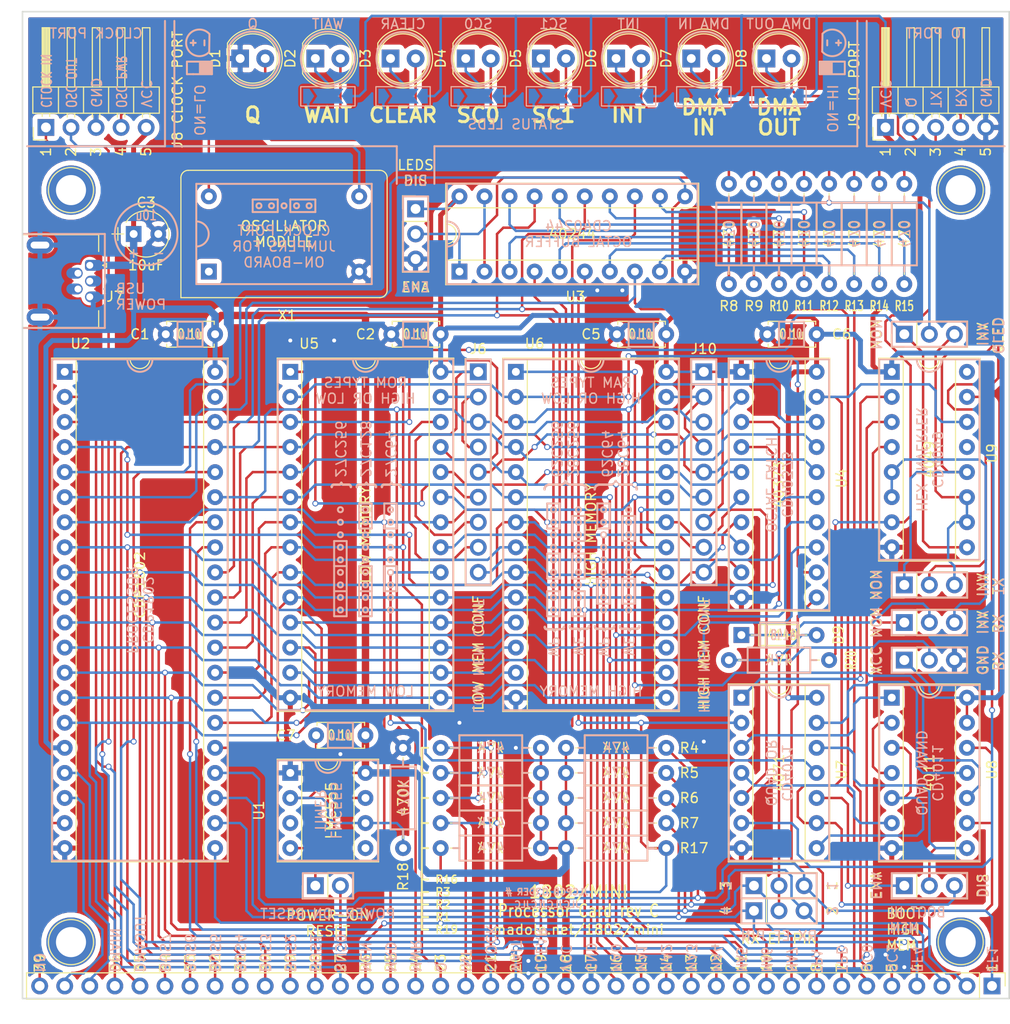
<source format=kicad_pcb>
(kicad_pcb (version 20171130) (host pcbnew "(5.1.8)-1")
  (layers (0 F.Cu signal) (31 B.Cu signal) (34 B.Paste user hide) (35 F.Paste user hide) (36 B.SilkS user hide) (37 F.SilkS user hide) (38 B.Mask user) (39 F.Mask user) (44 Edge.Cuts user))
  (net 0 "")
  (net 1 GND)
  (net 2 VCC)
  (net 3 EF4)
  (net 4 SC1)
  (net 5 DMA_IN)
  (net 6 N2)
  (net 7 EF1)
  (net 8 EF2)
  (net 9 EF3)
  (net 10 SC0)
  (net 11 TPB)
  (net 12 TPA)
  (net 13 /MA7)
  (net 14 /MA6)
  (net 15 /MA5)
  (net 16 /MA4)
  (net 17 /MA3)
  (net 18 /MA2)
  (net 19 /MA1)
  (net 20 /MA0)
  (net 21 CLOCK)
  (net 22 INTERRUPT)
  (net 23 Q)
  (net 24 MWR)
  (net 25 MRD)
  (net 26 /BUS0)
  (net 27 /BUS1)
  (net 28 /BUS2)
  (net 29 /BUS3)
  (net 30 /BUS4)
  (net 31 /BUS5)
  (net 32 /BUS6)
  (net 33 /BUS7)
  (net 34 N0)
  (net 35 N1)
  (net 36 DMA_OUT)
  (net 37 /MA8)
  (net 38 /MA12)
  (net 39 /MA9)
  (net 40 /MA13)
  (net 41 /MA10)
  (net 42 /MA14)
  (net 43 /MA11)
  (net 44 SLOT2_CS)
  (net 45 SLOT1_CS)
  (net 46 "Net-(D1-Pad2)")
  (net 47 "Net-(D2-Pad2)")
  (net 48 "Net-(D3-Pad2)")
  (net 49 "Net-(D4-Pad2)")
  (net 50 "Net-(D5-Pad2)")
  (net 51 "Net-(D6-Pad2)")
  (net 52 "Net-(D7-Pad2)")
  (net 53 "Net-(D8-Pad2)")
  (net 54 "Net-(R8-Pad1)")
  (net 55 "Net-(R9-Pad1)")
  (net 56 "Net-(R10-Pad1)")
  (net 57 "Net-(R11-Pad1)")
  (net 58 "Net-(R12-Pad1)")
  (net 59 "Net-(R13-Pad1)")
  (net 60 "Net-(R14-Pad1)")
  (net 61 "Net-(R15-Pad1)")
  (net 62 ~CLEAR)
  (net 63 ~WAIT)
  (net 64 /CLK_PWR)
  (net 65 "Net-(D9-Pad1)")
  (net 66 "Net-(D9-Pad2)")
  (net 67 "Net-(C7-Pad2)")
  (net 68 MEN)
  (net 69 "Net-(JP1-Pad1)")
  (net 70 "Net-(JP10-Pad1)")
  (net 71 "Net-(JP10-Pad3)")
  (net 72 "Net-(JP11-Pad2)")
  (net 73 "Net-(JP12-Pad2)")
  (net 74 MA15)
  (net 75 "Net-(JP13-Pad2)")
  (net 76 "Net-(U7-Pad1)")
  (net 77 "Net-(U7-Pad8)")
  (net 78 "Net-(U7-Pad3)")
  (net 79 "Net-(U7-Pad4)")
  (net 80 "Net-(U7-Pad6)")
  (net 81 "Net-(U7-Pad13)")
  (net 82 "Net-(U8-Pad2)")
  (net 83 "Net-(JP13-Pad1)")
  (net 84 "Net-(J6-Pad2)")
  (net 85 "Net-(J6-Pad6)")
  (net 86 "Net-(J6-Pad8)")
  (net 87 "Net-(J10-Pad2)")
  (net 88 "Net-(J10-Pad6)")
  (net 89 "Net-(J10-Pad8)")
  (net 90 "Net-(J9-Pad2)")
  (net 91 "Net-(J9-Pad3)")
  (net 92 "Net-(J9-Pad4)")
  (net 93 "Net-(D2-Pad1)")
  (net 94 "Net-(D3-Pad1)")
  (net 95 "Net-(D4-Pad1)")
  (net 96 "Net-(D5-Pad1)")
  (net 97 "Net-(D6-Pad1)")
  (net 98 "Net-(D7-Pad1)")
  (net 99 "Net-(D8-Pad1)")
  (net 100 ~Q)
  (net 101 "Net-(JP17-Pad2)")
  (net 102 "Net-(J8-Pad2)")
  (module Package_DIP:DIP-16_W7.62mm_Socket (layer F.Cu) (at 187.96 83.82)
    (fp_text reference U9 (at 10.16 8.255 90) (layer F.SilkS))
    (fp_text value 4049 (at 3.81 8.89 90) (layer F.SilkS))
    (pad 16 thru_hole oval (at 7.62 0) (size 1.6 1.6) (drill 0.8) (layers *.Cu *.Mask))
    (pad 8 thru_hole oval (at 0 17.78) (size 1.6 1.6) (drill 0.8) (layers *.Cu *.Mask) (net 1 GND))
    (pad 15 thru_hole oval (at 7.62 2.54) (size 1.6 1.6) (drill 0.8) (layers *.Cu *.Mask) (net 80 "Net-(U7-Pad6)"))
    (pad 7 thru_hole oval (at 0 15.24) (size 1.6 1.6) (drill 0.8) (layers *.Cu *.Mask) (net 92 "Net-(J9-Pad4)"))
    (pad 14 thru_hole oval (at 7.62 5.08) (size 1.6 1.6) (drill 0.8) (layers *.Cu *.Mask) (net 74 MA15))
    (pad 6 thru_hole oval (at 0 12.7) (size 1.6 1.6) (drill 0.8) (layers *.Cu *.Mask) (net 71 "Net-(JP10-Pad3)"))
    (pad 13 thru_hole oval (at 7.62 7.62) (size 1.6 1.6) (drill 0.8) (layers *.Cu *.Mask))
    (pad 5 thru_hole oval (at 0 10.16) (size 1.6 1.6) (drill 0.8) (layers *.Cu *.Mask) (net 71 "Net-(JP10-Pad3)"))
    (pad 12 thru_hole oval (at 7.62 10.16) (size 1.6 1.6) (drill 0.8) (layers *.Cu *.Mask) (net 90 "Net-(J9-Pad2)"))
    (pad 4 thru_hole oval (at 0 7.62) (size 1.6 1.6) (drill 0.8) (layers *.Cu *.Mask) (net 70 "Net-(JP10-Pad1)"))
    (pad 11 thru_hole oval (at 7.62 12.7) (size 1.6 1.6) (drill 0.8) (layers *.Cu *.Mask) (net 100 ~Q))
    (pad 3 thru_hole oval (at 0 5.08) (size 1.6 1.6) (drill 0.8) (layers *.Cu *.Mask) (net 63 ~WAIT))
    (pad 10 thru_hole oval (at 7.62 15.24) (size 1.6 1.6) (drill 0.8) (layers *.Cu *.Mask) (net 100 ~Q))
    (pad 2 thru_hole oval (at 0 2.54) (size 1.6 1.6) (drill 0.8) (layers *.Cu *.Mask) (net 76 "Net-(U7-Pad1)"))
    (pad 9 thru_hole oval (at 7.62 17.78) (size 1.6 1.6) (drill 0.8) (layers *.Cu *.Mask) (net 23 Q))
    (pad 1 thru_hole rect (at 0 0) (size 1.6 1.6) (drill 0.8) (layers *.Cu *.Mask) (net 2 VCC))
  )
  (module Package_DIP:DIP-14_W7.62mm_Socket (layer F.Cu) (at 187.96 116.84)
    (fp_text reference U8 (at 10.16 7.3025 90) (layer F.SilkS))
    (fp_text value 4011 (at 3.81 7.62 90) (layer F.SilkS))
    (pad 14 thru_hole oval (at 7.62 0) (size 1.6 1.6) (drill 0.8) (layers *.Cu *.Mask) (net 2 VCC))
    (pad 7 thru_hole oval (at 0 15.24) (size 1.6 1.6) (drill 0.8) (layers *.Cu *.Mask) (net 1 GND))
    (pad 13 thru_hole oval (at 7.62 2.54) (size 1.6 1.6) (drill 0.8) (layers *.Cu *.Mask) (net 2 VCC))
    (pad 6 thru_hole oval (at 0 12.7) (size 1.6 1.6) (drill 0.8) (layers *.Cu *.Mask) (net 79 "Net-(U7-Pad4)"))
    (pad 12 thru_hole oval (at 7.62 5.08) (size 1.6 1.6) (drill 0.8) (layers *.Cu *.Mask) (net 68 MEN))
    (pad 5 thru_hole oval (at 0 10.16) (size 1.6 1.6) (drill 0.8) (layers *.Cu *.Mask) (net 77 "Net-(U7-Pad8)"))
    (pad 11 thru_hole oval (at 7.62 7.62) (size 1.6 1.6) (drill 0.8) (layers *.Cu *.Mask) (net 81 "Net-(U7-Pad13)"))
    (pad 4 thru_hole oval (at 0 7.62) (size 1.6 1.6) (drill 0.8) (layers *.Cu *.Mask) (net 82 "Net-(U8-Pad2)"))
    (pad 10 thru_hole oval (at 7.62 10.16) (size 1.6 1.6) (drill 0.8) (layers *.Cu *.Mask) (net 44 SLOT2_CS))
    (pad 3 thru_hole oval (at 0 5.08) (size 1.6 1.6) (drill 0.8) (layers *.Cu *.Mask) (net 77 "Net-(U7-Pad8)"))
    (pad 9 thru_hole oval (at 7.62 12.7) (size 1.6 1.6) (drill 0.8) (layers *.Cu *.Mask) (net 68 MEN))
    (pad 2 thru_hole oval (at 0 2.54) (size 1.6 1.6) (drill 0.8) (layers *.Cu *.Mask) (net 82 "Net-(U8-Pad2)"))
    (pad 8 thru_hole oval (at 7.62 15.24) (size 1.6 1.6) (drill 0.8) (layers *.Cu *.Mask) (net 75 "Net-(JP13-Pad2)"))
    (pad 1 thru_hole rect (at 0 0) (size 1.6 1.6) (drill 0.8) (layers *.Cu *.Mask) (net 78 "Net-(U7-Pad3)"))
  )
  (module Package_DIP:DIP-14_W7.62mm_Socket (layer F.Cu) (at 172.72 116.84)
    (fp_text reference U7 (at 10.16 7.3025 90) (layer F.SilkS))
    (fp_text value 4071 (at 3.81 7.62 90) (layer F.SilkS))
    (pad 14 thru_hole oval (at 7.62 0) (size 1.6 1.6) (drill 0.8) (layers *.Cu *.Mask) (net 2 VCC))
    (pad 7 thru_hole oval (at 0 15.24) (size 1.6 1.6) (drill 0.8) (layers *.Cu *.Mask) (net 1 GND))
    (pad 13 thru_hole oval (at 7.62 2.54) (size 1.6 1.6) (drill 0.8) (layers *.Cu *.Mask) (net 81 "Net-(U7-Pad13)"))
    (pad 6 thru_hole oval (at 0 12.7) (size 1.6 1.6) (drill 0.8) (layers *.Cu *.Mask) (net 80 "Net-(U7-Pad6)"))
    (pad 12 thru_hole oval (at 7.62 5.08) (size 1.6 1.6) (drill 0.8) (layers *.Cu *.Mask) (net 75 "Net-(JP13-Pad2)"))
    (pad 5 thru_hole oval (at 0 10.16) (size 1.6 1.6) (drill 0.8) (layers *.Cu *.Mask) (net 25 MRD))
    (pad 11 thru_hole oval (at 7.62 7.62) (size 1.6 1.6) (drill 0.8) (layers *.Cu *.Mask) (net 45 SLOT1_CS))
    (pad 4 thru_hole oval (at 0 7.62) (size 1.6 1.6) (drill 0.8) (layers *.Cu *.Mask) (net 79 "Net-(U7-Pad4)"))
    (pad 10 thru_hole oval (at 7.62 10.16) (size 1.6 1.6) (drill 0.8) (layers *.Cu *.Mask) (net 83 "Net-(JP13-Pad1)"))
    (pad 3 thru_hole oval (at 0 5.08) (size 1.6 1.6) (drill 0.8) (layers *.Cu *.Mask) (net 78 "Net-(U7-Pad3)"))
    (pad 9 thru_hole oval (at 7.62 12.7) (size 1.6 1.6) (drill 0.8) (layers *.Cu *.Mask) (net 74 MA15))
    (pad 2 thru_hole oval (at 0 2.54) (size 1.6 1.6) (drill 0.8) (layers *.Cu *.Mask) (net 62 ~CLEAR))
    (pad 8 thru_hole oval (at 7.62 15.24) (size 1.6 1.6) (drill 0.8) (layers *.Cu *.Mask) (net 77 "Net-(U7-Pad8)"))
    (pad 1 thru_hole rect (at 0 0) (size 1.6 1.6) (drill 0.8) (layers *.Cu *.Mask) (net 76 "Net-(U7-Pad1)"))
  )
  (module Package_DIP:DIP-28_W15.24mm_Socket (layer F.Cu) (at 149.86 83.82)
    (fp_text reference U6 (at 1.905 -2.8575) (layer F.SilkS))
    (fp_text value HI_MEM)
    (pad 28 thru_hole oval (at 15.24 0) (size 1.6 1.6) (drill 0.8) (layers *.Cu *.Mask) (net 2 VCC))
    (pad 14 thru_hole oval (at 0 33.02) (size 1.6 1.6) (drill 0.8) (layers *.Cu *.Mask) (net 1 GND))
    (pad 27 thru_hole oval (at 15.24 2.54) (size 1.6 1.6) (drill 0.8) (layers *.Cu *.Mask) (net 87 "Net-(J10-Pad2)"))
    (pad 13 thru_hole oval (at 0 30.48) (size 1.6 1.6) (drill 0.8) (layers *.Cu *.Mask) (net 28 /BUS2))
    (pad 26 thru_hole oval (at 15.24 5.08) (size 1.6 1.6) (drill 0.8) (layers *.Cu *.Mask) (net 89 "Net-(J10-Pad8)"))
    (pad 12 thru_hole oval (at 0 27.94) (size 1.6 1.6) (drill 0.8) (layers *.Cu *.Mask) (net 27 /BUS1))
    (pad 25 thru_hole oval (at 15.24 7.62) (size 1.6 1.6) (drill 0.8) (layers *.Cu *.Mask) (net 37 /MA8))
    (pad 11 thru_hole oval (at 0 25.4) (size 1.6 1.6) (drill 0.8) (layers *.Cu *.Mask) (net 26 /BUS0))
    (pad 24 thru_hole oval (at 15.24 10.16) (size 1.6 1.6) (drill 0.8) (layers *.Cu *.Mask) (net 39 /MA9))
    (pad 10 thru_hole oval (at 0 22.86) (size 1.6 1.6) (drill 0.8) (layers *.Cu *.Mask) (net 20 /MA0))
    (pad 23 thru_hole oval (at 15.24 12.7) (size 1.6 1.6) (drill 0.8) (layers *.Cu *.Mask) (net 43 /MA11))
    (pad 9 thru_hole oval (at 0 20.32) (size 1.6 1.6) (drill 0.8) (layers *.Cu *.Mask) (net 19 /MA1))
    (pad 22 thru_hole oval (at 15.24 15.24) (size 1.6 1.6) (drill 0.8) (layers *.Cu *.Mask) (net 25 MRD))
    (pad 8 thru_hole oval (at 0 17.78) (size 1.6 1.6) (drill 0.8) (layers *.Cu *.Mask) (net 18 /MA2))
    (pad 21 thru_hole oval (at 15.24 17.78) (size 1.6 1.6) (drill 0.8) (layers *.Cu *.Mask) (net 41 /MA10))
    (pad 7 thru_hole oval (at 0 15.24) (size 1.6 1.6) (drill 0.8) (layers *.Cu *.Mask) (net 17 /MA3))
    (pad 20 thru_hole oval (at 15.24 20.32) (size 1.6 1.6) (drill 0.8) (layers *.Cu *.Mask) (net 44 SLOT2_CS))
    (pad 6 thru_hole oval (at 0 12.7) (size 1.6 1.6) (drill 0.8) (layers *.Cu *.Mask) (net 16 /MA4))
    (pad 19 thru_hole oval (at 15.24 22.86) (size 1.6 1.6) (drill 0.8) (layers *.Cu *.Mask) (net 33 /BUS7))
    (pad 5 thru_hole oval (at 0 10.16) (size 1.6 1.6) (drill 0.8) (layers *.Cu *.Mask) (net 15 /MA5))
    (pad 18 thru_hole oval (at 15.24 25.4) (size 1.6 1.6) (drill 0.8) (layers *.Cu *.Mask) (net 32 /BUS6))
    (pad 4 thru_hole oval (at 0 7.62) (size 1.6 1.6) (drill 0.8) (layers *.Cu *.Mask) (net 14 /MA6))
    (pad 17 thru_hole oval (at 15.24 27.94) (size 1.6 1.6) (drill 0.8) (layers *.Cu *.Mask) (net 31 /BUS5))
    (pad 3 thru_hole oval (at 0 5.08) (size 1.6 1.6) (drill 0.8) (layers *.Cu *.Mask) (net 13 /MA7))
    (pad 16 thru_hole oval (at 15.24 30.48) (size 1.6 1.6) (drill 0.8) (layers *.Cu *.Mask) (net 30 /BUS4))
    (pad 2 thru_hole oval (at 0 2.54) (size 1.6 1.6) (drill 0.8) (layers *.Cu *.Mask) (net 38 /MA12))
    (pad 15 thru_hole oval (at 15.24 33.02) (size 1.6 1.6) (drill 0.8) (layers *.Cu *.Mask) (net 29 /BUS3))
    (pad 1 thru_hole rect (at 0 0) (size 1.6 1.6) (drill 0.8) (layers *.Cu *.Mask) (net 88 "Net-(J10-Pad6)"))
  )
  (module Package_DIP:DIP-28_W15.24mm_Socket (layer F.Cu) (at 127 83.82)
    (fp_text reference U5 (at 1.905 -2.8575) (layer F.SilkS))
    (fp_text value LO_MEM)
    (pad 28 thru_hole oval (at 15.24 0) (size 1.6 1.6) (drill 0.8) (layers *.Cu *.Mask) (net 2 VCC))
    (pad 14 thru_hole oval (at 0 33.02) (size 1.6 1.6) (drill 0.8) (layers *.Cu *.Mask) (net 1 GND))
    (pad 27 thru_hole oval (at 15.24 2.54) (size 1.6 1.6) (drill 0.8) (layers *.Cu *.Mask) (net 84 "Net-(J6-Pad2)"))
    (pad 13 thru_hole oval (at 0 30.48) (size 1.6 1.6) (drill 0.8) (layers *.Cu *.Mask) (net 28 /BUS2))
    (pad 26 thru_hole oval (at 15.24 5.08) (size 1.6 1.6) (drill 0.8) (layers *.Cu *.Mask) (net 86 "Net-(J6-Pad8)"))
    (pad 12 thru_hole oval (at 0 27.94) (size 1.6 1.6) (drill 0.8) (layers *.Cu *.Mask) (net 27 /BUS1))
    (pad 25 thru_hole oval (at 15.24 7.62) (size 1.6 1.6) (drill 0.8) (layers *.Cu *.Mask) (net 37 /MA8))
    (pad 11 thru_hole oval (at 0 25.4) (size 1.6 1.6) (drill 0.8) (layers *.Cu *.Mask) (net 26 /BUS0))
    (pad 24 thru_hole oval (at 15.24 10.16) (size 1.6 1.6) (drill 0.8) (layers *.Cu *.Mask) (net 39 /MA9))
    (pad 10 thru_hole oval (at 0 22.86) (size 1.6 1.6) (drill 0.8) (layers *.Cu *.Mask) (net 20 /MA0))
    (pad 23 thru_hole oval (at 15.24 12.7) (size 1.6 1.6) (drill 0.8) (layers *.Cu *.Mask) (net 43 /MA11))
    (pad 9 thru_hole oval (at 0 20.32) (size 1.6 1.6) (drill 0.8) (layers *.Cu *.Mask) (net 19 /MA1))
    (pad 22 thru_hole oval (at 15.24 15.24) (size 1.6 1.6) (drill 0.8) (layers *.Cu *.Mask) (net 25 MRD))
    (pad 8 thru_hole oval (at 0 17.78) (size 1.6 1.6) (drill 0.8) (layers *.Cu *.Mask) (net 18 /MA2))
    (pad 21 thru_hole oval (at 15.24 17.78) (size 1.6 1.6) (drill 0.8) (layers *.Cu *.Mask) (net 41 /MA10))
    (pad 7 thru_hole oval (at 0 15.24) (size 1.6 1.6) (drill 0.8) (layers *.Cu *.Mask) (net 17 /MA3))
    (pad 20 thru_hole oval (at 15.24 20.32) (size 1.6 1.6) (drill 0.8) (layers *.Cu *.Mask) (net 45 SLOT1_CS))
    (pad 6 thru_hole oval (at 0 12.7) (size 1.6 1.6) (drill 0.8) (layers *.Cu *.Mask) (net 16 /MA4))
    (pad 19 thru_hole oval (at 15.24 22.86) (size 1.6 1.6) (drill 0.8) (layers *.Cu *.Mask) (net 33 /BUS7))
    (pad 5 thru_hole oval (at 0 10.16) (size 1.6 1.6) (drill 0.8) (layers *.Cu *.Mask) (net 15 /MA5))
    (pad 18 thru_hole oval (at 15.24 25.4) (size 1.6 1.6) (drill 0.8) (layers *.Cu *.Mask) (net 32 /BUS6))
    (pad 4 thru_hole oval (at 0 7.62) (size 1.6 1.6) (drill 0.8) (layers *.Cu *.Mask) (net 14 /MA6))
    (pad 17 thru_hole oval (at 15.24 27.94) (size 1.6 1.6) (drill 0.8) (layers *.Cu *.Mask) (net 31 /BUS5))
    (pad 3 thru_hole oval (at 0 5.08) (size 1.6 1.6) (drill 0.8) (layers *.Cu *.Mask) (net 13 /MA7))
    (pad 16 thru_hole oval (at 15.24 30.48) (size 1.6 1.6) (drill 0.8) (layers *.Cu *.Mask) (net 30 /BUS4))
    (pad 2 thru_hole oval (at 0 2.54) (size 1.6 1.6) (drill 0.8) (layers *.Cu *.Mask) (net 38 /MA12))
    (pad 15 thru_hole oval (at 15.24 33.02) (size 1.6 1.6) (drill 0.8) (layers *.Cu *.Mask) (net 29 /BUS3))
    (pad 1 thru_hole rect (at 0 0) (size 1.6 1.6) (drill 0.8) (layers *.Cu *.Mask) (net 85 "Net-(J6-Pad6)"))
  )
  (module Package_DIP:DIP-20_W7.62mm_Socket (layer F.Cu) (at 172.72 83.82)
    (fp_text reference U4 (at 10.16 10.795 90) (layer F.SilkS))
    (fp_text value 40373 (at 3.81 11.43 90) (layer F.SilkS))
    (pad 20 thru_hole oval (at 7.62 0) (size 1.6 1.6) (drill 0.8) (layers *.Cu *.Mask) (net 2 VCC))
    (pad 10 thru_hole oval (at 0 22.86) (size 1.6 1.6) (drill 0.8) (layers *.Cu *.Mask) (net 1 GND))
    (pad 19 thru_hole oval (at 7.62 2.54) (size 1.6 1.6) (drill 0.8) (layers *.Cu *.Mask) (net 74 MA15))
    (pad 9 thru_hole oval (at 0 20.32) (size 1.6 1.6) (drill 0.8) (layers *.Cu *.Mask) (net 43 /MA11))
    (pad 18 thru_hole oval (at 7.62 5.08) (size 1.6 1.6) (drill 0.8) (layers *.Cu *.Mask) (net 13 /MA7))
    (pad 8 thru_hole oval (at 0 17.78) (size 1.6 1.6) (drill 0.8) (layers *.Cu *.Mask) (net 17 /MA3))
    (pad 17 thru_hole oval (at 7.62 7.62) (size 1.6 1.6) (drill 0.8) (layers *.Cu *.Mask) (net 14 /MA6))
    (pad 7 thru_hole oval (at 0 15.24) (size 1.6 1.6) (drill 0.8) (layers *.Cu *.Mask) (net 18 /MA2))
    (pad 16 thru_hole oval (at 7.62 10.16) (size 1.6 1.6) (drill 0.8) (layers *.Cu *.Mask) (net 42 /MA14))
    (pad 6 thru_hole oval (at 0 12.7) (size 1.6 1.6) (drill 0.8) (layers *.Cu *.Mask) (net 41 /MA10))
    (pad 15 thru_hole oval (at 7.62 12.7) (size 1.6 1.6) (drill 0.8) (layers *.Cu *.Mask) (net 40 /MA13))
    (pad 5 thru_hole oval (at 0 10.16) (size 1.6 1.6) (drill 0.8) (layers *.Cu *.Mask) (net 39 /MA9))
    (pad 14 thru_hole oval (at 7.62 15.24) (size 1.6 1.6) (drill 0.8) (layers *.Cu *.Mask) (net 15 /MA5))
    (pad 4 thru_hole oval (at 0 7.62) (size 1.6 1.6) (drill 0.8) (layers *.Cu *.Mask) (net 19 /MA1))
    (pad 13 thru_hole oval (at 7.62 17.78) (size 1.6 1.6) (drill 0.8) (layers *.Cu *.Mask) (net 16 /MA4))
    (pad 3 thru_hole oval (at 0 5.08) (size 1.6 1.6) (drill 0.8) (layers *.Cu *.Mask) (net 20 /MA0))
    (pad 12 thru_hole oval (at 7.62 20.32) (size 1.6 1.6) (drill 0.8) (layers *.Cu *.Mask) (net 38 /MA12))
    (pad 2 thru_hole oval (at 0 2.54) (size 1.6 1.6) (drill 0.8) (layers *.Cu *.Mask) (net 37 /MA8))
    (pad 11 thru_hole oval (at 7.62 22.86) (size 1.6 1.6) (drill 0.8) (layers *.Cu *.Mask) (net 12 TPA))
    (pad 1 thru_hole rect (at 0 0) (size 1.6 1.6) (drill 0.8) (layers *.Cu *.Mask) (net 1 GND))
  )
  (module Package_DIP:DIP-20_W7.62mm_Socket (layer F.Cu) (at 144.145 73.66 90)
    (fp_text reference U3 (at -2.54 11.7475 180) (layer F.SilkS))
    (fp_text value 40244 (at 3.81 11.43 180) (layer F.SilkS))
    (pad 20 thru_hole oval (at 7.62 0 90) (size 1.6 1.6) (drill 0.8) (layers *.Cu *.Mask) (net 2 VCC))
    (pad 10 thru_hole oval (at 0 22.86 90) (size 1.6 1.6) (drill 0.8) (layers *.Cu *.Mask) (net 1 GND))
    (pad 19 thru_hole oval (at 7.62 2.54 90) (size 1.6 1.6) (drill 0.8) (layers *.Cu *.Mask) (net 73 "Net-(JP12-Pad2)"))
    (pad 9 thru_hole oval (at 0 20.32 90) (size 1.6 1.6) (drill 0.8) (layers *.Cu *.Mask) (net 58 "Net-(R12-Pad1)"))
    (pad 18 thru_hole oval (at 7.62 5.08 90) (size 1.6 1.6) (drill 0.8) (layers *.Cu *.Mask) (net 54 "Net-(R8-Pad1)"))
    (pad 8 thru_hole oval (at 0 17.78 90) (size 1.6 1.6) (drill 0.8) (layers *.Cu *.Mask) (net 10 SC0))
    (pad 17 thru_hole oval (at 7.62 7.62 90) (size 1.6 1.6) (drill 0.8) (layers *.Cu *.Mask) (net 36 DMA_OUT))
    (pad 7 thru_hole oval (at 0 15.24 90) (size 1.6 1.6) (drill 0.8) (layers *.Cu *.Mask) (net 59 "Net-(R13-Pad1)"))
    (pad 16 thru_hole oval (at 7.62 10.16 90) (size 1.6 1.6) (drill 0.8) (layers *.Cu *.Mask) (net 55 "Net-(R9-Pad1)"))
    (pad 6 thru_hole oval (at 0 12.7 90) (size 1.6 1.6) (drill 0.8) (layers *.Cu *.Mask) (net 62 ~CLEAR))
    (pad 15 thru_hole oval (at 7.62 12.7 90) (size 1.6 1.6) (drill 0.8) (layers *.Cu *.Mask) (net 5 DMA_IN))
    (pad 5 thru_hole oval (at 0 10.16 90) (size 1.6 1.6) (drill 0.8) (layers *.Cu *.Mask) (net 60 "Net-(R14-Pad1)"))
    (pad 14 thru_hole oval (at 7.62 15.24 90) (size 1.6 1.6) (drill 0.8) (layers *.Cu *.Mask) (net 56 "Net-(R10-Pad1)"))
    (pad 4 thru_hole oval (at 0 7.62 90) (size 1.6 1.6) (drill 0.8) (layers *.Cu *.Mask) (net 63 ~WAIT))
    (pad 13 thru_hole oval (at 7.62 17.78 90) (size 1.6 1.6) (drill 0.8) (layers *.Cu *.Mask) (net 22 INTERRUPT))
    (pad 3 thru_hole oval (at 0 5.08 90) (size 1.6 1.6) (drill 0.8) (layers *.Cu *.Mask) (net 61 "Net-(R15-Pad1)"))
    (pad 12 thru_hole oval (at 7.62 20.32 90) (size 1.6 1.6) (drill 0.8) (layers *.Cu *.Mask) (net 57 "Net-(R11-Pad1)"))
    (pad 2 thru_hole oval (at 0 2.54 90) (size 1.6 1.6) (drill 0.8) (layers *.Cu *.Mask) (net 101 "Net-(JP17-Pad2)"))
    (pad 11 thru_hole oval (at 7.62 22.86 90) (size 1.6 1.6) (drill 0.8) (layers *.Cu *.Mask) (net 4 SC1))
    (pad 1 thru_hole rect (at 0 0 90) (size 1.6 1.6) (drill 0.8) (layers *.Cu *.Mask) (net 73 "Net-(JP12-Pad2)"))
  )
  (module Package_DIP:DIP-40_W15.24mm_Socket (layer F.Cu) (at 104.14 83.82)
    (fp_text reference U2 (at 1.5875 -2.8575) (layer F.SilkS))
    (fp_text value CDP1802)
    (pad 40 thru_hole oval (at 15.24 0) (size 1.6 1.6) (drill 0.8) (layers *.Cu *.Mask) (net 2 VCC))
    (pad 20 thru_hole oval (at 0 48.26) (size 1.6 1.6) (drill 0.8) (layers *.Cu *.Mask) (net 1 GND))
    (pad 39 thru_hole oval (at 15.24 2.54) (size 1.6 1.6) (drill 0.8) (layers *.Cu *.Mask))
    (pad 19 thru_hole oval (at 0 45.72) (size 1.6 1.6) (drill 0.8) (layers *.Cu *.Mask) (net 34 N0))
    (pad 38 thru_hole oval (at 15.24 5.08) (size 1.6 1.6) (drill 0.8) (layers *.Cu *.Mask) (net 5 DMA_IN))
    (pad 18 thru_hole oval (at 0 43.18) (size 1.6 1.6) (drill 0.8) (layers *.Cu *.Mask) (net 35 N1))
    (pad 37 thru_hole oval (at 15.24 7.62) (size 1.6 1.6) (drill 0.8) (layers *.Cu *.Mask) (net 36 DMA_OUT))
    (pad 17 thru_hole oval (at 0 40.64) (size 1.6 1.6) (drill 0.8) (layers *.Cu *.Mask) (net 6 N2))
    (pad 36 thru_hole oval (at 15.24 10.16) (size 1.6 1.6) (drill 0.8) (layers *.Cu *.Mask) (net 22 INTERRUPT))
    (pad 16 thru_hole oval (at 0 38.1) (size 1.6 1.6) (drill 0.8) (layers *.Cu *.Mask) (net 2 VCC))
    (pad 35 thru_hole oval (at 15.24 12.7) (size 1.6 1.6) (drill 0.8) (layers *.Cu *.Mask) (net 24 MWR))
    (pad 15 thru_hole oval (at 0 35.56) (size 1.6 1.6) (drill 0.8) (layers *.Cu *.Mask) (net 26 /BUS0))
    (pad 34 thru_hole oval (at 15.24 15.24) (size 1.6 1.6) (drill 0.8) (layers *.Cu *.Mask) (net 12 TPA))
    (pad 14 thru_hole oval (at 0 33.02) (size 1.6 1.6) (drill 0.8) (layers *.Cu *.Mask) (net 27 /BUS1))
    (pad 33 thru_hole oval (at 15.24 17.78) (size 1.6 1.6) (drill 0.8) (layers *.Cu *.Mask) (net 11 TPB))
    (pad 13 thru_hole oval (at 0 30.48) (size 1.6 1.6) (drill 0.8) (layers *.Cu *.Mask) (net 28 /BUS2))
    (pad 32 thru_hole oval (at 15.24 20.32) (size 1.6 1.6) (drill 0.8) (layers *.Cu *.Mask) (net 13 /MA7))
    (pad 12 thru_hole oval (at 0 27.94) (size 1.6 1.6) (drill 0.8) (layers *.Cu *.Mask) (net 29 /BUS3))
    (pad 31 thru_hole oval (at 15.24 22.86) (size 1.6 1.6) (drill 0.8) (layers *.Cu *.Mask) (net 14 /MA6))
    (pad 11 thru_hole oval (at 0 25.4) (size 1.6 1.6) (drill 0.8) (layers *.Cu *.Mask) (net 30 /BUS4))
    (pad 30 thru_hole oval (at 15.24 25.4) (size 1.6 1.6) (drill 0.8) (layers *.Cu *.Mask) (net 15 /MA5))
    (pad 10 thru_hole oval (at 0 22.86) (size 1.6 1.6) (drill 0.8) (layers *.Cu *.Mask) (net 31 /BUS5))
    (pad 29 thru_hole oval (at 15.24 27.94) (size 1.6 1.6) (drill 0.8) (layers *.Cu *.Mask) (net 16 /MA4))
    (pad 9 thru_hole oval (at 0 20.32) (size 1.6 1.6) (drill 0.8) (layers *.Cu *.Mask) (net 32 /BUS6))
    (pad 28 thru_hole oval (at 15.24 30.48) (size 1.6 1.6) (drill 0.8) (layers *.Cu *.Mask) (net 17 /MA3))
    (pad 8 thru_hole oval (at 0 17.78) (size 1.6 1.6) (drill 0.8) (layers *.Cu *.Mask) (net 33 /BUS7))
    (pad 27 thru_hole oval (at 15.24 33.02) (size 1.6 1.6) (drill 0.8) (layers *.Cu *.Mask) (net 18 /MA2))
    (pad 7 thru_hole oval (at 0 15.24) (size 1.6 1.6) (drill 0.8) (layers *.Cu *.Mask) (net 25 MRD))
    (pad 26 thru_hole oval (at 15.24 35.56) (size 1.6 1.6) (drill 0.8) (layers *.Cu *.Mask) (net 19 /MA1))
    (pad 6 thru_hole oval (at 0 12.7) (size 1.6 1.6) (drill 0.8) (layers *.Cu *.Mask) (net 10 SC0))
    (pad 25 thru_hole oval (at 15.24 38.1) (size 1.6 1.6) (drill 0.8) (layers *.Cu *.Mask) (net 20 /MA0))
    (pad 5 thru_hole oval (at 0 10.16) (size 1.6 1.6) (drill 0.8) (layers *.Cu *.Mask) (net 4 SC1))
    (pad 24 thru_hole oval (at 15.24 40.64) (size 1.6 1.6) (drill 0.8) (layers *.Cu *.Mask) (net 7 EF1))
    (pad 4 thru_hole oval (at 0 7.62) (size 1.6 1.6) (drill 0.8) (layers *.Cu *.Mask) (net 23 Q))
    (pad 23 thru_hole oval (at 15.24 43.18) (size 1.6 1.6) (drill 0.8) (layers *.Cu *.Mask) (net 8 EF2))
    (pad 3 thru_hole oval (at 0 5.08) (size 1.6 1.6) (drill 0.8) (layers *.Cu *.Mask) (net 62 ~CLEAR))
    (pad 22 thru_hole oval (at 15.24 45.72) (size 1.6 1.6) (drill 0.8) (layers *.Cu *.Mask) (net 9 EF3))
    (pad 2 thru_hole oval (at 0 2.54) (size 1.6 1.6) (drill 0.8) (layers *.Cu *.Mask) (net 63 ~WAIT))
    (pad 21 thru_hole oval (at 15.24 48.26) (size 1.6 1.6) (drill 0.8) (layers *.Cu *.Mask) (net 3 EF4))
    (pad 1 thru_hole rect (at 0 0) (size 1.6 1.6) (drill 0.8) (layers *.Cu *.Mask) (net 21 CLOCK))
  )
  (module Package_DIP:DIP-8_W7.62mm_Socket (layer F.Cu) (at 127 124.46)
    (fp_text reference U1 (at -3.175 3.81 90) (layer F.SilkS))
    (fp_text value LMC555 (at 4.1275 3.81 90) (layer F.SilkS))
    (pad 8 thru_hole oval (at 7.62 0) (size 1.6 1.6) (drill 0.8) (layers *.Cu *.Mask) (net 2 VCC))
    (pad 4 thru_hole oval (at 0 7.62) (size 1.6 1.6) (drill 0.8) (layers *.Cu *.Mask) (net 2 VCC))
    (pad 7 thru_hole oval (at 7.62 2.54) (size 1.6 1.6) (drill 0.8) (layers *.Cu *.Mask) (net 69 "Net-(JP1-Pad1)"))
    (pad 3 thru_hole oval (at 0 5.08) (size 1.6 1.6) (drill 0.8) (layers *.Cu *.Mask))
    (pad 6 thru_hole oval (at 7.62 5.08) (size 1.6 1.6) (drill 0.8) (layers *.Cu *.Mask) (net 67 "Net-(C7-Pad2)"))
    (pad 2 thru_hole oval (at 0 2.54) (size 1.6 1.6) (drill 0.8) (layers *.Cu *.Mask) (net 67 "Net-(C7-Pad2)"))
    (pad 5 thru_hole oval (at 7.62 7.62) (size 1.6 1.6) (drill 0.8) (layers *.Cu *.Mask))
    (pad 1 thru_hole rect (at 0 0) (size 1.6 1.6) (drill 0.8) (layers *.Cu *.Mask) (net 1 GND))
  )
  (module 1802-mini:SolderJumper-3_P2.0mm_Open_TrianglePad1.0x1.5mm_NumberLabels (layer F.Cu) (at 176.53 55.88 180)
    (fp_text reference JP15 hide)
    (fp_text value DMAOUT)
    (pad 3 smd custom (at 2 0) (size 0.3 0.3) (layers B.Cu B.Mask) (net 1 GND) (options (clearance outline) (anchor rect)) (primitives (gr_poly (pts (xy -0.5 -0.75) (xy 0.124968 -0.75) (xy 0.619 0) (xy 0.124968 0.75) (xy -0.5 0.75)) (width 0))))
    (pad 2 smd custom (at 0 0 180) (size 0.3 0.3) (layers B.Cu) (net 99 "Net-(D8-Pad1)") (options (clearance outline) (anchor rect)) (primitives (gr_poly (pts (xy -1.575032 -0.75) (xy 1.575032 -0.75) (xy 1.081 0) (xy 1.575032 0.75) (xy -1.575032 0.75) (xy -1.081 0)) (width 0))))
    (pad 1 smd custom (at -2 0 180) (size 0.3 0.3) (layers B.Cu B.Mask) (net 2 VCC) (options (clearance outline) (anchor rect)) (primitives (gr_poly (pts (xy -0.5 -0.75) (xy 0.124968 -0.75) (xy 0.619 0) (xy 0.124968 0.75) (xy -0.5 0.75)) (width 0))))
  )
  (module 1802-mini:SolderJumper-3_P2.0mm_Open_TrianglePad1.0x1.5mm_NumberLabels (layer F.Cu) (at 168.91 55.88 180)
    (fp_text reference JP14 hide)
    (fp_text value DMAIN)
    (pad 3 smd custom (at 2 0) (size 0.3 0.3) (layers B.Cu B.Mask) (net 1 GND) (options (clearance outline) (anchor rect)) (primitives (gr_poly (pts (xy -0.5 -0.75) (xy 0.124968 -0.75) (xy 0.619 0) (xy 0.124968 0.75) (xy -0.5 0.75)) (width 0))))
    (pad 2 smd custom (at 0 0 180) (size 0.3 0.3) (layers B.Cu) (net 98 "Net-(D7-Pad1)") (options (clearance outline) (anchor rect)) (primitives (gr_poly (pts (xy -1.575032 -0.75) (xy 1.575032 -0.75) (xy 1.081 0) (xy 1.575032 0.75) (xy -1.575032 0.75) (xy -1.081 0)) (width 0))))
    (pad 1 smd custom (at -2 0 180) (size 0.3 0.3) (layers B.Cu B.Mask) (net 2 VCC) (options (clearance outline) (anchor rect)) (primitives (gr_poly (pts (xy -0.5 -0.75) (xy 0.124968 -0.75) (xy 0.619 0) (xy 0.124968 0.75) (xy -0.5 0.75)) (width 0))))
  )
  (module 1802-mini:SolderJumper-3_P2.0mm_Open_TrianglePad1.0x1.5mm_NumberLabels (layer F.Cu) (at 161.29 55.88 180)
    (fp_text reference JP7 hide)
    (fp_text value INT)
    (pad 3 smd custom (at 2 0) (size 0.3 0.3) (layers B.Cu B.Mask) (net 1 GND) (options (clearance outline) (anchor rect)) (primitives (gr_poly (pts (xy -0.5 -0.75) (xy 0.124968 -0.75) (xy 0.619 0) (xy 0.124968 0.75) (xy -0.5 0.75)) (width 0))))
    (pad 2 smd custom (at 0 0 180) (size 0.3 0.3) (layers B.Cu) (net 97 "Net-(D6-Pad1)") (options (clearance outline) (anchor rect)) (primitives (gr_poly (pts (xy -1.575032 -0.75) (xy 1.575032 -0.75) (xy 1.081 0) (xy 1.575032 0.75) (xy -1.575032 0.75) (xy -1.081 0)) (width 0))))
    (pad 1 smd custom (at -2 0 180) (size 0.3 0.3) (layers B.Cu B.Mask) (net 2 VCC) (options (clearance outline) (anchor rect)) (primitives (gr_poly (pts (xy -0.5 -0.75) (xy 0.124968 -0.75) (xy 0.619 0) (xy 0.124968 0.75) (xy -0.5 0.75)) (width 0))))
  )
  (module 1802-mini:SolderJumper-3_P2.0mm_Open_TrianglePad1.0x1.5mm_NumberLabels (layer F.Cu) (at 153.67 55.88 180)
    (fp_text reference JP6 hide)
    (fp_text value SC1)
    (pad 3 smd custom (at 2 0) (size 0.3 0.3) (layers B.Cu B.Mask) (net 1 GND) (options (clearance outline) (anchor rect)) (primitives (gr_poly (pts (xy -0.5 -0.75) (xy 0.124968 -0.75) (xy 0.619 0) (xy 0.124968 0.75) (xy -0.5 0.75)) (width 0))))
    (pad 2 smd custom (at 0 0 180) (size 0.3 0.3) (layers B.Cu) (net 96 "Net-(D5-Pad1)") (options (clearance outline) (anchor rect)) (primitives (gr_poly (pts (xy -1.575032 -0.75) (xy 1.575032 -0.75) (xy 1.081 0) (xy 1.575032 0.75) (xy -1.575032 0.75) (xy -1.081 0)) (width 0))))
    (pad 1 smd custom (at -2 0 180) (size 0.3 0.3) (layers B.Cu B.Mask) (net 2 VCC) (options (clearance outline) (anchor rect)) (primitives (gr_poly (pts (xy -0.5 -0.75) (xy 0.124968 -0.75) (xy 0.619 0) (xy 0.124968 0.75) (xy -0.5 0.75)) (width 0))))
  )
  (module 1802-mini:SolderJumper-3_P2.0mm_Open_TrianglePad1.0x1.5mm_NumberLabels (layer F.Cu) (at 146.05 55.88 180)
    (fp_text reference JP5 hide)
    (fp_text value SC0)
    (pad 3 smd custom (at 2 0) (size 0.3 0.3) (layers B.Cu B.Mask) (net 1 GND) (options (clearance outline) (anchor rect)) (primitives (gr_poly (pts (xy -0.5 -0.75) (xy 0.124968 -0.75) (xy 0.619 0) (xy 0.124968 0.75) (xy -0.5 0.75)) (width 0))))
    (pad 2 smd custom (at 0 0 180) (size 0.3 0.3) (layers B.Cu) (net 95 "Net-(D4-Pad1)") (options (clearance outline) (anchor rect)) (primitives (gr_poly (pts (xy -1.575032 -0.75) (xy 1.575032 -0.75) (xy 1.081 0) (xy 1.575032 0.75) (xy -1.575032 0.75) (xy -1.081 0)) (width 0))))
    (pad 1 smd custom (at -2 0 180) (size 0.3 0.3) (layers B.Cu B.Mask) (net 2 VCC) (options (clearance outline) (anchor rect)) (primitives (gr_poly (pts (xy -0.5 -0.75) (xy 0.124968 -0.75) (xy 0.619 0) (xy 0.124968 0.75) (xy -0.5 0.75)) (width 0))))
  )
  (module 1802-mini:SolderJumper-3_P2.0mm_Open_TrianglePad1.0x1.5mm_NumberLabels (layer F.Cu) (at 138.43 55.88 180)
    (fp_text reference JP4 hide)
    (fp_text value CLEAR)
    (pad 3 smd custom (at 2 0) (size 0.3 0.3) (layers B.Cu B.Mask) (net 1 GND) (options (clearance outline) (anchor rect)) (primitives (gr_poly (pts (xy -0.5 -0.75) (xy 0.124968 -0.75) (xy 0.619 0) (xy 0.124968 0.75) (xy -0.5 0.75)) (width 0))))
    (pad 2 smd custom (at 0 0 180) (size 0.3 0.3) (layers B.Cu) (net 94 "Net-(D3-Pad1)") (options (clearance outline) (anchor rect)) (primitives (gr_poly (pts (xy -1.575032 -0.75) (xy 1.575032 -0.75) (xy 1.081 0) (xy 1.575032 0.75) (xy -1.575032 0.75) (xy -1.081 0)) (width 0))))
    (pad 1 smd custom (at -2 0 180) (size 0.3 0.3) (layers B.Cu B.Mask) (net 2 VCC) (options (clearance outline) (anchor rect)) (primitives (gr_poly (pts (xy -0.5 -0.75) (xy 0.124968 -0.75) (xy 0.619 0) (xy 0.124968 0.75) (xy -0.5 0.75)) (width 0))))
  )
  (module 1802-mini:SolderJumper-3_P2.0mm_Open_TrianglePad1.0x1.5mm_NumberLabels (layer F.Cu) (at 130.81 55.88 180)
    (fp_text reference JP3 hide)
    (fp_text value WAIT)
    (pad 3 smd custom (at 2 0) (size 0.3 0.3) (layers B.Cu B.Mask) (net 1 GND) (options (clearance outline) (anchor rect)) (primitives (gr_poly (pts (xy -0.5 -0.75) (xy 0.124968 -0.75) (xy 0.619 0) (xy 0.124968 0.75) (xy -0.5 0.75)) (width 0))))
    (pad 2 smd custom (at 0 0 180) (size 0.3 0.3) (layers B.Cu) (net 93 "Net-(D2-Pad1)") (options (clearance outline) (anchor rect)) (primitives (gr_poly (pts (xy -1.575032 -0.75) (xy 1.575032 -0.75) (xy 1.081 0) (xy 1.575032 0.75) (xy -1.575032 0.75) (xy -1.081 0)) (width 0))))
    (pad 1 smd custom (at -2 0 180) (size 0.3 0.3) (layers B.Cu B.Mask) (net 2 VCC) (options (clearance outline) (anchor rect)) (primitives (gr_poly (pts (xy -0.5 -0.75) (xy 0.124968 -0.75) (xy 0.619 0) (xy 0.124968 0.75) (xy -0.5 0.75)) (width 0))))
  )
  (module 1802-mini:USB_Mini-AB_Molex_56579_0519 (layer F.Cu) (at 106.68 73.025)
    (fp_text reference J7 (at 2.54 3.175) (layer F.SilkS))
    (fp_text value 56579-0519)
    (pad 1 thru_hole roundrect (at 0 0) (size 1.65 1.1) (drill 0.7 (offset 0.35 0)) (layers B.Cu B.Mask) (net 2 VCC))
    (pad 2 thru_hole oval (at -1.2 0.8) (size 1.65 1.1) (drill 0.7 (offset -0.35 0)) (layers B.Cu B.Mask))
    (pad 3 thru_hole oval (at 0 1.6) (size 1.65 1.1) (drill 0.7 (offset 0.35 0)) (layers B.Cu B.Mask))
    (pad 4 thru_hole oval (at -1.2 2.4) (size 1.65 1.1) (drill 0.7 (offset -0.35 0)) (layers B.Cu B.Mask))
    (pad 5 thru_hole oval (at 0 3.2) (size 1.65 1.1) (drill 0.7 (offset 0.35 0)) (layers B.Cu B.Mask) (net 1 GND))
    (pad 6 thru_hole oval (at -5.05 -2.05) (size 2.7 1.7) (drill oval 1.9 0.7) (layers B.Cu B.Mask) (net 1 GND))
    (pad 6 thru_hole oval (at -5.05 5.25) (size 2.7 1.7) (drill oval 1.9 0.7) (layers B.Cu B.Mask) (net 1 GND))
  )
  (module 1802-mini:1pin (layer F.Cu) (at 104.775 65.405)
    (fp_text reference J4 hide)
    (fp_text value Mount)
    (pad 1 thru_hole circle (at 0 0) (size 5 5) (drill 3.048) (layers *.Cu *.Mask))
  )
  (module 1802-mini:1pin (layer F.Cu) (at 104.775 141.605)
    (fp_text reference J3 hide)
    (fp_text value Mount)
    (pad 1 thru_hole circle (at 0 0) (size 5 5) (drill 3.048) (layers *.Cu *.Mask))
  )
  (module 1802-mini:1pin (layer F.Cu) (at 194.945 65.405 180)
    (fp_text reference J2 hide)
    (fp_text value Mount)
    (pad 1 thru_hole circle (at 0 0 180) (size 5 5) (drill 3.048) (layers *.Cu *.Mask))
  )
  (module 1802-mini:1pin (layer F.Cu) (at 194.945 141.605)
    (fp_text reference J1 hide)
    (fp_text value Mount)
    (pad 1 thru_hole circle (at 0 0) (size 5 5) (drill 3.048) (layers *.Cu *.Mask))
  )
  (module Pin_Headers:Pin_Header_Straight_1x09_Pitch2.54mm (layer F.Cu) (at 168.91 83.82)
    (fp_text reference J10 (at 0 -2.33) (layer F.SilkS))
    (fp_text value SLOT_2_CONFIG)
    (pad 1 thru_hole rect (at 0 0) (size 1.7 1.7) (drill 1) (layers *.Cu *.Mask) (net 2 VCC))
    (pad 2 thru_hole oval (at 0 2.54) (size 1.7 1.7) (drill 1) (layers *.Cu *.Mask) (net 87 "Net-(J10-Pad2)"))
    (pad 3 thru_hole oval (at 0 5.08) (size 1.7 1.7) (drill 1) (layers *.Cu *.Mask) (net 24 MWR))
    (pad 4 thru_hole oval (at 0 7.62) (size 1.7 1.7) (drill 1) (layers *.Cu *.Mask) (net 87 "Net-(J10-Pad2)"))
    (pad 5 thru_hole oval (at 0 10.16) (size 1.7 1.7) (drill 1) (layers *.Cu *.Mask) (net 42 /MA14))
    (pad 6 thru_hole oval (at 0 12.7) (size 1.7 1.7) (drill 1) (layers *.Cu *.Mask) (net 88 "Net-(J10-Pad6)"))
    (pad 7 thru_hole oval (at 0 15.24) (size 1.7 1.7) (drill 1) (layers *.Cu *.Mask) (net 2 VCC))
    (pad 8 thru_hole oval (at 0 17.78) (size 1.7 1.7) (drill 1) (layers *.Cu *.Mask) (net 89 "Net-(J10-Pad8)"))
    (pad 9 thru_hole oval (at 0 20.32) (size 1.7 1.7) (drill 1) (layers *.Cu *.Mask) (net 40 /MA13))
  )
  (module Pin_Headers:Pin_Header_Straight_1x09_Pitch2.54mm (layer F.Cu) (at 146.05 83.82)
    (fp_text reference J6 (at 0 -2.33) (layer F.SilkS))
    (fp_text value SLOT_1_CONFIG)
    (pad 1 thru_hole rect (at 0 0) (size 1.7 1.7) (drill 1) (layers *.Cu *.Mask) (net 2 VCC))
    (pad 2 thru_hole oval (at 0 2.54) (size 1.7 1.7) (drill 1) (layers *.Cu *.Mask) (net 84 "Net-(J6-Pad2)"))
    (pad 3 thru_hole oval (at 0 5.08) (size 1.7 1.7) (drill 1) (layers *.Cu *.Mask) (net 24 MWR))
    (pad 4 thru_hole oval (at 0 7.62) (size 1.7 1.7) (drill 1) (layers *.Cu *.Mask) (net 84 "Net-(J6-Pad2)"))
    (pad 5 thru_hole oval (at 0 10.16) (size 1.7 1.7) (drill 1) (layers *.Cu *.Mask) (net 42 /MA14))
    (pad 6 thru_hole oval (at 0 12.7) (size 1.7 1.7) (drill 1) (layers *.Cu *.Mask) (net 85 "Net-(J6-Pad6)"))
    (pad 7 thru_hole oval (at 0 15.24) (size 1.7 1.7) (drill 1) (layers *.Cu *.Mask) (net 2 VCC))
    (pad 8 thru_hole oval (at 0 17.78) (size 1.7 1.7) (drill 1) (layers *.Cu *.Mask) (net 86 "Net-(J6-Pad8)"))
    (pad 9 thru_hole oval (at 0 20.32) (size 1.7 1.7) (drill 1) (layers *.Cu *.Mask) (net 40 /MA13))
  )
  (module Pin_Headers:Pin_Header_Straight_1x03_Pitch2.54mm (layer F.Cu) (at 189.23 80.01 90)
    (fp_text reference JP17 hide)
    (fp_text value Q_LED)
    (pad 1 thru_hole rect (at 0 0 90) (size 1.7 1.7) (drill 1) (layers *.Cu *.Mask) (net 23 Q))
    (pad 2 thru_hole oval (at 0 2.54 90) (size 1.7 1.7) (drill 1) (layers *.Cu *.Mask) (net 101 "Net-(JP17-Pad2)"))
    (pad 3 thru_hole oval (at 0 5.08 90) (size 1.7 1.7) (drill 1) (layers *.Cu *.Mask) (net 100 ~Q))
  )
  (module Pin_Headers:Pin_Header_Straight_1x03_Pitch2.54mm (layer F.Cu) (at 173.99 138.43 90)
    (fp_text reference JP16 hide)
    (fp_text value RX_SEL)
    (pad 1 thru_hole rect (at 0 0 90) (size 1.7 1.7) (drill 1) (layers *.Cu *.Mask) (net 3 EF4))
    (pad 2 thru_hole oval (at 0 2.54 90) (size 1.7 1.7) (drill 1) (layers *.Cu *.Mask) (net 66 "Net-(D9-Pad2)"))
    (pad 3 thru_hole oval (at 0 5.08 90) (size 1.7 1.7) (drill 1) (layers *.Cu *.Mask) (net 8 EF2))
  )
  (module Pin_Headers:Pin_Header_Straight_1x39_Pitch2.54mm (layer F.Cu) (at 198.12 146.05 270)
    (fp_text reference J5 hide)
    (fp_text value Expansion)
    (pad 1 thru_hole rect (at 0 0 270) (size 1.7 1.7) (drill 1) (layers *.Cu *.Mask) (net 7 EF1))
    (pad 2 thru_hole oval (at 0 2.54 270) (size 1.7 1.7) (drill 1) (layers *.Cu *.Mask) (net 8 EF2))
    (pad 3 thru_hole oval (at 0 5.08 270) (size 1.7 1.7) (drill 1) (layers *.Cu *.Mask) (net 9 EF3))
    (pad 4 thru_hole oval (at 0 7.62 270) (size 1.7 1.7) (drill 1) (layers *.Cu *.Mask) (net 3 EF4))
    (pad 5 thru_hole oval (at 0 10.16 270) (size 1.7 1.7) (drill 1) (layers *.Cu *.Mask) (net 4 SC1))
    (pad 6 thru_hole oval (at 0 12.7 270) (size 1.7 1.7) (drill 1) (layers *.Cu *.Mask) (net 10 SC0))
    (pad 7 thru_hole oval (at 0 15.24 270) (size 1.7 1.7) (drill 1) (layers *.Cu *.Mask) (net 11 TPB))
    (pad 8 thru_hole oval (at 0 17.78 270) (size 1.7 1.7) (drill 1) (layers *.Cu *.Mask) (net 12 TPA))
    (pad 9 thru_hole oval (at 0 20.32 270) (size 1.7 1.7) (drill 1) (layers *.Cu *.Mask) (net 13 /MA7))
    (pad 10 thru_hole oval (at 0 22.86 270) (size 1.7 1.7) (drill 1) (layers *.Cu *.Mask) (net 14 /MA6))
    (pad 11 thru_hole oval (at 0 25.4 270) (size 1.7 1.7) (drill 1) (layers *.Cu *.Mask) (net 15 /MA5))
    (pad 12 thru_hole oval (at 0 27.94 270) (size 1.7 1.7) (drill 1) (layers *.Cu *.Mask) (net 16 /MA4))
    (pad 13 thru_hole oval (at 0 30.48 270) (size 1.7 1.7) (drill 1) (layers *.Cu *.Mask) (net 17 /MA3))
    (pad 14 thru_hole oval (at 0 33.02 270) (size 1.7 1.7) (drill 1) (layers *.Cu *.Mask) (net 18 /MA2))
    (pad 15 thru_hole oval (at 0 35.56 270) (size 1.7 1.7) (drill 1) (layers *.Cu *.Mask) (net 19 /MA1))
    (pad 16 thru_hole oval (at 0 38.1 270) (size 1.7 1.7) (drill 1) (layers *.Cu *.Mask) (net 20 /MA0))
    (pad 17 thru_hole oval (at 0 40.64 270) (size 1.7 1.7) (drill 1) (layers *.Cu *.Mask) (net 1 GND))
    (pad 18 thru_hole oval (at 0 43.18 270) (size 1.7 1.7) (drill 1) (layers *.Cu *.Mask) (net 2 VCC))
    (pad 19 thru_hole oval (at 0 45.72 270) (size 1.7 1.7) (drill 1) (layers *.Cu *.Mask) (net 62 ~CLEAR))
    (pad 20 thru_hole oval (at 0 48.26 270) (size 1.7 1.7) (drill 1) (layers *.Cu *.Mask) (net 63 ~WAIT))
    (pad 21 thru_hole oval (at 0 50.8 270) (size 1.7 1.7) (drill 1) (layers *.Cu *.Mask) (net 21 CLOCK))
    (pad 22 thru_hole oval (at 0 53.34 270) (size 1.7 1.7) (drill 1) (layers *.Cu *.Mask) (net 22 INTERRUPT))
    (pad 23 thru_hole oval (at 0 55.88 270) (size 1.7 1.7) (drill 1) (layers *.Cu *.Mask) (net 23 Q))
    (pad 24 thru_hole oval (at 0 58.42 270) (size 1.7 1.7) (drill 1) (layers *.Cu *.Mask) (net 24 MWR))
    (pad 25 thru_hole oval (at 0 60.96 270) (size 1.7 1.7) (drill 1) (layers *.Cu *.Mask) (net 25 MRD))
    (pad 26 thru_hole oval (at 0 63.5 270) (size 1.7 1.7) (drill 1) (layers *.Cu *.Mask) (net 68 MEN))
    (pad 27 thru_hole oval (at 0 66.04 270) (size 1.7 1.7) (drill 1) (layers *.Cu *.Mask) (net 26 /BUS0))
    (pad 28 thru_hole oval (at 0 68.58 270) (size 1.7 1.7) (drill 1) (layers *.Cu *.Mask) (net 27 /BUS1))
    (pad 29 thru_hole oval (at 0 71.12 270) (size 1.7 1.7) (drill 1) (layers *.Cu *.Mask) (net 28 /BUS2))
    (pad 30 thru_hole oval (at 0 73.66 270) (size 1.7 1.7) (drill 1) (layers *.Cu *.Mask) (net 29 /BUS3))
    (pad 31 thru_hole oval (at 0 76.2 270) (size 1.7 1.7) (drill 1) (layers *.Cu *.Mask) (net 30 /BUS4))
    (pad 32 thru_hole oval (at 0 78.74 270) (size 1.7 1.7) (drill 1) (layers *.Cu *.Mask) (net 31 /BUS5))
    (pad 33 thru_hole oval (at 0 81.28 270) (size 1.7 1.7) (drill 1) (layers *.Cu *.Mask) (net 32 /BUS6))
    (pad 34 thru_hole oval (at 0 83.82 270) (size 1.7 1.7) (drill 1) (layers *.Cu *.Mask) (net 33 /BUS7))
    (pad 35 thru_hole oval (at 0 86.36 270) (size 1.7 1.7) (drill 1) (layers *.Cu *.Mask) (net 36 DMA_OUT))
    (pad 36 thru_hole oval (at 0 88.9 270) (size 1.7 1.7) (drill 1) (layers *.Cu *.Mask) (net 5 DMA_IN))
    (pad 37 thru_hole oval (at 0 91.44 270) (size 1.7 1.7) (drill 1) (layers *.Cu *.Mask) (net 6 N2))
    (pad 38 thru_hole oval (at 0 93.98 270) (size 1.7 1.7) (drill 1) (layers *.Cu *.Mask) (net 35 N1))
    (pad 39 thru_hole oval (at 0 96.52 270) (size 1.7 1.7) (drill 1) (layers *.Cu *.Mask) (net 34 N0))
  )
  (module LEDs:LED_D5.0mm (layer F.Cu) (at 175.26 52.07)
    (fp_text reference D8 (at -2.54 0 -270) (layer F.SilkS))
    (fp_text value LED_Small)
    (pad 1 thru_hole rect (at 0 0) (size 1.8 1.8) (drill 0.9) (layers *.Cu *.Mask) (net 99 "Net-(D8-Pad1)"))
    (pad 2 thru_hole circle (at 2.54 0) (size 1.8 1.8) (drill 0.9) (layers *.Cu *.Mask) (net 53 "Net-(D8-Pad2)"))
  )
  (module Capacitors_THT:C_Disc_D4.7mm_W2.5mm_P5.00mm (layer F.Cu) (at 119.38 80.01 180)
    (fp_text reference C1 (at 7.62 0) (layer F.SilkS))
    (fp_text value 0.1u (at 2.54 0 180) (layer F.SilkS) (effects (font (size 1 0.7874))))
    (pad 1 thru_hole circle (at 0 0 180) (size 1.6 1.6) (drill 0.8) (layers *.Cu *.Mask) (net 2 VCC))
    (pad 2 thru_hole circle (at 5 0 180) (size 1.6 1.6) (drill 0.8) (layers *.Cu *.Mask) (net 1 GND))
  )
  (module Resistors_THT:R_Axial_DIN0207_L6.3mm_D2.5mm_P10.16mm_Horizontal (layer F.Cu) (at 184.15 74.93 90)
    (fp_text reference R13 (at -2.2225 0) (layer F.SilkS) (effects (font (size 1 0.6604))))
    (fp_text value 470 (at 5.08 0 90) (layer F.SilkS))
    (pad 1 thru_hole circle (at 0 0 90) (size 1.6 1.6) (drill 0.8) (layers *.Cu *.Mask) (net 59 "Net-(R13-Pad1)"))
    (pad 2 thru_hole oval (at 10.16 0 90) (size 1.6 1.6) (drill 0.8) (layers *.Cu *.Mask) (net 51 "Net-(D6-Pad2)"))
  )
  (module Oscillators:Oscillator_DIP-14 (layer F.Cu) (at 118.745 73.66)
    (fp_text reference X1 (at 7.9375 4.445 180) (layer F.SilkS))
    (fp_text value CXO-DIP14 hide)
    (pad 1 thru_hole rect (at 0 0) (size 1.6 1.6) (drill 0.8) (layers *.Cu *.Mask))
    (pad 14 thru_hole circle (at 0 -7.62) (size 1.6 1.6) (drill 0.8) (layers *.Cu *.Mask) (net 64 /CLK_PWR))
    (pad 8 thru_hole circle (at 15.24 -7.62) (size 1.6 1.6) (drill 0.8) (layers *.Cu *.Mask) (net 102 "Net-(J8-Pad2)"))
    (pad 7 thru_hole circle (at 15.24 0) (size 1.6 1.6) (drill 0.8) (layers *.Cu *.Mask) (net 1 GND))
  )
  (module Capacitors_THT:CP_Radial_Tantal_D4.5mm_P2.50mm (layer F.Cu) (at 111.125 69.85)
    (fp_text reference C3 (at 1.27 -3.175) (layer F.SilkS))
    (fp_text value 10uF (at 1.27 3.175) (layer F.SilkS))
    (pad 1 thru_hole rect (at 0 0) (size 1.6 1.6) (drill 0.8) (layers *.Cu *.Mask) (net 2 VCC))
    (pad 2 thru_hole circle (at 2.5 0) (size 1.6 1.6) (drill 0.8) (layers *.Cu *.Mask) (net 1 GND))
  )
  (module Pin_Headers:Pin_Header_Angled_1x05_Pitch2.54mm (layer F.Cu) (at 102.235 59.055 90)
    (fp_text reference J8 (at -1.27 13.335 270) (layer F.SilkS))
    (fp_text value ClockPort)
    (pad 1 thru_hole rect (at 0 0 90) (size 1.7 1.7) (drill 1) (layers *.Cu *.Mask) (net 21 CLOCK))
    (pad 2 thru_hole oval (at 0 2.54 90) (size 1.7 1.7) (drill 1) (layers *.Cu *.Mask) (net 102 "Net-(J8-Pad2)"))
    (pad 3 thru_hole oval (at 0 5.08 90) (size 1.7 1.7) (drill 1) (layers *.Cu *.Mask) (net 1 GND))
    (pad 4 thru_hole oval (at 0 7.62 90) (size 1.7 1.7) (drill 1) (layers *.Cu *.Mask) (net 64 /CLK_PWR))
    (pad 5 thru_hole oval (at 0 10.16 90) (size 1.7 1.7) (drill 1) (layers *.Cu *.Mask) (net 2 VCC))
  )
  (module Resistors_THT:R_Axial_DIN0207_L6.3mm_D2.5mm_P10.16mm_Horizontal (layer F.Cu) (at 165.1 121.92 180)
    (fp_text reference R4 (at -1.27 0) (layer F.SilkS) (effects (justify left)))
    (fp_text value 47k (at 5.08 0) (layer F.SilkS))
    (pad 1 thru_hole circle (at 0 0 180) (size 1.6 1.6) (drill 0.8) (layers *.Cu *.Mask) (net 7 EF1))
    (pad 2 thru_hole oval (at 10.16 0 180) (size 1.6 1.6) (drill 0.8) (layers *.Cu *.Mask) (net 2 VCC))
  )
  (module Resistors_THT:R_Axial_DIN0207_L6.3mm_D2.5mm_P10.16mm_Horizontal (layer F.Cu) (at 165.1 124.46 180)
    (fp_text reference R5 (at -1.27 0) (layer F.SilkS) (effects (justify left)))
    (fp_text value 47k (at 5.08 0) (layer F.SilkS))
    (pad 1 thru_hole circle (at 0 0 180) (size 1.6 1.6) (drill 0.8) (layers *.Cu *.Mask) (net 8 EF2))
    (pad 2 thru_hole oval (at 10.16 0 180) (size 1.6 1.6) (drill 0.8) (layers *.Cu *.Mask) (net 2 VCC))
  )
  (module Resistors_THT:R_Axial_DIN0207_L6.3mm_D2.5mm_P10.16mm_Horizontal (layer F.Cu) (at 165.1 127 180)
    (fp_text reference R6 (at -1.27 0) (layer F.SilkS) (effects (justify left)))
    (fp_text value 47k (at 5.08 0) (layer F.SilkS))
    (pad 1 thru_hole circle (at 0 0 180) (size 1.6 1.6) (drill 0.8) (layers *.Cu *.Mask) (net 9 EF3))
    (pad 2 thru_hole oval (at 10.16 0 180) (size 1.6 1.6) (drill 0.8) (layers *.Cu *.Mask) (net 2 VCC))
  )
  (module Resistors_THT:R_Axial_DIN0207_L6.3mm_D2.5mm_P10.16mm_Horizontal (layer F.Cu) (at 165.1 129.54 180)
    (fp_text reference R7 (at -1.27 0) (layer F.SilkS) (effects (justify left)))
    (fp_text value 47k (at 5.08 0) (layer F.SilkS))
    (pad 1 thru_hole circle (at 0 0 180) (size 1.6 1.6) (drill 0.8) (layers *.Cu *.Mask) (net 3 EF4))
    (pad 2 thru_hole oval (at 10.16 0 180) (size 1.6 1.6) (drill 0.8) (layers *.Cu *.Mask) (net 2 VCC))
  )
  (module Resistors_THT:R_Axial_DIN0207_L6.3mm_D2.5mm_P10.16mm_Horizontal (layer F.Cu) (at 142.24 124.46)
    (fp_text reference R3 (at -0.635 12.065) (layer F.SilkS) (effects (font (size 0.7874 0.7874)) (justify left)))
    (fp_text value 47k (at 5.08 0) (layer F.SilkS))
    (pad 1 thru_hole circle (at 0 0) (size 1.6 1.6) (drill 0.8) (layers *.Cu *.Mask) (net 5 DMA_IN))
    (pad 2 thru_hole oval (at 10.16 0) (size 1.6 1.6) (drill 0.8) (layers *.Cu *.Mask) (net 2 VCC))
  )
  (module Resistors_THT:R_Axial_DIN0207_L6.3mm_D2.5mm_P10.16mm_Horizontal (layer F.Cu) (at 142.24 127)
    (fp_text reference R2 (at -0.635 10.795) (layer F.SilkS) (effects (font (size 0.7874 0.7874)) (justify left)))
    (fp_text value 47k (at 5.08 0) (layer F.SilkS))
    (pad 1 thru_hole circle (at 0 0) (size 1.6 1.6) (drill 0.8) (layers *.Cu *.Mask) (net 36 DMA_OUT))
    (pad 2 thru_hole oval (at 10.16 0) (size 1.6 1.6) (drill 0.8) (layers *.Cu *.Mask) (net 2 VCC))
  )
  (module Resistors_THT:R_Axial_DIN0207_L6.3mm_D2.5mm_P10.16mm_Horizontal (layer F.Cu) (at 142.24 129.54)
    (fp_text reference R1 (at -0.635 9.525) (layer F.SilkS) (effects (font (size 0.7874 0.7874)) (justify left)))
    (fp_text value 47k (at 5.08 0) (layer F.SilkS))
    (pad 1 thru_hole circle (at 0 0) (size 1.6 1.6) (drill 0.8) (layers *.Cu *.Mask) (net 22 INTERRUPT))
    (pad 2 thru_hole oval (at 10.16 0) (size 1.6 1.6) (drill 0.8) (layers *.Cu *.Mask) (net 2 VCC))
  )
  (module Resistors_THT:R_Axial_DIN0207_L6.3mm_D2.5mm_P10.16mm_Horizontal (layer F.Cu) (at 142.24 132.08)
    (fp_text reference R19 (at -0.635 8.255) (layer F.SilkS) (effects (font (size 0.7874 0.7874)) (justify left)))
    (fp_text value 47k (at 5.08 0) (layer F.SilkS))
    (pad 1 thru_hole circle (at 0 0) (size 1.6 1.6) (drill 0.8) (layers *.Cu *.Mask) (net 68 MEN))
    (pad 2 thru_hole oval (at 10.16 0) (size 1.6 1.6) (drill 0.8) (layers *.Cu *.Mask) (net 2 VCC))
  )
  (module Resistors_THT:R_Axial_DIN0207_L6.3mm_D2.5mm_P10.16mm_Horizontal (layer F.Cu) (at 171.45 113.03)
    (fp_text reference R20 (at 12.3825 0 90) (layer F.SilkS) (effects (font (size 1.016 0.6604))))
    (fp_text value 47k (at 5.08 0) (layer F.SilkS))
    (pad 2 thru_hole oval (at 10.16 0) (size 1.6 1.6) (drill 0.8) (layers *.Cu *.Mask) (net 92 "Net-(J9-Pad4)"))
    (pad 1 thru_hole circle (at 0 0) (size 1.6 1.6) (drill 0.8) (layers *.Cu *.Mask) (net 72 "Net-(JP11-Pad2)"))
  )
  (module Resistors_THT:R_Axial_DIN0207_L6.3mm_D2.5mm_P10.16mm_Horizontal (layer F.Cu) (at 138.43 121.92 270)
    (fp_text reference R18 (at 14.605 0 90) (layer F.SilkS) (effects (justify left)))
    (fp_text value 470k (at 5.08 0 90) (layer F.SilkS))
    (pad 1 thru_hole circle (at 0 0 270) (size 1.6 1.6) (drill 0.8) (layers *.Cu *.Mask) (net 1 GND))
    (pad 2 thru_hole oval (at 10.16 0 270) (size 1.6 1.6) (drill 0.8) (layers *.Cu *.Mask) (net 67 "Net-(C7-Pad2)"))
  )
  (module Resistors_THT:R_Axial_DIN0207_L6.3mm_D2.5mm_P10.16mm_Horizontal (layer F.Cu) (at 165.1 132.08 180)
    (fp_text reference R17 (at -1.27 0) (layer F.SilkS) (effects (justify left)))
    (fp_text value 47k (at 5.08 0) (layer F.SilkS))
    (pad 1 thru_hole circle (at 0 0 180) (size 1.6 1.6) (drill 0.8) (layers *.Cu *.Mask) (net 62 ~CLEAR))
    (pad 2 thru_hole oval (at 10.16 0 180) (size 1.6 1.6) (drill 0.8) (layers *.Cu *.Mask) (net 2 VCC))
  )
  (module Resistors_THT:R_Axial_DIN0207_L6.3mm_D2.5mm_P10.16mm_Horizontal (layer F.Cu) (at 142.24 121.92)
    (fp_text reference R16 (at -0.635 13.335) (layer F.SilkS) (effects (font (size 0.7874 0.7874)) (justify left)))
    (fp_text value 47k (at 5.08 0) (layer F.SilkS))
    (pad 1 thru_hole circle (at 0 0) (size 1.6 1.6) (drill 0.8) (layers *.Cu *.Mask) (net 63 ~WAIT))
    (pad 2 thru_hole oval (at 10.16 0) (size 1.6 1.6) (drill 0.8) (layers *.Cu *.Mask) (net 2 VCC))
  )
  (module Pin_Headers:Pin_Header_Straight_1x03_Pitch2.54mm (layer F.Cu) (at 189.23 135.89 90)
    (fp_text reference JP13 hide)
    (fp_text value SLOT2_MIR)
    (pad 1 thru_hole rect (at 0 0 90) (size 1.7 1.7) (drill 1) (layers *.Cu *.Mask) (net 83 "Net-(JP13-Pad1)"))
    (pad 2 thru_hole oval (at 0 2.54 90) (size 1.7 1.7) (drill 1) (layers *.Cu *.Mask) (net 75 "Net-(JP13-Pad2)"))
    (pad 3 thru_hole oval (at 0 5.08 90) (size 1.7 1.7) (drill 1) (layers *.Cu *.Mask) (net 74 MA15))
  )
  (module Pin_Headers:Pin_Header_Straight_1x03_Pitch2.54mm (layer F.Cu) (at 189.23 113.03 90)
    (fp_text reference JP11 hide)
    (fp_text value RX_IDL)
    (pad 1 thru_hole rect (at 0 0 90) (size 1.7 1.7) (drill 1) (layers *.Cu *.Mask) (net 2 VCC))
    (pad 2 thru_hole oval (at 0 2.54 90) (size 1.7 1.7) (drill 1) (layers *.Cu *.Mask) (net 72 "Net-(JP11-Pad2)"))
    (pad 3 thru_hole oval (at 0 5.08 90) (size 1.7 1.7) (drill 1) (layers *.Cu *.Mask) (net 1 GND))
  )
  (module Pin_Headers:Pin_Header_Straight_1x03_Pitch2.54mm (layer F.Cu) (at 189.23 109.22 90)
    (fp_text reference JP10 hide)
    (fp_text value RX_INV)
    (pad 1 thru_hole rect (at 0 0 90) (size 1.7 1.7) (drill 1) (layers *.Cu *.Mask) (net 70 "Net-(JP10-Pad1)"))
    (pad 2 thru_hole oval (at 0 2.54 90) (size 1.7 1.7) (drill 1) (layers *.Cu *.Mask) (net 65 "Net-(D9-Pad1)"))
    (pad 3 thru_hole oval (at 0 5.08 90) (size 1.7 1.7) (drill 1) (layers *.Cu *.Mask) (net 71 "Net-(JP10-Pad3)"))
  )
  (module Pin_Headers:Pin_Header_Straight_1x03_Pitch2.54mm (layer F.Cu) (at 173.99 135.89 90)
    (fp_text reference JP9 hide)
    (fp_text value RX_SEL)
    (pad 1 thru_hole rect (at 0 0 90) (size 1.7 1.7) (drill 1) (layers *.Cu *.Mask) (net 9 EF3))
    (pad 2 thru_hole oval (at 0 2.54 90) (size 1.7 1.7) (drill 1) (layers *.Cu *.Mask) (net 66 "Net-(D9-Pad2)"))
    (pad 3 thru_hole oval (at 0 5.08 90) (size 1.7 1.7) (drill 1) (layers *.Cu *.Mask) (net 7 EF1))
  )
  (module Pin_Headers:Pin_Header_Straight_1x03_Pitch2.54mm (layer F.Cu) (at 189.23 105.41 90)
    (fp_text reference JP8 hide)
    (fp_text value TX_INV)
    (pad 1 thru_hole rect (at 0 0 90) (size 1.7 1.7) (drill 1) (layers *.Cu *.Mask) (net 90 "Net-(J9-Pad2)"))
    (pad 2 thru_hole oval (at 0 2.54 90) (size 1.7 1.7) (drill 1) (layers *.Cu *.Mask) (net 91 "Net-(J9-Pad3)"))
    (pad 3 thru_hole oval (at 0 5.08 90) (size 1.7 1.7) (drill 1) (layers *.Cu *.Mask) (net 100 ~Q))
  )
  (module Pin_Headers:Pin_Header_Straight_1x02_Pitch2.54mm (layer F.Cu) (at 129.54 135.89 90)
    (fp_text reference JP1 hide)
    (fp_text value POR)
    (pad 1 thru_hole rect (at 0 0 90) (size 1.7 1.7) (drill 1) (layers *.Cu *.Mask) (net 69 "Net-(JP1-Pad1)"))
    (pad 2 thru_hole oval (at 0 2.54 90) (size 1.7 1.7) (drill 1) (layers *.Cu *.Mask) (net 62 ~CLEAR))
  )
  (module Capacitors_THT:C_Disc_D4.7mm_W2.5mm_P5.00mm (layer F.Cu) (at 134.62 120.65 180)
    (fp_text reference C7 (at 6.985 0) (layer F.SilkS) (effects (justify right)))
    (fp_text value 0.1u (at 2.54 0) (layer F.SilkS) (effects (font (size 1 0.7874))))
    (pad 1 thru_hole circle (at 0 0 180) (size 1.6 1.6) (drill 0.8) (layers *.Cu *.Mask) (net 2 VCC))
    (pad 2 thru_hole circle (at 5 0 180) (size 1.6 1.6) (drill 0.8) (layers *.Cu *.Mask) (net 67 "Net-(C7-Pad2)"))
  )
  (module Capacitors_THT:C_Disc_D4.7mm_W2.5mm_P5.00mm (layer F.Cu) (at 142.24 80.01 180)
    (fp_text reference C2 (at 7.62 0 180) (layer F.SilkS))
    (fp_text value 0.1u (at 2.54 0 180) (layer F.SilkS) (effects (font (size 1 0.7874))))
    (pad 1 thru_hole circle (at 0 0 180) (size 1.6 1.6) (drill 0.8) (layers *.Cu *.Mask) (net 2 VCC))
    (pad 2 thru_hole circle (at 5 0 180) (size 1.6 1.6) (drill 0.8) (layers *.Cu *.Mask) (net 1 GND))
  )
  (module Capacitors_THT:C_Disc_D4.7mm_W2.5mm_P5.00mm (layer F.Cu) (at 165.1 80.01 180)
    (fp_text reference C5 (at 7.62 0 180) (layer F.SilkS))
    (fp_text value 0.1u (at 2.54 0 180) (layer F.SilkS) (effects (font (size 1 0.7874))))
    (pad 1 thru_hole circle (at 0 0 180) (size 1.6 1.6) (drill 0.8) (layers *.Cu *.Mask) (net 2 VCC))
    (pad 2 thru_hole circle (at 5 0 180) (size 1.6 1.6) (drill 0.8) (layers *.Cu *.Mask) (net 1 GND))
  )
  (module LEDs:LED_D5.0mm (layer F.Cu) (at 121.92 52.07)
    (fp_text reference D1 (at -2.54 0 -270) (layer F.SilkS))
    (fp_text value LED_Small)
    (pad 1 thru_hole rect (at 0 0) (size 1.8 1.8) (drill 0.9) (layers *.Cu *.Mask) (net 1 GND))
    (pad 2 thru_hole circle (at 2.54 0) (size 1.8 1.8) (drill 0.9) (layers *.Cu *.Mask) (net 46 "Net-(D1-Pad2)"))
  )
  (module LEDs:LED_D5.0mm (layer F.Cu) (at 129.54 52.07)
    (fp_text reference D2 (at -2.54 0 -270) (layer F.SilkS))
    (fp_text value LED_Small)
    (pad 1 thru_hole rect (at 0 0) (size 1.8 1.8) (drill 0.9) (layers *.Cu *.Mask) (net 93 "Net-(D2-Pad1)"))
    (pad 2 thru_hole circle (at 2.54 0) (size 1.8 1.8) (drill 0.9) (layers *.Cu *.Mask) (net 47 "Net-(D2-Pad2)"))
  )
  (module LEDs:LED_D5.0mm (layer F.Cu) (at 137.16 52.07)
    (fp_text reference D3 (at -2.54 0 -270) (layer F.SilkS))
    (fp_text value LED_Small)
    (pad 1 thru_hole rect (at 0 0) (size 1.8 1.8) (drill 0.9) (layers *.Cu *.Mask) (net 94 "Net-(D3-Pad1)"))
    (pad 2 thru_hole circle (at 2.54 0) (size 1.8 1.8) (drill 0.9) (layers *.Cu *.Mask) (net 48 "Net-(D3-Pad2)"))
  )
  (module LEDs:LED_D5.0mm (layer F.Cu) (at 144.78 52.07)
    (fp_text reference D4 (at -2.54 0 -270) (layer F.SilkS))
    (fp_text value LED_Small)
    (pad 1 thru_hole rect (at 0 0) (size 1.8 1.8) (drill 0.9) (layers *.Cu *.Mask) (net 95 "Net-(D4-Pad1)"))
    (pad 2 thru_hole circle (at 2.54 0) (size 1.8 1.8) (drill 0.9) (layers *.Cu *.Mask) (net 49 "Net-(D4-Pad2)"))
  )
  (module LEDs:LED_D5.0mm (layer F.Cu) (at 152.4 52.07)
    (fp_text reference D5 (at -2.54 0 -270) (layer F.SilkS))
    (fp_text value LED_Small)
    (pad 1 thru_hole rect (at 0 0) (size 1.8 1.8) (drill 0.9) (layers *.Cu *.Mask) (net 96 "Net-(D5-Pad1)"))
    (pad 2 thru_hole circle (at 2.54 0) (size 1.8 1.8) (drill 0.9) (layers *.Cu *.Mask) (net 50 "Net-(D5-Pad2)"))
  )
  (module LEDs:LED_D5.0mm (layer F.Cu) (at 160.02 52.07)
    (fp_text reference D6 (at -2.54 0 -270) (layer F.SilkS))
    (fp_text value LED_Small)
    (pad 1 thru_hole rect (at 0 0) (size 1.8 1.8) (drill 0.9) (layers *.Cu *.Mask) (net 97 "Net-(D6-Pad1)"))
    (pad 2 thru_hole circle (at 2.54 0) (size 1.8 1.8) (drill 0.9) (layers *.Cu *.Mask) (net 51 "Net-(D6-Pad2)"))
  )
  (module LEDs:LED_D5.0mm (layer F.Cu) (at 167.64 52.07)
    (fp_text reference D7 (at -2.54 0 -270) (layer F.SilkS))
    (fp_text value LED_Small)
    (pad 1 thru_hole rect (at 0 0) (size 1.8 1.8) (drill 0.9) (layers *.Cu *.Mask) (net 98 "Net-(D7-Pad1)"))
    (pad 2 thru_hole circle (at 2.54 0) (size 1.8 1.8) (drill 0.9) (layers *.Cu *.Mask) (net 52 "Net-(D7-Pad2)"))
  )
  (module Pin_Headers:Pin_Header_Straight_1x03_Pitch2.54mm (layer F.Cu) (at 139.7 67.31)
    (fp_text reference JP12 hide)
    (fp_text value BM_OE)
    (pad 1 thru_hole rect (at 0 0) (size 1.7 1.7) (drill 1) (layers *.Cu *.Mask) (net 2 VCC))
    (pad 2 thru_hole oval (at 0 2.54) (size 1.7 1.7) (drill 1) (layers *.Cu *.Mask) (net 73 "Net-(JP12-Pad2)"))
    (pad 3 thru_hole oval (at 0 5.08) (size 1.7 1.7) (drill 1) (layers *.Cu *.Mask) (net 1 GND))
  )
  (module Resistors_THT:R_Axial_DIN0207_L6.3mm_D2.5mm_P10.16mm_Horizontal (layer F.Cu) (at 171.45 74.93 90)
    (fp_text reference R8 (at -2.2225 0) (layer F.SilkS))
    (fp_text value 470 (at 5.08 0 270) (layer F.SilkS))
    (pad 1 thru_hole circle (at 0 0 90) (size 1.6 1.6) (drill 0.8) (layers *.Cu *.Mask) (net 54 "Net-(R8-Pad1)"))
    (pad 2 thru_hole oval (at 10.16 0 90) (size 1.6 1.6) (drill 0.8) (layers *.Cu *.Mask) (net 46 "Net-(D1-Pad2)"))
  )
  (module Resistors_THT:R_Axial_DIN0207_L6.3mm_D2.5mm_P10.16mm_Horizontal (layer F.Cu) (at 173.99 74.93 90)
    (fp_text reference R9 (at -2.2225 0) (layer F.SilkS))
    (fp_text value 470 (at 5.08 0 90) (layer F.SilkS))
    (pad 1 thru_hole circle (at 0 0 90) (size 1.6 1.6) (drill 0.8) (layers *.Cu *.Mask) (net 55 "Net-(R9-Pad1)"))
    (pad 2 thru_hole oval (at 10.16 0 90) (size 1.6 1.6) (drill 0.8) (layers *.Cu *.Mask) (net 47 "Net-(D2-Pad2)"))
  )
  (module Resistors_THT:R_Axial_DIN0207_L6.3mm_D2.5mm_P10.16mm_Horizontal (layer F.Cu) (at 176.53 74.93 90)
    (fp_text reference R10 (at -2.2225 0) (layer F.SilkS) (effects (font (size 1 0.6604))))
    (fp_text value 470 (at 5.08 0 90) (layer F.SilkS))
    (pad 1 thru_hole circle (at 0 0 90) (size 1.6 1.6) (drill 0.8) (layers *.Cu *.Mask) (net 56 "Net-(R10-Pad1)"))
    (pad 2 thru_hole oval (at 10.16 0 90) (size 1.6 1.6) (drill 0.8) (layers *.Cu *.Mask) (net 48 "Net-(D3-Pad2)"))
  )
  (module Resistors_THT:R_Axial_DIN0207_L6.3mm_D2.5mm_P10.16mm_Horizontal (layer F.Cu) (at 179.07 74.93 90)
    (fp_text reference R11 (at -2.2225 0) (layer F.SilkS) (effects (font (size 1 0.6604))))
    (fp_text value 470 (at 5.08 0 90) (layer F.SilkS))
    (pad 1 thru_hole circle (at 0 0 90) (size 1.6 1.6) (drill 0.8) (layers *.Cu *.Mask) (net 57 "Net-(R11-Pad1)"))
    (pad 2 thru_hole oval (at 10.16 0 90) (size 1.6 1.6) (drill 0.8) (layers *.Cu *.Mask) (net 49 "Net-(D4-Pad2)"))
  )
  (module Resistors_THT:R_Axial_DIN0207_L6.3mm_D2.5mm_P10.16mm_Horizontal (layer F.Cu) (at 181.61 74.93 90)
    (fp_text reference R12 (at -2.2225 0) (layer F.SilkS) (effects (font (size 1 0.6604))))
    (fp_text value 470 (at 5.08 0 90) (layer F.SilkS))
    (pad 1 thru_hole circle (at 0 0 90) (size 1.6 1.6) (drill 0.8) (layers *.Cu *.Mask) (net 58 "Net-(R12-Pad1)"))
    (pad 2 thru_hole oval (at 10.16 0 90) (size 1.6 1.6) (drill 0.8) (layers *.Cu *.Mask) (net 50 "Net-(D5-Pad2)"))
  )
  (module Resistors_THT:R_Axial_DIN0207_L6.3mm_D2.5mm_P10.16mm_Horizontal (layer F.Cu) (at 186.69 74.93 90)
    (fp_text reference R14 (at -2.2225 0) (layer F.SilkS) (effects (font (size 1 0.6604))))
    (fp_text value 470 (at 5.08 0 90) (layer F.SilkS))
    (pad 1 thru_hole circle (at 0 0 90) (size 1.6 1.6) (drill 0.8) (layers *.Cu *.Mask) (net 60 "Net-(R14-Pad1)"))
    (pad 2 thru_hole oval (at 10.16 0 90) (size 1.6 1.6) (drill 0.8) (layers *.Cu *.Mask) (net 52 "Net-(D7-Pad2)"))
  )
  (module Resistors_THT:R_Axial_DIN0207_L6.3mm_D2.5mm_P10.16mm_Horizontal (layer F.Cu) (at 189.23 74.93 90)
    (fp_text reference R15 (at -2.2225 0) (layer F.SilkS) (effects (font (size 1 0.6604))))
    (fp_text value 470 (at 5.08 0 90) (layer F.SilkS))
    (pad 1 thru_hole circle (at 0 0 90) (size 1.6 1.6) (drill 0.8) (layers *.Cu *.Mask) (net 61 "Net-(R15-Pad1)"))
    (pad 2 thru_hole oval (at 10.16 0 90) (size 1.6 1.6) (drill 0.8) (layers *.Cu *.Mask) (net 53 "Net-(D8-Pad2)"))
  )
  (module Capacitors_THT:C_Disc_D4.7mm_W2.5mm_P5.00mm (layer F.Cu) (at 180.34 80.01 180)
    (fp_text reference C6 (at -2.54 0) (layer F.SilkS))
    (fp_text value 0.1u (at 2.5 0 180) (layer F.SilkS) (effects (font (size 1 0.7874))))
    (pad 1 thru_hole circle (at 0 0 180) (size 1.6 1.6) (drill 0.8) (layers *.Cu *.Mask) (net 2 VCC))
    (pad 2 thru_hole circle (at 5 0 180) (size 1.6 1.6) (drill 0.8) (layers *.Cu *.Mask) (net 1 GND))
  )
  (module Diodes_THT:D_DO-35_SOD27_P7.62mm_Horizontal (layer F.Cu) (at 172.72 110.49)
    (fp_text reference D9 (at 9.8425 0 90) (layer F.SilkS) (effects (font (size 1.016 1.016))))
    (fp_text value 4148 (at 2.54 0) (layer F.SilkS) (effects (font (size 1 0.7874)) (justify left)))
    (pad 1 thru_hole rect (at 0 0) (size 1.6 1.6) (drill 0.8) (layers *.Cu *.Mask) (net 65 "Net-(D9-Pad1)"))
    (pad 2 thru_hole oval (at 7.62 0) (size 1.6 1.6) (drill 0.8) (layers *.Cu *.Mask) (net 66 "Net-(D9-Pad2)"))
  )
  (module Pin_Headers:Pin_Header_Angled_1x05_Pitch2.54mm (layer F.Cu) (at 187.325 59.055 90)
    (fp_text reference J9 (at 0.635 -3.175 90 unlocked) (layer F.SilkS))
    (fp_text value Q_Connector)
    (pad 1 thru_hole rect (at 0 0 90) (size 1.7 1.7) (drill 1) (layers *.Cu *.Mask) (net 2 VCC))
    (pad 2 thru_hole oval (at 0 2.54 90) (size 1.7 1.7) (drill 1) (layers *.Cu *.Mask) (net 90 "Net-(J9-Pad2)"))
    (pad 3 thru_hole oval (at 0 5.08 90) (size 1.7 1.7) (drill 1) (layers *.Cu *.Mask) (net 91 "Net-(J9-Pad3)"))
    (pad 4 thru_hole oval (at 0 7.62 90) (size 1.7 1.7) (drill 1) (layers *.Cu *.Mask) (net 92 "Net-(J9-Pad4)"))
    (pad 5 thru_hole oval (at 0 10.16 90) (size 1.7 1.7) (drill 1) (layers *.Cu *.Mask) (net 1 GND))
  )
  (gr_text "OSCILLATOR\nMODULE" (at 126.365 69.85) (layer F.SilkS) (effects (font (size 1 1))))
  (gr_text "HIGH MEMORY" (at 157.48 100.33 90) (layer F.SilkS) (effects (font (size 1 1))))
  (gr_text "LOW MEMORY" (at 134.62 100.33 90) (layer F.SilkS) (effects (font (size 1 1))))
  (gr_text CDP1802 (at 111.76 105.41 90) (layer F.SilkS) (effects (font (size 1 1))))
  (gr_text JLCJLCJLCJLC (at 153.035 137.795) (layer B.SilkS) (effects (font (size 0.64516 0.64516)) (justify mirror)))
  (gr_text "JLCPCB ORDER #" (at 153.035 136.525) (layer B.SilkS) (effects (font (size 0.64516 0.64516)) (justify mirror)))
  (gr_line (start 120.777 50.8) (end 120.777 53.34) (angle 90) (layer B.SilkS) (width 0.2))
  (gr_arc (start 123.19 52.07) (end 120.777 53.34) (angle -304.4829188) (layer B.SilkS) (width 0.2))
  (gr_arc (start 123.19 52.07) (end 120.9675 53.6575) (angle -288.9246444) (layer B.SilkS) (width 0.2))
  (gr_line (start 184.4675 60.96) (end 184.4675 48.26) (angle 90) (layer B.SilkS) (width 0.2))
  (gr_line (start 115.2525 48.26) (end 115.2525 60.96) (angle 90) (layer B.SilkS) (width 0.2))
  (gr_text ON=LO (at 117.7925 54.61 270) (layer B.SilkS) (effects (font (size 1 1)) (justify right mirror)))
  (gr_arc (start 117.7925 50.4825) (end 118.8085 49.5935) (angle -276) (layer B.SilkS) (width 0.2))
  (gr_line (start 118.8085 49.5935) (end 118.782831 51.400008) (layer B.SilkS) (width 0.2))
  (gr_line (start 119.0625 53.6575) (end 119.0625 52.3875) (layer B.SilkS) (width 0.2))
  (gr_poly (pts (xy 117.7925 53.6575) (xy 117.7925 52.3875) (xy 119.0625 52.3875) (xy 119.0625 53.6575)) (layer B.SilkS) (width 0.1))
  (gr_line (start 118.3005 50.7365) (end 118.3005 50.2285) (layer B.SilkS) (width 0.2))
  (gr_line (start 117.1575 50.7365) (end 117.1575 50.2285) (layer B.SilkS) (width 0.2))
  (gr_line (start 117.1575 53.6575) (end 116.5225 53.6575) (layer B.SilkS) (width 0.2))
  (gr_line (start 116.5225 53.6575) (end 116.5225 52.3875) (layer B.SilkS) (width 0.2))
  (gr_line (start 116.5225 52.3875) (end 119.0625 52.3875) (layer B.SilkS) (width 0.2))
  (gr_line (start 119.0625 53.6575) (end 117.1575 53.6575) (layer B.SilkS) (width 0.2))
  (gr_line (start 117.4115 50.4825) (end 116.9035 50.4825) (layer B.SilkS) (width 0.2))
  (gr_text NON (at 186.3725 80.01 270) (layer B.SilkS) (effects (font (size 1 1)) (justify mirror)))
  (gr_text QLED (at 198.755 80.137 270) (layer B.SilkS) (effects (font (size 1 1)) (justify mirror)))
  (gr_text INV (at 197.1675 80.01 270) (layer B.SilkS) (effects (font (size 1 1)) (justify mirror)))
  (gr_line (start 187.96 81.28) (end 195.58 81.28) (angle 90) (layer B.SilkS) (width 0.2))
  (gr_line (start 187.96 78.74) (end 195.58 78.74) (angle 90) (layer B.SilkS) (width 0.2))
  (gr_line (start 195.58 81.28) (end 195.58 78.74) (angle 90) (layer B.SilkS) (width 0.2))
  (gr_line (start 187.96 81.28) (end 187.96 78.74) (angle 90) (layer B.SilkS) (width 0.2))
  (gr_text INV (at 197.1675 80.01 90) (layer F.SilkS) (effects (font (size 1 1))))
  (gr_text NON (at 186.3725 80.01 90) (layer F.SilkS) (effects (font (size 1 1))))
  (gr_text QLED (at 198.755 80.137 90) (layer F.SilkS) (effects (font (size 1 1))))
  (gr_text 1 (at 181.9275 135.89 270) (layer B.SilkS) (effects (font (size 1 1)) (justify mirror)))
  (gr_text 2 (at 181.9275 138.43 270) (layer B.SilkS) (effects (font (size 1 1)) (justify mirror)))
  (gr_line (start 172.72 139.7) (end 172.72 137.16) (angle 90) (layer B.SilkS) (width 0.2))
  (gr_line (start 180.34 139.7) (end 180.34 137.16) (angle 90) (layer B.SilkS) (width 0.2))
  (gr_line (start 172.72 139.7) (end 180.34 139.7) (angle 90) (layer B.SilkS) (width 0.2))
  (gr_text 1 (at 181.9275 135.89 90) (layer F.SilkS) (effects (font (size 1 1))))
  (gr_text 2 (at 181.9275 138.43 90) (layer F.SilkS) (effects (font (size 1 1))))
  (gr_text madole.net/1802/mini (at 156.21 140.335) (layer F.SilkS) (effects (font (size 1 1))))
  (gr_text "Processor Card rev C" (at 156.21 138.43) (layer F.SilkS) (effects (font (size 1.254 1) (thickness 0.1754))))
  (gr_text 1802/MINI (at 156.21 136.525) (layer F.SilkS) (effects (font (size 1.254 1.254) (thickness 0.2008))))
  (gr_line (start 141.605 60.96) (end 141.605 64.77) (angle 90) (layer B.SilkS) (width 0.2))
  (gr_line (start 137.795 60.96) (end 137.795 64.77) (angle 90) (layer B.SilkS) (width 0.2))
  (gr_line (start 137.795 60.96) (end 115.2525 60.96) (angle 90) (layer B.SilkS) (width 0.2))
  (gr_circle (center 176.53 52.07) (end 174.625 53.975) (layer B.SilkS) (width 0.2))
  (gr_circle (center 130.81 52.07) (end 129.2225 54.2925) (layer B.SilkS) (width 0.2))
  (gr_circle (center 138.43 52.07) (end 136.525 53.975) (layer B.SilkS) (width 0.2))
  (gr_circle (center 146.05 52.07) (end 144.145 53.975) (layer B.SilkS) (width 0.2))
  (gr_circle (center 153.67 52.07) (end 151.765 53.975) (layer B.SilkS) (width 0.2))
  (gr_circle (center 161.29 52.07) (end 160.3375 54.61) (layer B.SilkS) (width 0.2))
  (gr_circle (center 168.91 52.07) (end 167.3225 54.2925) (layer B.SilkS) (width 0.2))
  (gr_text ON=HI (at 181.9275 54.61 270) (layer B.SilkS) (effects (font (size 1 1)) (justify right mirror)))
  (gr_line (start 182.3085 50.4825) (end 182.8165 50.4825) (layer B.SilkS) (width 0.2))
  (gr_line (start 182.5625 50.2285) (end 182.5625 50.7365) (layer B.SilkS) (width 0.2))
  (gr_line (start 181.4195 50.2285) (end 181.4195 50.7365) (layer B.SilkS) (width 0.2))
  (gr_line (start 180.6575 52.3875) (end 182.5625 52.3875) (layer B.SilkS) (width 0.2))
  (gr_line (start 180.6575 52.3875) (end 180.6575 53.6575) (layer B.SilkS) (width 0.2))
  (gr_poly (pts (xy 181.9275 52.3875) (xy 181.9275 53.6575) (xy 180.6575 53.6575) (xy 180.6575 52.3875)) (layer B.SilkS) (width 0.1))
  (gr_line (start 183.1975 53.6575) (end 180.6575 53.6575) (layer B.SilkS) (width 0.2))
  (gr_line (start 183.1975 52.3875) (end 183.1975 53.6575) (layer B.SilkS) (width 0.2))
  (gr_line (start 182.5625 52.3875) (end 183.1975 52.3875) (layer B.SilkS) (width 0.2))
  (gr_line (start 180.9115 51.3715) (end 180.937169 49.564992) (layer B.SilkS) (width 0.2))
  (gr_arc (start 181.9275 50.4825) (end 180.9115 51.3715) (angle -276) (layer B.SilkS) (width 0.2))
  (gr_circle (center 127.635 66.9925) (end 127.889 66.9925) (layer B.SilkS) (width 0.2))
  (gr_line (start 123.19 66.3575) (end 123.19 67.6275) (layer B.SilkS) (width 0.2))
  (gr_line (start 129.54 67.6275) (end 129.54 66.3575) (layer B.SilkS) (width 0.2))
  (gr_circle (center 128.905 66.9925) (end 129.159 66.9925) (layer B.SilkS) (width 0.2))
  (gr_line (start 127 66.3575) (end 127 67.6275) (layer B.SilkS) (width 0.2))
  (gr_line (start 129.54 66.3575) (end 127 66.3575) (layer B.SilkS) (width 0.2))
  (gr_line (start 125.73 66.3575) (end 123.19 66.3575) (layer B.SilkS) (width 0.2))
  (gr_circle (center 126.365 66.9925) (end 126.619 66.9925) (layer B.SilkS) (width 0.2))
  (gr_circle (center 125.095 66.9925) (end 125.349 66.9925) (layer B.SilkS) (width 0.2))
  (gr_line (start 125.73 67.6275) (end 125.73 66.3575) (layer B.SilkS) (width 0.2))
  (gr_line (start 127 67.6275) (end 129.54 67.6275) (layer B.SilkS) (width 0.2))
  (gr_line (start 123.19 67.6275) (end 125.73 67.6275) (layer B.SilkS) (width 0.2))
  (gr_circle (center 123.825 66.9925) (end 124.079 66.9925) (layer B.SilkS) (width 0.2))
  (gr_text - (at 113.665 71.755) (layer B.SilkS) (effects (font (size 1 1)) (justify mirror)))
  (gr_text + (at 111.125 71.755) (layer B.SilkS) (effects (font (size 1 1)) (justify mirror)))
  (gr_line (start 175.26 111.76) (end 175.26 109.22) (angle 90) (layer B.SilkS) (width 0.2))
  (gr_text 1 (at 102.235 60.96 90) (layer F.SilkS) (effects (font (size 1 1)) (justify right)))
  (gr_text 5 (at 112.395 60.96 90) (layer F.SilkS) (effects (font (size 1 1)) (justify right)))
  (gr_text 4 (at 109.855 60.96 90) (layer F.SilkS) (effects (font (size 1 1)) (justify right)))
  (gr_text 2 (at 104.775 60.96 90) (layer F.SilkS) (effects (font (size 1 1)) (justify right)))
  (gr_text 3 (at 107.315 60.96 90) (layer F.SilkS) (effects (font (size 1 1)) (justify right)))
  (gr_text 5 (at 197.485 60.96 90) (layer F.SilkS) (effects (font (size 1 1)) (justify right)))
  (gr_text 4 (at 194.945 60.96 90) (layer F.SilkS) (effects (font (size 1 1)) (justify right)))
  (gr_text 3 (at 192.405 60.96 90) (layer F.SilkS) (effects (font (size 1 1)) (justify right)))
  (gr_text 2 (at 189.865 60.96 90) (layer F.SilkS) (effects (font (size 1 1)) (justify right)))
  (gr_text 1 (at 187.325 60.96 90) (layer F.SilkS) (effects (font (size 1 1)) (justify right)))
  (gr_text 39 (at 101.6 144.78 90) (layer F.SilkS) (effects (font (size 1 1)) (justify left)))
  (gr_text 36 (at 109.22 144.78 90) (layer F.SilkS) (effects (font (size 1 1)) (justify left)))
  (gr_text 35 (at 111.76 144.78 90) (layer F.SilkS) (effects (font (size 1 1)) (justify left)))
  (gr_text 34 (at 114.3 144.78 90) (layer F.SilkS) (effects (font (size 1 1)) (justify left)))
  (gr_text 33 (at 116.84 144.78 90) (layer F.SilkS) (effects (font (size 1 1)) (justify left)))
  (gr_text 32 (at 119.38 144.78 90) (layer F.SilkS) (effects (font (size 1 1)) (justify left)))
  (gr_text 31 (at 121.92 144.78 90) (layer F.SilkS) (effects (font (size 1 1)) (justify left)))
  (gr_text 30 (at 124.46 144.78 90) (layer F.SilkS) (effects (font (size 1 1)) (justify left)))
  (gr_text 29 (at 127 144.78 90) (layer F.SilkS) (effects (font (size 1 1)) (justify left)))
  (gr_text 28 (at 129.54 144.78 90) (layer F.SilkS) (effects (font (size 1 1)) (justify left)))
  (gr_text 27 (at 132.08 144.78 90) (layer F.SilkS) (effects (font (size 1 1)) (justify left)))
  (gr_text 26 (at 134.62 144.78 90) (layer F.SilkS) (effects (font (size 1 1)) (justify left)))
  (gr_text 25 (at 137.16 144.78 90) (layer F.SilkS) (effects (font (size 1 1)) (justify left)))
  (gr_text 24 (at 139.7 144.78 90) (layer F.SilkS) (effects (font (size 1 1)) (justify left)))
  (gr_text 23 (at 142.24 144.78 90) (layer F.SilkS) (effects (font (size 1 1)) (justify left)))
  (gr_text 22 (at 144.78 144.78 90) (layer F.SilkS) (effects (font (size 1 1)) (justify left)))
  (gr_text 21 (at 147.32 144.78 90) (layer F.SilkS) (effects (font (size 1 1)) (justify left)))
  (gr_text 20 (at 149.86 144.78 90) (layer F.SilkS) (effects (font (size 1 1)) (justify left)))
  (gr_text 19 (at 152.4 144.78 90) (layer F.SilkS) (effects (font (size 1 1)) (justify left)))
  (gr_text 18 (at 154.94 144.78 90) (layer F.SilkS) (effects (font (size 1 1)) (justify left)))
  (gr_text 17 (at 157.48 144.78 90) (layer F.SilkS) (effects (font (size 1 1)) (justify left)))
  (gr_text 16 (at 160.02 144.78 90) (layer F.SilkS) (effects (font (size 1 1)) (justify left)))
  (gr_text 15 (at 162.56 144.78 90) (layer F.SilkS) (effects (font (size 1 1)) (justify left)))
  (gr_text 14 (at 165.1 144.78 90) (layer F.SilkS) (effects (font (size 1 1)) (justify left)))
  (gr_text 13 (at 167.64 144.78 90) (layer F.SilkS) (effects (font (size 1 1)) (justify left)))
  (gr_text 12 (at 170.18 144.78 90) (layer F.SilkS) (effects (font (size 1 1)) (justify left)))
  (gr_text 11 (at 172.72 144.78 90) (layer F.SilkS) (effects (font (size 1 1)) (justify left)))
  (gr_text 10 (at 175.26 144.78 90) (layer F.SilkS) (effects (font (size 1 1)) (justify left)))
  (gr_text 9 (at 177.8 144.78 90) (layer F.SilkS) (effects (font (size 1 1)) (justify left)))
  (gr_text 8 (at 180.34 144.78 90) (layer F.SilkS) (effects (font (size 1 1)) (justify left)))
  (gr_text 7 (at 182.88 144.78 90) (layer F.SilkS) (effects (font (size 1 1)) (justify left)))
  (gr_text 6 (at 185.42 144.78 90) (layer F.SilkS) (effects (font (size 1 1)) (justify left)))
  (gr_text 5 (at 187.96 144.78 90) (layer F.SilkS) (effects (font (size 1 1)) (justify left)))
  (gr_text 4 (at 190.5 144.78 90) (layer F.SilkS) (effects (font (size 1 1)) (justify left)))
  (gr_text 1 (at 198.12 144.78 90) (layer F.SilkS) (effects (font (size 1 1)) (justify left)))
  (gr_line (start 140.335 135.255) (end 140.335 140.335) (layer F.SilkS) (width 0.2))
  (gr_text N0 (at 101.6 144.78 270) (layer B.SilkS) (effects (font (size 1 1)) (justify left mirror)))
  (gr_text DMAIN (at 109.22 144.78 270) (layer B.SilkS) (effects (font (size 1 1)) (justify left mirror)))
  (gr_text DMAOUT (at 111.76 144.78 270) (layer B.SilkS) (effects (font (size 1 1)) (justify left mirror)))
  (gr_text BUS7 (at 114.3 144.78 270) (layer B.SilkS) (effects (font (size 1 1)) (justify left mirror)))
  (gr_text BUS6 (at 116.84 144.78 270) (layer B.SilkS) (effects (font (size 1 1)) (justify left mirror)))
  (gr_text BUS5 (at 119.38 144.78 270) (layer B.SilkS) (effects (font (size 1 1)) (justify left mirror)))
  (gr_text BUS4 (at 121.92 144.78 270) (layer B.SilkS) (effects (font (size 1 1)) (justify left mirror)))
  (gr_text BUS3 (at 124.46 144.78 270) (layer B.SilkS) (effects (font (size 1 1)) (justify left mirror)))
  (gr_text BUS2 (at 127 144.78 270) (layer B.SilkS) (effects (font (size 1 1)) (justify left mirror)))
  (gr_text BUS1 (at 129.54 144.78 270) (layer B.SilkS) (effects (font (size 1 1)) (justify left mirror)))
  (gr_text BUS0 (at 132.08 144.78 270) (layer B.SilkS) (effects (font (size 1 1)) (justify left mirror)))
  (gr_text MEN (at 134.62 144.78 270) (layer B.SilkS) (effects (font (size 1 1)) (justify left mirror)))
  (gr_text MRD (at 137.16 144.78 270) (layer B.SilkS) (effects (font (size 1 1)) (justify left mirror)))
  (gr_text MWR (at 139.7 144.78 270) (layer B.SilkS) (effects (font (size 1 1)) (justify left mirror)))
  (gr_text Q (at 142.24 144.78 270) (layer B.SilkS) (effects (font (size 1 1)) (justify left mirror)))
  (gr_text INT (at 144.78 144.78 270) (layer B.SilkS) (effects (font (size 1 1)) (justify left mirror)))
  (gr_text CLOCK (at 147.32 144.78 270) (layer B.SilkS) (effects (font (size 1 1)) (justify left mirror)))
  (gr_text WAIT (at 149.86 144.78 270) (layer B.SilkS) (effects (font (size 1 1)) (justify left mirror)))
  (gr_text CLEAR (at 152.4 144.78 270) (layer B.SilkS) (effects (font (size 1 1)) (justify left mirror)))
  (gr_text VCC (at 154.94 144.78 270) (layer B.SilkS) (effects (font (size 1 1)) (justify left mirror)))
  (gr_text EF1 (at 198.12 144.78 270) (layer B.SilkS) (effects (font (size 1 1)) (justify left mirror)))
  (gr_text EF4 (at 190.5 144.78 270) (layer B.SilkS) (effects (font (size 1 1)) (justify left mirror)))
  (gr_text SC1 (at 187.96 144.78 270) (layer B.SilkS) (effects (font (size 1 1)) (justify left mirror)))
  (gr_text SC0 (at 185.42 144.78 270) (layer B.SilkS) (effects (font (size 1 1)) (justify left mirror)))
  (gr_text TPB (at 182.88 144.78 270) (layer B.SilkS) (effects (font (size 1 1)) (justify left mirror)))
  (gr_text TPA (at 180.34 144.78 270) (layer B.SilkS) (effects (font (size 1 0.873)) (justify left mirror)))
  (gr_text MA7 (at 177.8 144.78 270) (layer B.SilkS) (effects (font (size 1 0.873)) (justify left mirror)))
  (gr_text MA6 (at 175.26 144.78 270) (layer B.SilkS) (effects (font (size 1 0.873)) (justify left mirror)))
  (gr_text MA5 (at 172.72 144.78 270) (layer B.SilkS) (effects (font (size 1 0.873)) (justify left mirror)))
  (gr_text MA4 (at 170.18 144.78 270) (layer B.SilkS) (effects (font (size 1 1)) (justify left mirror)))
  (gr_text MA3 (at 167.64 144.78 270) (layer B.SilkS) (effects (font (size 1 1)) (justify left mirror)))
  (gr_text MA2 (at 165.1 144.78 270) (layer B.SilkS) (effects (font (size 1 1)) (justify left mirror)))
  (gr_text MA1 (at 162.56 144.78 270) (layer B.SilkS) (effects (font (size 1 1)) (justify left mirror)))
  (gr_text MA0 (at 160.02 144.78 270) (layer B.SilkS) (effects (font (size 1 1)) (justify left mirror)))
  (gr_text GND (at 157.48 144.78 270) (layer B.SilkS) (effects (font (size 1 1)) (justify left mirror)))
  (gr_line (start 179.07 78.74) (end 179.07 81.28) (angle 90) (layer B.SilkS) (width 0.2))
  (gr_line (start 176.53 78.74) (end 179.07 78.74) (angle 90) (layer B.SilkS) (width 0.2))
  (gr_line (start 176.53 78.74) (end 176.53 81.28) (angle 90) (layer B.SilkS) (width 0.2))
  (gr_line (start 176.53 81.28) (end 179.07 81.28) (angle 90) (layer B.SilkS) (width 0.2))
  (gr_text 0.1u (at 177.8 80.01) (layer B.SilkS) (effects (font (size 1 0.6604)) (justify mirror)))
  (gr_line (start 115.57 78.74) (end 118.11 78.74) (angle 90) (layer B.SilkS) (width 0.2))
  (gr_line (start 115.57 81.28) (end 118.11 81.28) (angle 90) (layer B.SilkS) (width 0.2))
  (gr_line (start 115.57 78.74) (end 115.57 81.28) (angle 90) (layer B.SilkS) (width 0.2))
  (gr_line (start 118.11 78.74) (end 118.11 81.28) (angle 90) (layer B.SilkS) (width 0.2))
  (gr_text 0.1u (at 116.84 80.01) (layer B.SilkS) (effects (font (size 1 0.6604)) (justify mirror)))
  (gr_line (start 140.97 78.74) (end 140.97 81.28) (angle 90) (layer B.SilkS) (width 0.2))
  (gr_line (start 138.43 78.74) (end 140.97 78.74) (angle 90) (layer B.SilkS) (width 0.2))
  (gr_line (start 138.43 78.74) (end 138.43 81.28) (angle 90) (layer B.SilkS) (width 0.2))
  (gr_line (start 138.43 81.28) (end 140.97 81.28) (angle 90) (layer B.SilkS) (width 0.2))
  (gr_text 0.1u (at 139.7 80.01) (layer B.SilkS) (effects (font (size 1 0.6604)) (justify mirror)))
  (gr_line (start 161.29 78.74) (end 163.83 78.74) (angle 90) (layer B.SilkS) (width 0.2))
  (gr_line (start 161.29 81.28) (end 163.83 81.28) (angle 90) (layer B.SilkS) (width 0.2))
  (gr_line (start 163.83 78.74) (end 163.83 81.28) (angle 90) (layer B.SilkS) (width 0.2))
  (gr_line (start 161.29 78.74) (end 161.29 81.28) (angle 90) (layer B.SilkS) (width 0.2))
  (gr_text 0.1u (at 162.56 80.01) (layer B.SilkS) (effects (font (size 1 0.6604)) (justify mirror)))
  (gr_line (start 139.7 123.825) (end 137.16 123.825) (angle 90) (layer B.SilkS) (width 0.2))
  (gr_line (start 138.43 123.19) (end 138.43 123.825) (layer B.SilkS) (width 0.2))
  (gr_line (start 137.16 130.175) (end 137.16 123.825) (angle 90) (layer B.SilkS) (width 0.2))
  (gr_line (start 139.7 130.175) (end 139.7 123.825) (angle 90) (layer B.SilkS) (width 0.2))
  (gr_line (start 138.43 130.175) (end 138.43 130.81) (layer B.SilkS) (width 0.2))
  (gr_line (start 139.7 130.175) (end 137.16 130.175) (angle 90) (layer B.SilkS) (width 0.2))
  (gr_arc (start 130.81 123.19) (end 129.54 123.19) (angle -180) (layer B.SilkS) (width 0.2))
  (gr_line (start 125.73 133.35) (end 135.89 133.35) (angle 90) (layer B.SilkS) (width 0.2))
  (gr_line (start 135.89 123.19) (end 125.73 123.19) (angle 90) (layer B.SilkS) (width 0.2))
  (gr_line (start 135.89 123.19) (end 135.89 133.35) (angle 90) (layer B.SilkS) (width 0.2))
  (gr_line (start 125.73 133.35) (end 125.73 123.19) (angle 90) (layer B.SilkS) (width 0.2))
  (gr_text DIS (at 139.7 64.4525) (layer B.SilkS) (effects (font (size 1 1)) (justify mirror)))
  (gr_text ENA (at 139.7 75.2475) (layer B.SilkS) (effects (font (size 1 1)) (justify mirror)))
  (gr_line (start 176.53 66.04) (end 176.53 66.675) (layer B.SilkS) (width 0.2))
  (gr_line (start 173.99 66.04) (end 173.99 66.675) (layer B.SilkS) (width 0.2))
  (gr_line (start 176.53 73.025) (end 176.53 73.66) (layer B.SilkS) (width 0.2))
  (gr_line (start 171.45 66.04) (end 171.45 66.675) (layer B.SilkS) (width 0.2))
  (gr_line (start 171.45 73.025) (end 171.45 73.66) (layer B.SilkS) (width 0.2))
  (gr_line (start 175.26 73.025) (end 175.26 66.675) (angle 90) (layer B.SilkS) (width 0.2))
  (gr_line (start 170.18 73.025) (end 170.18 66.675) (angle 90) (layer B.SilkS) (width 0.2))
  (gr_line (start 173.99 73.025) (end 173.99 73.66) (layer B.SilkS) (width 0.2))
  (gr_line (start 172.72 73.025) (end 172.72 66.675) (angle 90) (layer B.SilkS) (width 0.2))
  (gr_line (start 189.23 73.025) (end 189.23 73.66) (layer B.SilkS) (width 0.2))
  (gr_line (start 181.61 73.025) (end 181.61 73.66) (layer B.SilkS) (width 0.2))
  (gr_line (start 186.69 66.04) (end 186.69 66.675) (layer B.SilkS) (width 0.2))
  (gr_line (start 179.07 66.04) (end 179.07 66.675) (layer B.SilkS) (width 0.2))
  (gr_line (start 184.15 66.04) (end 184.15 66.675) (layer B.SilkS) (width 0.2))
  (gr_line (start 179.07 73.025) (end 179.07 73.66) (layer B.SilkS) (width 0.2))
  (gr_line (start 189.23 66.04) (end 189.23 66.675) (layer B.SilkS) (width 0.2))
  (gr_line (start 181.61 66.04) (end 181.61 66.675) (layer B.SilkS) (width 0.2))
  (gr_line (start 184.15 73.025) (end 184.15 73.66) (layer B.SilkS) (width 0.2))
  (gr_line (start 186.69 73.025) (end 186.69 73.66) (layer B.SilkS) (width 0.2))
  (gr_line (start 180.34 73.025) (end 180.34 66.675) (angle 90) (layer B.SilkS) (width 0.2))
  (gr_line (start 182.88 73.025) (end 182.88 66.675) (angle 90) (layer B.SilkS) (width 0.2))
  (gr_line (start 190.5 73.025) (end 190.5 66.675) (angle 90) (layer B.SilkS) (width 0.2))
  (gr_line (start 190.5 66.675) (end 170.18 66.675) (angle 90) (layer B.SilkS) (width 0.2))
  (gr_line (start 185.42 73.025) (end 185.42 66.675) (angle 90) (layer B.SilkS) (width 0.2))
  (gr_line (start 187.96 73.025) (end 187.96 66.675) (angle 90) (layer B.SilkS) (width 0.2))
  (gr_line (start 190.5 73.025) (end 170.18 73.025) (angle 90) (layer B.SilkS) (width 0.2))
  (gr_line (start 177.8 73.025) (end 177.8 66.675) (angle 90) (layer B.SilkS) (width 0.2))
  (gr_line (start 178.435 111.76) (end 178.435 109.22) (angle 90) (layer B.SilkS) (width 0.2))
  (gr_line (start 174.625 111.76) (end 174.625 109.22) (angle 90) (layer B.SilkS) (width 0.2))
  (gr_line (start 174.625 109.22) (end 178.435 109.22) (angle 90) (layer B.SilkS) (width 0.2))
  (gr_line (start 178.435 110.49) (end 179.07 110.49) (layer B.SilkS) (width 0.2))
  (gr_line (start 174.625 110.49) (end 173.99 110.49) (layer B.SilkS) (width 0.2))
  (gr_line (start 180.34 113.03) (end 179.705 113.03) (layer B.SilkS) (width 0.2))
  (gr_line (start 173.355 113.03) (end 172.72 113.03) (layer B.SilkS) (width 0.2))
  (gr_line (start 173.355 114.3) (end 179.705 114.3) (angle 90) (layer B.SilkS) (width 0.2))
  (gr_line (start 179.705 114.3) (end 179.705 111.76) (angle 90) (layer B.SilkS) (width 0.2))
  (gr_line (start 173.355 114.3) (end 173.355 111.76) (angle 90) (layer B.SilkS) (width 0.2))
  (gr_line (start 173.355 111.76) (end 179.705 111.76) (angle 90) (layer B.SilkS) (width 0.2))
  (gr_line (start 144.145 123.19) (end 150.495 123.19) (angle 90) (layer B.SilkS) (width 0.2))
  (gr_line (start 144.145 125.73) (end 150.495 125.73) (angle 90) (layer B.SilkS) (width 0.2))
  (gr_line (start 144.145 133.35) (end 150.495 133.35) (angle 90) (layer B.SilkS) (width 0.2))
  (gr_line (start 144.145 128.27) (end 150.495 128.27) (angle 90) (layer B.SilkS) (width 0.2))
  (gr_line (start 144.145 130.81) (end 150.495 130.81) (angle 90) (layer B.SilkS) (width 0.2))
  (gr_line (start 144.145 120.65) (end 150.495 120.65) (angle 90) (layer B.SilkS) (width 0.2))
  (gr_line (start 150.495 133.35) (end 150.495 120.65) (angle 90) (layer B.SilkS) (width 0.2))
  (gr_line (start 151.13 132.08) (end 150.495 132.08) (layer B.SilkS) (width 0.2))
  (gr_line (start 151.13 124.46) (end 150.495 124.46) (layer B.SilkS) (width 0.2))
  (gr_line (start 151.13 127) (end 150.495 127) (layer B.SilkS) (width 0.2))
  (gr_line (start 151.13 129.54) (end 150.495 129.54) (layer B.SilkS) (width 0.2))
  (gr_line (start 151.13 121.92) (end 150.495 121.92) (layer B.SilkS) (width 0.2))
  (gr_line (start 144.145 132.08) (end 143.51 132.08) (layer B.SilkS) (width 0.2))
  (gr_line (start 144.145 124.46) (end 143.51 124.46) (layer B.SilkS) (width 0.2))
  (gr_line (start 144.145 121.92) (end 143.51 121.92) (layer B.SilkS) (width 0.2))
  (gr_line (start 144.145 127) (end 143.51 127) (layer B.SilkS) (width 0.2))
  (gr_line (start 144.145 129.54) (end 143.51 129.54) (layer B.SilkS) (width 0.2))
  (gr_line (start 156.845 132.08) (end 156.21 132.08) (layer B.SilkS) (width 0.2))
  (gr_line (start 156.845 129.54) (end 156.21 129.54) (layer B.SilkS) (width 0.2))
  (gr_line (start 156.845 127) (end 156.21 127) (layer B.SilkS) (width 0.2))
  (gr_line (start 156.845 124.46) (end 156.21 124.46) (layer B.SilkS) (width 0.2))
  (gr_line (start 156.845 121.92) (end 156.21 121.92) (layer B.SilkS) (width 0.2))
  (gr_line (start 163.83 132.08) (end 163.195 132.08) (layer B.SilkS) (width 0.2))
  (gr_line (start 163.83 129.54) (end 163.195 129.54) (layer B.SilkS) (width 0.2))
  (gr_line (start 163.83 127) (end 163.195 127) (layer B.SilkS) (width 0.2))
  (gr_line (start 163.83 124.46) (end 163.195 124.46) (layer B.SilkS) (width 0.2))
  (gr_line (start 163.83 121.92) (end 163.195 121.92) (layer B.SilkS) (width 0.2))
  (gr_text TX (at 198.755 105.537 270) (layer B.SilkS) (effects (font (size 1 1)) (justify mirror)))
  (gr_text RX (at 198.755 109.347 270) (layer B.SilkS) (effects (font (size 1 1)) (justify mirror)))
  (gr_text NON (at 186.3725 105.41 270) (layer B.SilkS) (effects (font (size 1 1)) (justify mirror)))
  (gr_text NON (at 186.3725 109.22 270) (layer B.SilkS) (effects (font (size 1 1)) (justify mirror)))
  (gr_text GND (at 197.1675 113.03 270) (layer B.SilkS) (effects (font (size 1 1)) (justify mirror)))
  (gr_text VCC (at 186.3725 113.03 270) (layer B.SilkS) (effects (font (size 1 1)) (justify mirror)))
  (gr_text INV (at 197.1675 105.41 270) (layer B.SilkS) (effects (font (size 1 1)) (justify mirror)))
  (gr_text INV (at 197.1675 109.22 270) (layer B.SilkS) (effects (font (size 1 1)) (justify mirror)))
  (gr_text RX (at 198.755 113.157 270) (layer B.SilkS) (effects (font (size 1 1)) (justify mirror)))
  (gr_text "POWER-ON\nRESET" (at 130.81 139.7) (layer F.SilkS) (effects (font (size 1 1))))
  (gr_line (start 140.335 140.335) (end 140.97 140.335) (layer F.SilkS) (width 0.2))
  (gr_line (start 140.335 139.065) (end 140.97 139.065) (layer F.SilkS) (width 0.2))
  (gr_line (start 140.335 137.795) (end 140.97 137.795) (layer F.SilkS) (width 0.2))
  (gr_line (start 140.335 136.525) (end 140.97 136.525) (layer F.SilkS) (width 0.2))
  (gr_line (start 140.335 135.255) (end 140.335 135.255) (layer F.SilkS) (width 0.2))
  (gr_line (start 140.335 132.08) (end 140.97 132.08) (layer F.SilkS) (width 0.2))
  (gr_line (start 140.335 129.54) (end 140.97 129.54) (layer F.SilkS) (width 0.2))
  (gr_line (start 140.335 127) (end 140.97 127) (layer F.SilkS) (width 0.2))
  (gr_line (start 140.335 121.92) (end 140.97 121.92) (layer F.SilkS) (width 0.2))
  (gr_line (start 140.335 124.46) (end 140.335 121.92) (layer F.SilkS) (width 0.2))
  (gr_line (start 140.335 124.46) (end 140.97 124.46) (layer F.SilkS) (width 0.2))
  (gr_line (start 140.335 135.255) (end 140.97 135.255) (layer F.SilkS) (width 0.2))
  (gr_line (start 140.335 124.46) (end 140.335 135.255) (layer F.SilkS) (width 0.2))
  (gr_text IN (at 168.91 59.055) (layer F.SilkS) (effects (font (size 1.5 1.5) (thickness 0.3))))
  (gr_text OUT (at 176.53 59.055) (layer F.SilkS) (effects (font (size 1.5 1.5) (thickness 0.3))))
  (gr_text 470 (at 171.45 69.85 270) (layer B.SilkS) (effects (font (size 1 1)) (justify mirror)))
  (gr_text "IO PORT" (at 184.15 53.34 90) (layer F.SilkS) (effects (font (size 1 1))))
  (gr_text "CLOCK PORT" (at 115.57 53.975 90) (layer F.SilkS) (effects (font (size 1 1))))
  (gr_text LEDS (at 139.7 62.865) (layer F.SilkS) (effects (font (size 1 1))))
  (gr_text ENA (at 139.7 75.2475) (layer F.SilkS) (effects (font (size 1 1))))
  (gr_text DIS (at 139.7 64.4525) (layer F.SilkS) (effects (font (size 1 1))))
  (gr_text RX (at 198.755 113.157 90) (layer F.SilkS) (effects (font (size 1 1))))
  (gr_text RX (at 198.755 109.347 90) (layer F.SilkS) (effects (font (size 1 1))))
  (gr_text TX (at 198.755 105.537 90) (layer F.SilkS) (effects (font (size 1 1))))
  (gr_text NON (at 186.3725 105.41 90) (layer F.SilkS) (effects (font (size 1 1))))
  (gr_text NON (at 186.3725 109.22 90) (layer F.SilkS) (effects (font (size 1 1))))
  (gr_text GND (at 197.1675 113.03 90) (layer F.SilkS) (effects (font (size 1 1))))
  (gr_text INV (at 197.1675 105.41 90) (layer F.SilkS) (effects (font (size 1 1))))
  (gr_text INV (at 197.1675 109.22 90) (layer F.SilkS) (effects (font (size 1 1))))
  (gr_text VCC (at 186.3725 113.03 90) (layer F.SilkS) (effects (font (size 1 1))))
  (gr_text 4 (at 171.1325 138.43 90) (layer F.SilkS) (effects (font (size 1 1))))
  (gr_text 3 (at 171.1325 135.89 90) (layer F.SilkS) (effects (font (size 1 1))))
  (gr_text DIS (at 197.1675 135.89 90) (layer F.SilkS) (effects (font (size 1 1))))
  (gr_text ENA (at 186.3725 135.89 90) (layer F.SilkS) (effects (font (size 1 1))))
  (gr_text "RX EF PIN" (at 176.53 141.2875) (layer F.SilkS) (effects (font (size 1 1))))
  (gr_text "BOOT\nHIGH\nMEM" (at 187.325 140.335) (layer F.SilkS) (effects (font (size 1 0.9492)) (justify left)))
  (gr_text "LOW MEM CONF" (at 146.05 106.3625 90) (layer F.SilkS) (effects (font (size 1 1)) (justify right)))
  (gr_text "HIGH MEM CONF" (at 168.91 106.3625 90) (layer F.SilkS) (effects (font (size 1 0.9492)) (justify right)))
  (gr_text 470 (at 173.99 69.85 270) (layer B.SilkS) (effects (font (size 1 1)) (justify mirror)))
  (gr_text 470 (at 176.53 69.85 270) (layer B.SilkS) (effects (font (size 1 1)) (justify mirror)))
  (gr_text 470 (at 179.07 69.85 270) (layer B.SilkS) (effects (font (size 1 1)) (justify mirror)))
  (gr_text 470 (at 181.61 69.85 270) (layer B.SilkS) (effects (font (size 1 1)) (justify mirror)))
  (gr_text 470 (at 184.15 69.85 270) (layer B.SilkS) (effects (font (size 1 1)) (justify mirror)))
  (gr_text 470 (at 186.69 69.85 270) (layer B.SilkS) (effects (font (size 1 1)) (justify mirror)))
  (gr_text 470 (at 189.23 69.85 270) (layer B.SilkS) (effects (font (size 1 1)) (justify mirror)))
  (gr_text 10u (at 112.395 67.945) (layer B.SilkS) (effects (font (size 1.016 0.762)) (justify mirror)))
  (gr_circle (center 112.395 69.85) (end 109.855 71.755) (layer B.SilkS) (width 0.2))
  (gr_text "USB\nPOWER" (at 109.22 76.2) (layer B.SilkS) (effects (font (size 1 1)) (justify right mirror)))
  (gr_text "OSC OUT" (at 104.775 57.15 -90) (layer B.SilkS) (effects (font (size 1 0.762)) (justify left mirror)))
  (gr_text "OSC PWR" (at 109.855 57.15 -90) (layer B.SilkS) (effects (font (size 1 0.762)) (justify left mirror)))
  (gr_text VCC (at 112.395 57.15 -90) (layer B.SilkS) (effects (font (size 1 1)) (justify left mirror)))
  (gr_text "CLOCK IN" (at 102.235 57.15 -90) (layer B.SilkS) (effects (font (size 1 0.762)) (justify left mirror)))
  (gr_text GND (at 107.315 57.15 -90) (layer B.SilkS) (effects (font (size 1 1)) (justify left mirror)))
  (gr_text "CLOCK PORT" (at 107.315 49.53) (layer B.SilkS) (effects (font (size 1 1)) (justify mirror)))
  (gr_text "IO PORT" (at 192.405 49.53) (layer B.SilkS) (effects (font (size 1 1)) (justify mirror)))
  (gr_text "STATUS LEDS" (at 149.86 58.7375) (layer B.SilkS) (effects (font (size 1 1)) (justify mirror)))
  (gr_text Q (at 123.19 48.5775) (layer B.SilkS) (effects (font (size 1 1)) (justify mirror)))
  (gr_text WAIT (at 130.81 48.5775) (layer B.SilkS) (effects (font (size 1 1)) (justify mirror)))
  (gr_text CLEAR (at 138.43 48.5775) (layer B.SilkS) (effects (font (size 1 1)) (justify mirror)))
  (gr_text SC0 (at 146.05 48.5775) (layer B.SilkS) (effects (font (size 1 1)) (justify mirror)))
  (gr_text SC1 (at 153.67 48.5775) (layer B.SilkS) (effects (font (size 1 1)) (justify mirror)))
  (gr_text INT (at 161.29 48.5775) (layer B.SilkS) (effects (font (size 1 1)) (justify mirror)))
  (gr_text "DMA IN" (at 168.91 48.5775) (layer B.SilkS) (effects (font (size 1 1)) (justify mirror)))
  (gr_text "DMA OUT" (at 176.53 48.5775) (layer B.SilkS) (effects (font (size 1 1)) (justify mirror)))
  (gr_line (start 108.204 69.85) (end 108.204 79.375) (angle 90) (layer B.SilkS) (width 0.2))
  (gr_line (start 108.204 79.375) (end 99.949 79.375) (angle 90) (layer B.SilkS) (width 0.2))
  (gr_line (start 140.97 66.04) (end 138.43 66.04) (angle 90) (layer B.SilkS) (width 0.2))
  (gr_line (start 138.43 73.66) (end 138.43 66.04) (angle 90) (layer B.SilkS) (width 0.2))
  (gr_line (start 140.97 73.66) (end 140.97 66.04) (angle 90) (layer B.SilkS) (width 0.2))
  (gr_line (start 140.97 73.66) (end 138.43 73.66) (angle 90) (layer B.SilkS) (width 0.2))
  (gr_arc (start 117.475 69.85) (end 117.475 71.12) (angle -180) (layer B.SilkS) (width 0.2))
  (gr_arc (start 142.875 69.85) (end 142.875 71.12) (angle -180) (layer B.SilkS) (width 0.2))
  (gr_arc (start 176.53 115.57) (end 175.26 115.57) (angle -180) (layer B.SilkS) (width 0.2))
  (gr_arc (start 191.77 115.57) (end 190.5 115.57) (angle -180) (layer B.SilkS) (width 0.2))
  (gr_arc (start 111.76 82.55) (end 110.49 82.55) (angle -180) (layer B.SilkS) (width 0.2))
  (gr_arc (start 134.62 82.55) (end 133.35 82.55) (angle -180) (layer B.SilkS) (width 0.2))
  (gr_arc (start 157.48 82.55) (end 156.21 82.55) (angle -180) (layer B.SilkS) (width 0.2))
  (gr_arc (start 176.53 82.55) (end 175.26 82.55) (angle -180) (layer B.SilkS) (width 0.2))
  (gr_arc (start 191.77 82.55) (end 190.5 82.55) (angle -180) (layer B.SilkS) (width 0.2))
  (gr_line (start 170.18 85.09) (end 167.64 85.09) (layer B.SilkS) (width 0.2))
  (gr_line (start 147.32 85.09) (end 144.78 85.09) (layer B.SilkS) (width 0.2))
  (gr_text 4148 (at 175.5775 110.49) (layer B.SilkS) (effects (font (size 1 0.6604)) (justify right mirror)))
  (gr_text 47K (at 176.53 113.03) (layer B.SilkS) (effects (font (size 1 1)) (justify mirror)))
  (gr_line (start 187.96 111.76) (end 195.58 111.76) (angle 90) (layer B.SilkS) (width 0.2))
  (gr_line (start 187.96 114.3) (end 195.58 114.3) (angle 90) (layer B.SilkS) (width 0.2))
  (gr_line (start 195.58 114.3) (end 195.58 111.76) (angle 90) (layer B.SilkS) (width 0.2))
  (gr_line (start 187.96 114.3) (end 187.96 111.76) (angle 90) (layer B.SilkS) (width 0.2))
  (gr_line (start 187.96 110.49) (end 187.96 107.95) (angle 90) (layer B.SilkS) (width 0.2))
  (gr_line (start 187.96 107.95) (end 195.58 107.95) (angle 90) (layer B.SilkS) (width 0.2))
  (gr_line (start 187.96 110.49) (end 195.58 110.49) (angle 90) (layer B.SilkS) (width 0.2))
  (gr_line (start 195.58 110.49) (end 195.58 107.95) (angle 90) (layer B.SilkS) (width 0.2))
  (gr_line (start 195.58 106.68) (end 195.58 104.14) (angle 90) (layer B.SilkS) (width 0.2))
  (gr_line (start 187.96 104.14) (end 195.58 104.14) (angle 90) (layer B.SilkS) (width 0.2))
  (gr_line (start 187.96 106.68) (end 195.58 106.68) (angle 90) (layer B.SilkS) (width 0.2))
  (gr_line (start 187.96 106.68) (end 187.96 104.14) (angle 90) (layer B.SilkS) (width 0.2))
  (gr_text DIS (at 197.1675 135.89 270) (layer B.SilkS) (effects (font (size 1 1)) (justify mirror)))
  (gr_text ENA (at 186.3725 135.89 270) (layer B.SilkS) (effects (font (size 1 1)) (justify mirror)))
  (gr_text 3 (at 171.1325 135.89 270) (layer B.SilkS) (effects (font (size 1 1)) (justify mirror)))
  (gr_text 4 (at 171.1325 138.43 270) (layer B.SilkS) (effects (font (size 1 1)) (justify mirror)))
  (gr_line (start 187.96 137.16) (end 187.96 134.62) (angle 90) (layer B.SilkS) (width 0.2))
  (gr_line (start 195.58 137.16) (end 195.58 134.62) (angle 90) (layer B.SilkS) (width 0.2))
  (gr_line (start 187.96 137.16) (end 195.58 137.16) (angle 90) (layer B.SilkS) (width 0.2))
  (gr_line (start 187.96 134.62) (end 195.58 134.62) (angle 90) (layer B.SilkS) (width 0.2))
  (gr_text "RX EF PIN" (at 176.53 140.97) (layer B.SilkS) (effects (font (size 1 1)) (justify mirror)))
  (gr_text "BOOT HI\nMEM" (at 187.6425 139.3825) (layer B.SilkS) (effects (font (size 1 0.9238)) (justify right mirror)))
  (gr_line (start 172.72 137.16) (end 172.72 134.62) (angle 90) (layer B.SilkS) (width 0.2))
  (gr_line (start 180.34 137.16) (end 180.34 134.62) (angle 90) (layer B.SilkS) (width 0.2))
  (gr_line (start 172.72 137.16) (end 180.34 137.16) (angle 90) (layer B.SilkS) (width 0.2))
  (gr_line (start 172.72 134.62) (end 180.34 134.62) (angle 90) (layer B.SilkS) (width 0.2))
  (gr_text "POWER-ON RESET" (at 130.81 138.7475) (layer B.SilkS) (effects (font (size 1 1)) (justify mirror)))
  (gr_line (start 128.27 137.16) (end 128.27 134.62) (angle 90) (layer B.SilkS) (width 0.2))
  (gr_line (start 133.35 137.16) (end 133.35 134.62) (angle 90) (layer B.SilkS) (width 0.2))
  (gr_line (start 128.27 137.16) (end 133.35 137.16) (angle 90) (layer B.SilkS) (width 0.2))
  (gr_line (start 128.27 134.62) (end 133.35 134.62) (angle 90) (layer B.SilkS) (width 0.2))
  (gr_text 0.1u (at 132.08 120.65) (layer B.SilkS) (effects (font (size 1 0.6604)) (justify mirror)))
  (gr_line (start 133.35 119.38) (end 133.35 121.92) (angle 90) (layer B.SilkS) (width 0.2))
  (gr_line (start 130.81 119.38) (end 130.81 121.92) (angle 90) (layer B.SilkS) (width 0.2))
  (gr_line (start 130.81 121.92) (end 133.35 121.92) (angle 90) (layer B.SilkS) (width 0.2))
  (gr_line (start 130.81 119.38) (end 133.35 119.38) (angle 90) (layer B.SilkS) (width 0.2))
  (gr_text 470K (at 138.43 127 270) (layer B.SilkS) (effects (font (size 1 1)) (justify mirror)))
  (gr_text 47K (at 147.32 132.08) (layer B.SilkS) (effects (font (size 1 1)) (justify mirror)))
  (gr_text 47K (at 147.32 129.54) (layer B.SilkS) (effects (font (size 1 1)) (justify mirror)))
  (gr_text 47K (at 147.32 127) (layer B.SilkS) (effects (font (size 1 1)) (justify mirror)))
  (gr_text 47K (at 147.32 124.46) (layer B.SilkS) (effects (font (size 1 1)) (justify mirror)))
  (gr_text 47K (at 147.32 121.92) (layer B.SilkS) (effects (font (size 1 1)) (justify mirror)))
  (gr_text 47K (at 160.02 132.08) (layer B.SilkS) (effects (font (size 1 1)) (justify mirror)))
  (gr_text 47K (at 160.02 129.54) (layer B.SilkS) (effects (font (size 1 1)) (justify mirror)))
  (gr_text 47K (at 160.02 127) (layer B.SilkS) (effects (font (size 1 1)) (justify mirror)))
  (gr_text 47K (at 160.02 124.46) (layer B.SilkS) (effects (font (size 1 1)) (justify mirror)))
  (gr_text 47K (at 160.02 121.92) (layer B.SilkS) (effects (font (size 1 1)) (justify mirror)))
  (gr_line (start 163.195 133.35) (end 163.195 120.65) (angle 90) (layer B.SilkS) (width 0.2))
  (gr_line (start 156.845 133.35) (end 156.845 120.65) (angle 90) (layer B.SilkS) (width 0.2))
  (gr_line (start 144.145 133.35) (end 144.145 120.65) (angle 90) (layer B.SilkS) (width 0.2))
  (gr_line (start 156.845 133.35) (end 163.195 133.35) (angle 90) (layer B.SilkS) (width 0.2))
  (gr_line (start 156.845 130.81) (end 163.195 130.81) (angle 90) (layer B.SilkS) (width 0.2))
  (gr_line (start 156.845 128.27) (end 163.195 128.27) (angle 90) (layer B.SilkS) (width 0.2))
  (gr_line (start 156.845 125.73) (end 163.195 125.73) (angle 90) (layer B.SilkS) (width 0.2))
  (gr_line (start 156.845 120.65) (end 163.195 120.65) (angle 90) (layer B.SilkS) (width 0.2))
  (gr_line (start 156.845 123.19) (end 163.195 123.19) (angle 90) (layer B.SilkS) (width 0.2))
  (gr_text "CLOCK PORT\nJUMPERS FOR\nON-BOARD" (at 126.365 71.12) (layer B.SilkS) (effects (font (size 1 1)) (justify mirror)))
  (gr_text "LMC555\nTIMER" (at 130.81 128.27 270) (layer B.SilkS) (effects (font (size 1 1)) (justify mirror)))
  (gr_text "CD40244\nOCTAL BUFFER" (at 156.21 69.85) (layer B.SilkS) (effects (font (size 1 1)) (justify mirror)))
  (gr_text "CD40373\nOCTAL LATCH" (at 176.53 95.25 270) (layer B.SilkS) (effects (font (size 1 1)) (justify mirror)))
  (gr_text "CD4049\nHEX INVERTER" (at 191.77 92.71 270) (layer B.SilkS) (effects (font (size 1 1)) (justify mirror)))
  (gr_text "CD4011\nQUAD NAND" (at 191.77 124.46 270) (layer B.SilkS) (effects (font (size 1 1)) (justify mirror)))
  (gr_text "CD4071\nQUAD OR" (at 176.53 124.46 270) (layer B.SilkS) (effects (font (size 1 1)) (justify mirror)))
  (gr_text "CDP1802\nPROCESSOR" (at 111.76 107.95 270) (layer B.SilkS) (effects (font (size 1 1)) (justify mirror)))
  (gr_text "ROM TYPES\nHIGH OR LOW" (at 134.62 85.725) (layer B.SilkS) (effects (font (size 1 1)) (justify mirror)))
  (gr_text "RAM TYPES\nHIGH OR LOW" (at 157.48 85.725) (layer B.SilkS) (effects (font (size 1 1)) (justify mirror)))
  (gr_text "HIGH MEM CONF" (at 168.91 106.68 270) (layer B.SilkS) (effects (font (size 1 0.9492)) (justify right mirror)))
  (gr_text "LOW MEM CONF" (at 146.05 106.68 270) (layer B.SilkS) (effects (font (size 1 1)) (justify right mirror)))
  (gr_line (start 171.45 115.57) (end 181.61 115.57) (angle 90) (layer B.SilkS) (width 0.2))
  (gr_line (start 171.45 133.35) (end 181.61 133.35) (angle 90) (layer B.SilkS) (width 0.2))
  (gr_line (start 171.45 115.57) (end 171.45 133.35) (angle 90) (layer B.SilkS) (width 0.2))
  (gr_text "LOW MEMORY" (at 134.62 116.205) (layer B.SilkS) (effects (font (size 1 1)) (justify mirror)))
  (gr_text { (at 137.16 95.25 90) (layer B.SilkS) (effects (font (size 1.27 1.27) (thickness 0.25)) (justify mirror)))
  (gr_text { (at 134.62 95.25 90) (layer B.SilkS) (effects (font (size 1.27 1.27) (thickness 0.25)) (justify mirror)))
  (gr_text { (at 134.62 95.25 90) (layer B.SilkS) (effects (font (size 1.27 1.27) (thickness 0.25)) (justify mirror)))
  (gr_text { (at 132.08 95.25 90) (layer B.SilkS) (effects (font (size 1.27 1.27) (thickness 0.25)) (justify mirror)))
  (gr_text } (at 158.75 109.855 90) (layer B.SilkS) (effects (font (size 1.27 1.27) (thickness 0.25)) (justify mirror)))
  (gr_text "HIGH MEMORY" (at 157.48 116.205) (layer B.SilkS) (effects (font (size 1 1)) (justify mirror)))
  (gr_text } (at 161.29 109.855 90) (layer B.SilkS) (effects (font (size 1.27 1.27) (thickness 0.25)) (justify mirror)))
  (gr_text } (at 156.21 109.855 90) (layer B.SilkS) (effects (font (size 1.27 1.27) (thickness 0.25)) (justify mirror)))
  (gr_text } (at 153.67 110.49 90) (layer B.SilkS) (effects (font (size 1.27 1.27) (thickness 0.25)) (justify right mirror)))
  (gr_text { (at 159.766 95.25 90) (layer B.SilkS) (effects (font (size 2.794 2.54) (thickness 0.25)) (justify mirror)))
  (gr_text { (at 154.686 95.25 90) (layer B.SilkS) (effects (font (size 2.794 2.54) (thickness 0.25)) (justify mirror)))
  (gr_text WP (at 153.67 110.49 270) (layer B.SilkS) (effects (font (size 1 1)) (justify right mirror)))
  (gr_text WE (at 156.21 110.49 270) (layer B.SilkS) (effects (font (size 1 1)) (justify right mirror)))
  (gr_line (start 154.305 99.695) (end 153.035 99.695) (layer B.SilkS) (width 0.2))
  (gr_circle (center 153.67 99.06) (end 153.67 99.314) (layer B.SilkS) (width 0.2))
  (gr_circle (center 153.67 97.79) (end 153.67 98.044) (layer B.SilkS) (width 0.2))
  (gr_circle (center 153.67 100.33) (end 153.67 100.584) (layer B.SilkS) (width 0.2))
  (gr_line (start 153.035 99.695) (end 153.035 97.155) (layer B.SilkS) (width 0.2))
  (gr_line (start 154.305 97.155) (end 154.305 99.695) (layer B.SilkS) (width 0.2))
  (gr_line (start 153.035 97.155) (end 154.305 97.155) (layer B.SilkS) (width 0.2))
  (gr_circle (center 153.67 106.68) (end 153.67 106.934) (layer B.SilkS) (width 0.2))
  (gr_line (start 153.035 102.235) (end 153.035 104.775) (layer B.SilkS) (width 0.2))
  (gr_line (start 154.305 104.775) (end 154.305 102.235) (layer B.SilkS) (width 0.2))
  (gr_line (start 154.305 106.045) (end 153.035 106.045) (layer B.SilkS) (width 0.2))
  (gr_circle (center 153.67 107.95) (end 153.67 108.204) (layer B.SilkS) (width 0.2))
  (gr_line (start 153.035 106.045) (end 153.035 108.585) (layer B.SilkS) (width 0.2))
  (gr_line (start 154.305 102.235) (end 153.035 102.235) (layer B.SilkS) (width 0.2))
  (gr_line (start 153.035 104.775) (end 154.305 104.775) (layer B.SilkS) (width 0.2))
  (gr_circle (center 153.67 101.6) (end 153.67 101.854) (layer B.SilkS) (width 0.2))
  (gr_circle (center 153.67 102.87) (end 153.67 103.124) (layer B.SilkS) (width 0.2))
  (gr_line (start 154.305 108.585) (end 154.305 106.045) (layer B.SilkS) (width 0.2))
  (gr_line (start 153.035 108.585) (end 154.305 108.585) (layer B.SilkS) (width 0.2))
  (gr_circle (center 153.67 105.41) (end 153.67 105.664) (layer B.SilkS) (width 0.2))
  (gr_circle (center 153.67 104.14) (end 153.67 104.394) (layer B.SilkS) (width 0.2))
  (gr_text WE (at 161.29 110.49 270) (layer B.SilkS) (effects (font (size 1 1)) (justify right mirror)))
  (gr_text WP (at 158.75 110.49 270) (layer B.SilkS) (effects (font (size 1 1)) (justify right mirror)))
  (gr_circle (center 158.75 102.87) (end 158.75 103.124) (layer B.SilkS) (width 0.2))
  (gr_text "28C64\n62C64" (at 159.893 94.615 270) (layer B.SilkS) (effects (font (size 1 1)) (justify left mirror)))
  (gr_circle (center 158.75 99.06) (end 158.75 99.314) (layer B.SilkS) (width 0.2))
  (gr_line (start 158.115 107.315) (end 159.385 107.315) (layer B.SilkS) (width 0.2))
  (gr_circle (center 158.75 97.79) (end 158.75 98.044) (layer B.SilkS) (width 0.2))
  (gr_circle (center 158.75 100.33) (end 158.75 100.584) (layer B.SilkS) (width 0.2))
  (gr_line (start 159.385 99.695) (end 158.115 99.695) (layer B.SilkS) (width 0.2))
  (gr_circle (center 158.75 101.6) (end 158.75 101.854) (layer B.SilkS) (width 0.2))
  (gr_line (start 159.385 104.775) (end 158.115 104.775) (layer B.SilkS) (width 0.2))
  (gr_circle (center 158.75 106.68) (end 158.75 106.934) (layer B.SilkS) (width 0.2))
  (gr_line (start 158.115 99.695) (end 158.115 97.155) (layer B.SilkS) (width 0.2))
  (gr_line (start 159.385 107.315) (end 159.385 104.775) (layer B.SilkS) (width 0.2))
  (gr_circle (center 158.75 104.14) (end 158.75 104.394) (layer B.SilkS) (width 0.2))
  (gr_line (start 159.385 97.155) (end 159.385 99.695) (layer B.SilkS) (width 0.2))
  (gr_line (start 158.115 97.155) (end 159.385 97.155) (layer B.SilkS) (width 0.2))
  (gr_line (start 158.115 104.775) (end 158.115 107.315) (layer B.SilkS) (width 0.2))
  (gr_circle (center 158.75 105.41) (end 158.75 105.664) (layer B.SilkS) (width 0.2))
  (gr_circle (center 158.75 107.95) (end 158.75 108.204) (layer B.SilkS) (width 0.2))
  (gr_circle (center 161.29 102.87) (end 161.29 103.124) (layer B.SilkS) (width 0.2))
  (gr_circle (center 161.29 101.6) (end 161.29 101.854) (layer B.SilkS) (width 0.2))
  (gr_circle (center 161.29 97.79) (end 161.29 98.044) (layer B.SilkS) (width 0.2))
  (gr_circle (center 161.29 104.14) (end 161.29 104.394) (layer B.SilkS) (width 0.2))
  (gr_line (start 155.575 102.235) (end 155.575 104.775) (layer B.SilkS) (width 0.2))
  (gr_line (start 156.845 104.775) (end 156.845 102.235) (layer B.SilkS) (width 0.2))
  (gr_line (start 155.575 106.045) (end 155.575 108.585) (layer B.SilkS) (width 0.2))
  (gr_circle (center 156.21 99.06) (end 156.21 99.314) (layer B.SilkS) (width 0.2))
  (gr_line (start 155.575 98.425) (end 155.575 100.965) (layer B.SilkS) (width 0.2))
  (gr_line (start 156.845 102.235) (end 155.575 102.235) (layer B.SilkS) (width 0.2))
  (gr_line (start 155.575 104.775) (end 156.845 104.775) (layer B.SilkS) (width 0.2))
  (gr_line (start 156.845 100.965) (end 156.845 98.425) (layer B.SilkS) (width 0.2))
  (gr_line (start 156.845 108.585) (end 156.845 106.045) (layer B.SilkS) (width 0.2))
  (gr_line (start 156.845 106.045) (end 155.575 106.045) (layer B.SilkS) (width 0.2))
  (gr_line (start 155.575 100.965) (end 156.845 100.965) (layer B.SilkS) (width 0.2))
  (gr_line (start 156.845 98.425) (end 155.575 98.425) (layer B.SilkS) (width 0.2))
  (gr_line (start 155.575 108.585) (end 156.845 108.585) (layer B.SilkS) (width 0.2))
  (gr_text "28C256\n62C256" (at 154.813 94.615 270) (layer B.SilkS) (effects (font (size 1 1)) (justify left mirror)))
  (gr_circle (center 161.29 106.68) (end 161.29 106.934) (layer B.SilkS) (width 0.2))
  (gr_line (start 160.655 98.425) (end 161.925 98.425) (layer B.SilkS) (width 0.2))
  (gr_line (start 161.925 104.775) (end 160.655 104.775) (layer B.SilkS) (width 0.2))
  (gr_circle (center 156.21 100.33) (end 156.21 100.584) (layer B.SilkS) (width 0.2))
  (gr_circle (center 156.21 102.87) (end 156.21 103.124) (layer B.SilkS) (width 0.2))
  (gr_circle (center 156.21 104.14) (end 156.21 104.394) (layer B.SilkS) (width 0.2))
  (gr_line (start 160.655 104.775) (end 160.655 107.315) (layer B.SilkS) (width 0.2))
  (gr_line (start 160.655 107.315) (end 161.925 107.315) (layer B.SilkS) (width 0.2))
  (gr_circle (center 156.21 106.68) (end 156.21 106.934) (layer B.SilkS) (width 0.2))
  (gr_line (start 160.655 100.965) (end 160.655 98.425) (layer B.SilkS) (width 0.2))
  (gr_circle (center 156.21 107.95) (end 156.21 108.204) (layer B.SilkS) (width 0.2))
  (gr_line (start 161.925 100.965) (end 160.655 100.965) (layer B.SilkS) (width 0.2))
  (gr_line (start 161.925 98.425) (end 161.925 100.965) (layer B.SilkS) (width 0.2))
  (gr_line (start 161.925 107.315) (end 161.925 104.775) (layer B.SilkS) (width 0.2))
  (gr_circle (center 161.29 100.33) (end 161.29 100.584) (layer B.SilkS) (width 0.2))
  (gr_circle (center 161.29 99.06) (end 161.29 99.314) (layer B.SilkS) (width 0.2))
  (gr_circle (center 161.29 105.41) (end 161.29 105.664) (layer B.SilkS) (width 0.2))
  (gr_circle (center 156.21 101.6) (end 156.21 101.854) (layer B.SilkS) (width 0.2))
  (gr_circle (center 156.21 97.79) (end 156.21 98.044) (layer B.SilkS) (width 0.2))
  (gr_circle (center 156.21 105.41) (end 156.21 105.664) (layer B.SilkS) (width 0.2))
  (gr_circle (center 161.29 107.95) (end 161.29 108.204) (layer B.SilkS) (width 0.2))
  (gr_line (start 131.445 103.505) (end 132.715 103.505) (layer B.SilkS) (width 0.2))
  (gr_line (start 131.445 106.045) (end 132.715 106.045) (layer B.SilkS) (width 0.2))
  (gr_line (start 131.445 100.965) (end 131.445 108.585) (layer B.SilkS) (width 0.2))
  (gr_line (start 132.715 100.965) (end 131.445 100.965) (layer B.SilkS) (width 0.2))
  (gr_line (start 132.715 108.585) (end 132.715 100.965) (layer B.SilkS) (width 0.2))
  (gr_line (start 131.445 108.585) (end 132.715 108.585) (layer B.SilkS) (width 0.2))
  (gr_line (start 135.255 97.155) (end 133.985 97.155) (layer B.SilkS) (width 0.2))
  (gr_line (start 135.255 99.695) (end 135.255 97.155) (layer B.SilkS) (width 0.2))
  (gr_line (start 133.985 99.695) (end 135.255 99.695) (layer B.SilkS) (width 0.2))
  (gr_line (start 133.985 97.155) (end 133.985 99.695) (layer B.SilkS) (width 0.2))
  (gr_line (start 135.255 106.045) (end 133.985 106.045) (layer B.SilkS) (width 0.2))
  (gr_line (start 135.255 103.505) (end 135.255 108.585) (layer B.SilkS) (width 0.2))
  (gr_line (start 133.985 103.505) (end 135.255 103.505) (layer B.SilkS) (width 0.2))
  (gr_line (start 133.985 108.585) (end 133.985 103.505) (layer B.SilkS) (width 0.2))
  (gr_line (start 135.255 108.585) (end 133.985 108.585) (layer B.SilkS) (width 0.2))
  (gr_line (start 136.525 97.155) (end 136.525 99.695) (layer B.SilkS) (width 0.2))
  (gr_line (start 137.795 97.155) (end 136.525 97.155) (layer B.SilkS) (width 0.2))
  (gr_line (start 137.795 99.695) (end 137.795 97.155) (layer B.SilkS) (width 0.2))
  (gr_line (start 136.525 99.695) (end 137.795 99.695) (layer B.SilkS) (width 0.2))
  (gr_line (start 136.525 103.505) (end 136.525 106.045) (layer B.SilkS) (width 0.2))
  (gr_line (start 137.795 103.505) (end 136.525 103.505) (layer B.SilkS) (width 0.2))
  (gr_line (start 137.795 106.045) (end 137.795 103.505) (layer B.SilkS) (width 0.2))
  (gr_line (start 136.525 106.045) (end 137.795 106.045) (layer B.SilkS) (width 0.2))
  (gr_circle (center 132.08 101.6) (end 132.08 101.854) (layer B.SilkS) (width 0.2))
  (gr_circle (center 132.08 102.87) (end 132.08 103.124) (layer B.SilkS) (width 0.2))
  (gr_circle (center 132.08 104.14) (end 132.08 104.394) (layer B.SilkS) (width 0.2))
  (gr_circle (center 132.08 105.41) (end 132.08 105.664) (layer B.SilkS) (width 0.2))
  (gr_circle (center 132.08 106.68) (end 132.08 106.934) (layer B.SilkS) (width 0.2))
  (gr_circle (center 132.08 107.95) (end 132.08 108.204) (layer B.SilkS) (width 0.2))
  (gr_circle (center 134.62 97.79) (end 134.62 98.044) (layer B.SilkS) (width 0.2))
  (gr_circle (center 134.62 99.06) (end 134.62 99.314) (layer B.SilkS) (width 0.2))
  (gr_circle (center 134.62 105.41) (end 134.62 105.664) (layer B.SilkS) (width 0.2))
  (gr_circle (center 134.62 104.14) (end 134.62 104.394) (layer B.SilkS) (width 0.2))
  (gr_circle (center 134.62 106.68) (end 134.62 106.934) (layer B.SilkS) (width 0.2))
  (gr_circle (center 134.62 107.95) (end 134.62 108.204) (layer B.SilkS) (width 0.2))
  (gr_circle (center 137.16 97.79) (end 137.16 98.044) (layer B.SilkS) (width 0.2))
  (gr_circle (center 137.16 99.06) (end 137.16 99.314) (layer B.SilkS) (width 0.2))
  (gr_circle (center 137.16 104.14) (end 137.16 104.394) (layer B.SilkS) (width 0.2))
  (gr_circle (center 137.16 105.41) (end 137.16 105.664) (layer B.SilkS) (width 0.2))
  (gr_circle (center 132.08 100.33) (end 132.08 100.584) (layer B.SilkS) (width 0.2))
  (gr_circle (center 132.08 97.79) (end 132.08 98.044) (layer B.SilkS) (width 0.2))
  (gr_circle (center 132.08 99.06) (end 132.08 99.314) (layer B.SilkS) (width 0.2))
  (gr_text 27C256 (at 132.08 94.615 270) (layer B.SilkS) (effects (font (size 1 1)) (justify left mirror)))
  (gr_text 27C128 (at 134.62 94.615 270) (layer B.SilkS) (effects (font (size 1 1)) (justify left mirror)))
  (gr_circle (center 134.62 100.33) (end 134.62 100.584) (layer B.SilkS) (width 0.2))
  (gr_circle (center 134.62 101.6) (end 134.62 101.854) (layer B.SilkS) (width 0.2))
  (gr_circle (center 134.62 102.87) (end 134.62 103.124) (layer B.SilkS) (width 0.2))
  (gr_text 27C64 (at 137.16 94.615 270) (layer B.SilkS) (effects (font (size 1 1)) (justify left mirror)))
  (gr_circle (center 137.16 102.87) (end 137.16 103.124) (layer B.SilkS) (width 0.2))
  (gr_circle (center 137.16 101.6) (end 137.16 101.854) (layer B.SilkS) (width 0.2))
  (gr_circle (center 137.16 100.33) (end 137.16 100.584) (layer B.SilkS) (width 0.2))
  (gr_circle (center 137.16 107.95) (end 137.16 108.204) (layer B.SilkS) (width 0.2))
  (gr_circle (center 137.16 106.68) (end 137.16 106.934) (layer B.SilkS) (width 0.2))
  (gr_line (start 199.86 147.32) (end 199.86 47.32) (angle 90) (layer Edge.Cuts) (width 0.15))
  (gr_line (start 144.78 82.55) (end 147.32 82.55) (layer B.SilkS) (width 0.2))
  (gr_line (start 135.255 64.77) (end 117.475 64.77) (angle 90) (layer B.SilkS) (width 0.2))
  (gr_line (start 108.204 69.85) (end 99.949 69.85) (angle 90) (layer B.SilkS) (width 0.2))
  (gr_line (start 114.3 48.26) (end 114.3 60.96) (angle 90) (layer B.SilkS) (width 0.2))
  (gr_line (start 114.3 60.96) (end 100.33 60.96) (angle 90) (layer B.SilkS) (width 0.2))
  (gr_line (start 184.4675 60.96) (end 141.605 60.96) (angle 90) (layer B.SilkS) (width 0.2))
  (gr_text RX (at 194.945 57.15 -90) (layer B.SilkS) (effects (font (size 1 1)) (justify left mirror)))
  (gr_line (start 117.475 74.93) (end 117.475 64.77) (angle 90) (layer B.SilkS) (width 0.2))
  (gr_text TX (at 192.405 57.15 -90) (layer B.SilkS) (effects (font (size 1 1)) (justify left mirror)))
  (gr_text VCC (at 187.325 57.15 -90) (layer B.SilkS) (effects (font (size 1 1)) (justify left mirror)))
  (gr_text GND (at 197.485 57.15 -90) (layer B.SilkS) (effects (font (size 1 1)) (justify left mirror)))
  (gr_text Q (at 189.865 57.15 -90) (layer B.SilkS) (effects (font (size 1 1)) (justify left mirror)))
  (gr_line (start 199.39 60.96) (end 185.42 60.96) (angle 90) (layer B.SilkS) (width 0.2))
  (gr_line (start 185.42 60.96) (end 185.42 48.26) (angle 90) (layer B.SilkS) (width 0.2))
  (gr_line (start 143.51 118.11) (end 143.51 82.55) (angle 90) (layer B.SilkS) (width 0.2))
  (gr_line (start 125.73 118.11) (end 143.51 118.11) (angle 90) (layer B.SilkS) (width 0.2))
  (gr_line (start 125.73 82.55) (end 125.73 118.11) (angle 90) (layer B.SilkS) (width 0.2))
  (gr_line (start 148.59 118.11) (end 166.37 118.11) (angle 90) (layer B.SilkS) (width 0.2))
  (gr_line (start 148.59 82.55) (end 148.59 118.11) (angle 90) (layer B.SilkS) (width 0.2))
  (gr_line (start 171.45 107.95) (end 171.45 82.55) (angle 90) (layer B.SilkS) (width 0.2))
  (gr_line (start 102.87 133.35) (end 120.65 133.35) (angle 90) (layer B.SilkS) (width 0.2))
  (gr_line (start 116.205 133.223) (end 116.205 133.477) (angle 90) (layer B.SilkS) (width 0.2))
  (gr_line (start 142.875 74.93) (end 142.875 64.77) (angle 90) (layer B.SilkS) (width 0.2))
  (gr_line (start 168.275 74.93) (end 142.875 74.93) (angle 90) (layer B.SilkS) (width 0.2))
  (gr_line (start 168.275 64.77) (end 168.275 74.93) (angle 90) (layer B.SilkS) (width 0.2))
  (gr_line (start 142.875 64.77) (end 168.275 64.77) (angle 90) (layer B.SilkS) (width 0.2))
  (gr_line (start 186.69 102.87) (end 186.69 82.55) (angle 90) (layer B.SilkS) (width 0.2))
  (gr_line (start 196.85 102.87) (end 186.69 102.87) (angle 90) (layer B.SilkS) (width 0.2))
  (gr_line (start 196.85 82.55) (end 196.85 102.87) (angle 90) (layer B.SilkS) (width 0.2))
  (gr_line (start 186.69 82.55) (end 196.85 82.55) (angle 90) (layer B.SilkS) (width 0.2))
  (gr_line (start 120.65 82.55) (end 102.87 82.55) (angle 90) (layer B.SilkS) (width 0.2))
  (gr_line (start 120.65 133.223) (end 120.65 82.55) (angle 90) (layer B.SilkS) (width 0.2))
  (gr_line (start 102.87 82.677) (end 102.87 133.35) (angle 90) (layer B.SilkS) (width 0.2))
  (gr_line (start 135.255 74.93) (end 135.255 64.77) (angle 90) (layer B.SilkS) (width 0.2))
  (gr_line (start 117.475 74.93) (end 135.255 74.93) (angle 90) (layer B.SilkS) (width 0.2))
  (gr_line (start 170.18 82.55) (end 167.64 82.55) (angle 90) (layer B.SilkS) (width 0.2))
  (gr_line (start 186.69 133.35) (end 196.85 133.35) (angle 90) (layer B.SilkS) (width 0.2))
  (gr_line (start 167.64 82.55) (end 167.64 105.41) (angle 90) (layer B.SilkS) (width 0.2))
  (gr_line (start 181.61 115.57) (end 181.61 133.35) (angle 90) (layer B.SilkS) (width 0.2))
  (gr_line (start 196.85 115.57) (end 196.85 133.35) (angle 90) (layer B.SilkS) (width 0.2))
  (gr_line (start 196.85 115.57) (end 186.69 115.57) (angle 90) (layer B.SilkS) (width 0.2))
  (gr_line (start 181.61 82.55) (end 171.45 82.55) (angle 90) (layer B.SilkS) (width 0.2))
  (gr_line (start 186.69 133.35) (end 186.69 115.57) (angle 90) (layer B.SilkS) (width 0.2))
  (gr_line (start 171.45 107.95) (end 181.61 107.95) (angle 90) (layer B.SilkS) (width 0.2))
  (gr_line (start 144.78 82.55) (end 144.78 105.41) (angle 90) (layer B.SilkS) (width 0.2))
  (gr_line (start 166.37 82.55) (end 166.37 118.11) (angle 90) (layer B.SilkS) (width 0.2))
  (gr_line (start 181.61 82.55) (end 181.61 107.95) (angle 90) (layer B.SilkS) (width 0.2))
  (gr_line (start 147.32 82.55) (end 147.32 105.41) (angle 90) (layer B.SilkS) (width 0.2))
  (gr_line (start 166.37 82.55) (end 148.59 82.55) (angle 90) (layer B.SilkS) (width 0.2))
  (gr_line (start 170.18 105.41) (end 170.18 82.55) (angle 90) (layer B.SilkS) (width 0.2))
  (gr_line (start 167.64 105.41) (end 170.18 105.41) (angle 90) (layer B.SilkS) (width 0.2))
  (gr_line (start 143.51 82.55) (end 125.73 82.55) (angle 90) (layer B.SilkS) (width 0.2))
  (gr_line (start 144.78 105.41) (end 147.32 105.41) (angle 90) (layer B.SilkS) (width 0.2))
  (gr_text DMA (at 176.53 57.023) (layer F.SilkS) (effects (font (size 1.5 1.5) (thickness 0.3))))
  (gr_text DMA (at 168.91 57.023) (layer F.SilkS) (effects (font (size 1.5 1.5) (thickness 0.3))))
  (gr_text INT (at 161.29 57.785) (layer F.SilkS) (effects (font (size 1.5 1.5) (thickness 0.3))))
  (gr_text SC1 (at 153.67 57.785) (layer F.SilkS) (effects (font (size 1.5 1.5) (thickness 0.3))))
  (gr_text SC0 (at 146.05 57.785) (layer F.SilkS) (effects (font (size 1.5 1.5) (thickness 0.3))))
  (gr_text CLEAR (at 138.43 57.785) (layer F.SilkS) (effects (font (size 1.5 1.5) (thickness 0.3))))
  (gr_text WAIT (at 130.81 57.785) (layer F.SilkS) (effects (font (size 1.5 1.5) (thickness 0.3))))
  (gr_text Q (at 123.19 57.785) (layer F.SilkS) (effects (font (size 1.5 1.5) (thickness 0.3))))
  (gr_line (start 99.86 47.32) (end 199.86 47.32) (angle 90) (layer Edge.Cuts) (width 0.15))
  (gr_line (start 99.86 47.32) (end 99.86 147.32) (angle 90) (layer Edge.Cuts) (width 0.15))
  (gr_line (start 199.86 147.32) (end 99.86 147.32) (angle 90) (layer Edge.Cuts) (width 0.15))
  (segment (start 108.56 76.225) (end 106.68 76.225) (width 0.25) (layer B.Cu) (net 1))
  (segment (start 108.585 76.835) (end 108.585 76.25) (width 0.25) (layer B.Cu) (net 1))
  (segment (start 107.95 77.47) (end 108.585 76.835) (width 0.25) (layer B.Cu) (net 1))
  (segment (start 104.775 77.47) (end 107.95 77.47) (width 0.25) (layer B.Cu) (net 1))
  (segment (start 103.97 78.275) (end 104.775 77.47) (width 0.25) (layer B.Cu) (net 1))
  (segment (start 108.585 76.25) (end 108.56 76.225) (width 0.25) (layer B.Cu) (net 1))
  (segment (start 101.63 78.275) (end 103.97 78.275) (width 0.25) (layer B.Cu) (net 1))
  (via (at 158.115 75.565) (size 0.6) (drill 0.4) (layers F.Cu B.Cu) (net 1))
  (via (at 160.655 75.565) (size 0.6) (drill 0.4) (layers F.Cu B.Cu) (net 1))
  (via (at 132.08 122.555) (size 0.6) (drill 0.4) (layers F.Cu B.Cu) (net 1))
  (via (at 127 80.645) (size 0.6) (drill 0.4) (layers F.Cu B.Cu) (net 1))
  (via (at 131.445 80.645) (size 0.6) (drill 0.4) (layers F.Cu B.Cu) (net 1))
  (via (at 151.13 143.51) (size 0.6) (drill 0.4) (layers F.Cu B.Cu) (net 1))
  (via (at 151.13 144.78) (size 0.6) (drill 0.4) (layers F.Cu B.Cu) (net 1))
  (via (at 149.86 121.92) (size 0.6) (drill 0.4) (layers F.Cu B.Cu) (net 1))
  (via (at 144.145 119.38) (size 0.6) (drill 0.4) (layers F.Cu B.Cu) (net 1))
  (via (at 168.91 121.285) (size 0.6) (drill 0.4) (layers F.Cu B.Cu) (net 1))
  (via (at 187.325 142.875) (size 0.6) (drill 0.4) (layers F.Cu B.Cu) (net 1))
  (via (at 189.23 144.145) (size 0.6) (drill 0.4) (layers F.Cu B.Cu) (net 1))
  (segment (start 174.53 55.88) (end 174.53 57.69) (width 0.25) (layer B.Cu) (net 1))
  (segment (start 166.91 55.88) (end 166.91 57.69) (width 0.25) (layer B.Cu) (net 1))
  (segment (start 159.29 55.88) (end 159.29 57.69) (width 0.25) (layer B.Cu) (net 1))
  (segment (start 151.67 55.88) (end 151.67 57.69) (width 0.25) (layer B.Cu) (net 1))
  (segment (start 144.05 55.88) (end 144.05 57.69) (width 0.25) (layer B.Cu) (net 1))
  (segment (start 136.43 55.88) (end 136.43 57.69) (width 0.25) (layer B.Cu) (net 1))
  (segment (start 128.81 55.88) (end 128.81 57.69) (width 0.25) (layer B.Cu) (net 1))
  (segment (start 154.94 145.415) (end 154.94 146.05) (width 0.25) (layer F.Cu) (net 2))
  (segment (start 155.034999 145.955001) (end 154.94 146.05) (width 0.25) (layer F.Cu) (net 2))
  (segment (start 165.1 83.82) (end 168.91 83.82) (width 0.25) (layer B.Cu) (net 2))
  (segment (start 154.94 121.92) (end 154.94 124.46) (width 0.25) (layer F.Cu) (net 2))
  (segment (start 154.94 124.46) (end 154.94 127) (width 0.25) (layer F.Cu) (net 2))
  (segment (start 154.94 127) (end 154.94 129.54) (width 0.25) (layer F.Cu) (net 2))
  (segment (start 154.94 129.54) (end 154.94 132.08) (width 0.25) (layer F.Cu) (net 2))
  (segment (start 152.4 132.08) (end 152.4 129.54) (width 0.25) (layer F.Cu) (net 2))
  (segment (start 152.4 129.54) (end 152.4 127) (width 0.25) (layer F.Cu) (net 2))
  (segment (start 152.4 127) (end 152.4 124.46) (width 0.25) (layer F.Cu) (net 2))
  (segment (start 152.4 124.46) (end 152.4 121.92) (width 0.25) (layer F.Cu) (net 2))
  (segment (start 154.94 132.08) (end 152.4 132.08) (width 0.25) (layer F.Cu) (net 2))
  (segment (start 142.24 83.82) (end 146.05 83.82) (width 0.25) (layer B.Cu) (net 2))
  (segment (start 106.68 73.025) (end 107.315 73.025) (width 0.500009) (layer B.Cu) (net 2))
  (segment (start 144.145 66.04) (end 144.145 66.675) (width 0.25) (layer B.Cu) (net 2))
  (segment (start 142.875 67.31) (end 144.145 66.04) (width 0.25) (layer B.Cu) (net 2))
  (segment (start 139.7 67.31) (end 142.875 67.31) (width 0.25) (layer B.Cu) (net 2))
  (segment (start 111.125 69.85) (end 111.125 60.96) (width 0.500009) (layer F.Cu) (net 2))
  (segment (start 111.125 60.96) (end 112.395 59.69) (width 0.500009) (layer F.Cu) (net 2))
  (segment (start 112.395 59.69) (end 112.395 59.055) (width 0.500009) (layer F.Cu) (net 2))
  (segment (start 111.125 69.85) (end 111.125 72.39) (width 0.750013) (layer B.Cu) (net 2))
  (segment (start 104.14 121.92) (end 102.87 121.92) (width 0.500009) (layer B.Cu) (net 2))
  (segment (start 102.87 121.92) (end 102.235 121.285) (width 0.500009) (layer B.Cu) (net 2))
  (segment (start 102.235 121.285) (end 102.235 81.28) (width 0.500009) (layer B.Cu) (net 2))
  (segment (start 102.235 81.28) (end 102.87 80.645) (width 0.500009) (layer B.Cu) (net 2))
  (segment (start 102.87 80.645) (end 110.49 80.645) (width 0.500009) (layer B.Cu) (net 2))
  (segment (start 111.125 80.01) (end 111.125 76.835) (width 0.500009) (layer B.Cu) (net 2))
  (segment (start 110.49 80.645) (end 111.125 80.01) (width 0.500009) (layer B.Cu) (net 2))
  (segment (start 111.125 73.025) (end 111.125 72.39) (width 0.500009) (layer B.Cu) (net 2))
  (segment (start 106.68 73.025) (end 111.125 73.025) (width 0.750013) (layer B.Cu) (net 2))
  (segment (start 118.745 77.47) (end 119.38 78.105) (width 0.750013) (layer B.Cu) (net 2))
  (segment (start 111.125 77.47) (end 118.745 77.47) (width 0.750013) (layer B.Cu) (net 2))
  (segment (start 134.62 124.46) (end 134.62 120.65) (width 0.750013) (layer F.Cu) (net 2))
  (segment (start 142.24 80.01) (end 142.24 80.645) (width 0.500009) (layer F.Cu) (net 2))
  (segment (start 165.1 80.01) (end 165.1 80.645) (width 0.500009) (layer B.Cu) (net 2))
  (segment (start 180.34 80.01) (end 180.34 83.82) (width 0.500009) (layer F.Cu) (net 2))
  (segment (start 170.815 84.455) (end 170.18 83.82) (width 0.25) (layer F.Cu) (net 2))
  (segment (start 170.815 85.725) (end 170.815 84.455) (width 0.25) (layer F.Cu) (net 2))
  (segment (start 170.18 83.82) (end 168.91 83.82) (width 0.25) (layer F.Cu) (net 2))
  (segment (start 170.815 85.725) (end 170.815 85.09) (width 0.25) (layer F.Cu) (net 2))
  (segment (start 142.24 83.82) (end 142.24 80.01) (width 0.500009) (layer B.Cu) (net 2))
  (segment (start 195.58 119.38) (end 195.58 116.84) (width 0.25) (layer F.Cu) (net 2))
  (segment (start 154.94 133.985) (end 154.94 132.08) (width 0.750013) (layer B.Cu) (net 2))
  (segment (start 154.305 134.62) (end 154.94 133.985) (width 0.750013) (layer B.Cu) (net 2))
  (segment (start 140.335 133.985) (end 140.97 134.62) (width 0.750013) (layer B.Cu) (net 2))
  (segment (start 140.335 125.095) (end 140.335 133.985) (width 0.750013) (layer B.Cu) (net 2))
  (segment (start 139.7 124.46) (end 140.335 125.095) (width 0.750013) (layer B.Cu) (net 2))
  (segment (start 140.97 134.62) (end 154.305 134.62) (width 0.750013) (layer B.Cu) (net 2))
  (segment (start 134.62 124.46) (end 139.7 124.46) (width 0.750013) (layer B.Cu) (net 2))
  (segment (start 154.94 146.05) (end 154.94 146.685) (width 0.500009) (layer F.Cu) (net 2))
  (segment (start 154.94 132.08) (end 154.94 146.05) (width 0.750013) (layer F.Cu) (net 2))
  (segment (start 142.24 67.945) (end 144.145 66.04) (width 0.500009) (layer F.Cu) (net 2))
  (segment (start 142.24 78.105) (end 142.24 80.01) (width 0.500009) (layer F.Cu) (net 2))
  (segment (start 134.62 120.65) (end 134.62 78.105) (width 0.750013) (layer F.Cu) (net 2))
  (segment (start 142.24 80.01) (end 142.875 79.375) (width 0.500009) (layer B.Cu) (net 2))
  (segment (start 142.875 79.375) (end 150.293755 79.375) (width 0.500009) (layer B.Cu) (net 2))
  (segment (start 150.293755 79.375) (end 151.563755 78.105) (width 0.500009) (layer B.Cu) (net 2))
  (segment (start 151.563755 78.105) (end 164.465 78.105) (width 0.500009) (layer B.Cu) (net 2))
  (segment (start 164.465 78.105) (end 165.1 78.74) (width 0.500009) (layer B.Cu) (net 2))
  (segment (start 165.1 78.74) (end 165.1 80.01) (width 0.500009) (layer B.Cu) (net 2))
  (segment (start 133.985 78.105) (end 142.24 78.105) (width 0.500009) (layer F.Cu) (net 2))
  (segment (start 134.62 78.105) (end 133.985 78.105) (width 0.750013) (layer F.Cu) (net 2))
  (segment (start 142.24 80.01) (end 142.24 67.945) (width 0.500009) (layer F.Cu) (net 2))
  (segment (start 111.125 72.39) (end 111.125 77.47) (width 0.750013) (layer B.Cu) (net 2))
  (segment (start 120.015 78.105) (end 133.985 78.105) (width 0.750013) (layer F.Cu) (net 2))
  (segment (start 119.38 78.74) (end 120.015 78.105) (width 0.750013) (layer F.Cu) (net 2))
  (segment (start 119.38 80.01) (end 119.38 78.74) (width 0.750013) (layer F.Cu) (net 2))
  (segment (start 119.38 80.01) (end 119.38 83.82) (width 0.500009) (layer B.Cu) (net 2))
  (segment (start 119.38 78.105) (end 119.38 80.01) (width 0.750013) (layer B.Cu) (net 2))
  (segment (start 130.81 125.095) (end 131.445 124.46) (width 0.250004) (layer F.Cu) (net 2))
  (segment (start 131.445 124.46) (end 134.62 124.46) (width 0.250004) (layer F.Cu) (net 2))
  (segment (start 130.81 131.445) (end 130.81 125.095) (width 0.250004) (layer F.Cu) (net 2))
  (segment (start 130.175 132.08) (end 130.81 131.445) (width 0.250004) (layer F.Cu) (net 2))
  (segment (start 127 132.08) (end 130.175 132.08) (width 0.250004) (layer F.Cu) (net 2))
  (segment (start 144.78 99.06) (end 146.05 99.06) (width 0.25) (layer F.Cu) (net 2))
  (segment (start 143.51 100.33) (end 144.78 99.06) (width 0.25) (layer F.Cu) (net 2))
  (segment (start 139.709999 98.434999) (end 141.605 100.33) (width 0.25) (layer F.Cu) (net 2))
  (segment (start 140.335 90.17) (end 139.709999 90.795001) (width 0.25) (layer F.Cu) (net 2))
  (segment (start 143.231251 90.17) (end 140.335 90.17) (width 0.25) (layer F.Cu) (net 2))
  (segment (start 139.709999 90.795001) (end 139.709999 98.434999) (width 0.25) (layer F.Cu) (net 2))
  (segment (start 143.8275 89.573751) (end 143.231251 90.17) (width 0.25) (layer F.Cu) (net 2))
  (segment (start 143.8275 84.455) (end 143.8275 89.573751) (width 0.25) (layer F.Cu) (net 2))
  (segment (start 144.4625 83.82) (end 143.8275 84.455) (width 0.25) (layer F.Cu) (net 2))
  (segment (start 141.605 100.33) (end 143.51 100.33) (width 0.25) (layer F.Cu) (net 2))
  (segment (start 146.05 83.82) (end 144.4625 83.82) (width 0.25) (layer F.Cu) (net 2))
  (segment (start 170.815 97.155) (end 170.815 85.725) (width 0.25) (layer F.Cu) (net 2))
  (segment (start 168.91 99.06) (end 170.815 97.155) (width 0.25) (layer F.Cu) (net 2))
  (segment (start 189.23 113.03) (end 189.865 113.665) (width 0.25) (layer B.Cu) (net 2))
  (segment (start 191.77007 115.56993) (end 189.230705 113.03) (width 0.25) (layer B.Cu) (net 2))
  (segment (start 191.77007 116.20507) (end 191.77007 115.56993) (width 0.25) (layer B.Cu) (net 2))
  (segment (start 192.405 116.84) (end 191.77007 116.20507) (width 0.25) (layer B.Cu) (net 2))
  (segment (start 189.230705 113.03) (end 189.23 113.03) (width 0.25) (layer B.Cu) (net 2))
  (segment (start 195.58 116.84) (end 192.405 116.84) (width 0.25) (layer B.Cu) (net 2))
  (segment (start 149.86 47.752) (end 149.86 55.245) (width 0.25) (layer B.Cu) (net 2))
  (segment (start 142.24 47.879) (end 142.24 55.245) (width 0.25) (layer B.Cu) (net 2))
  (segment (start 157.48 55.245) (end 157.48 47.752) (width 0.25) (layer B.Cu) (net 2))
  (segment (start 177.48252 116.84) (end 177.482499 116.840021) (width 0.500009) (layer B.Cu) (net 2))
  (via (at 177.482499 116.840021) (size 0.6) (drill 0.4) (layers F.Cu B.Cu) (net 2))
  (segment (start 180.34 116.84) (end 177.48252 116.84) (width 0.500009) (layer B.Cu) (net 2))
  (segment (start 180.34 83.82) (end 178.1175 83.82) (width 0.500009) (layer F.Cu) (net 2))
  (segment (start 178.1175 83.82) (end 177.482499 84.455001) (width 0.500009) (layer F.Cu) (net 2))
  (segment (start 177.482499 84.455001) (end 177.482499 116.840021) (width 0.500009) (layer F.Cu) (net 2))
  (segment (start 185.42 83.82) (end 187.96 83.82) (width 0.500009) (layer B.Cu) (net 2))
  (segment (start 184.785 83.185) (end 185.42 83.82) (width 0.500009) (layer B.Cu) (net 2))
  (segment (start 184.785 80.645) (end 184.785 83.185) (width 0.500009) (layer B.Cu) (net 2))
  (segment (start 184.15 80.01) (end 184.785 80.645) (width 0.500009) (layer B.Cu) (net 2))
  (segment (start 180.34 80.01) (end 184.15 80.01) (width 0.500009) (layer B.Cu) (net 2))
  (segment (start 198.5645 116.84) (end 195.58 116.84) (width 0.500009) (layer B.Cu) (net 2))
  (segment (start 199.136 116.2685) (end 198.5645 116.84) (width 0.500009) (layer B.Cu) (net 2))
  (segment (start 199.136 82.55) (end 199.136 116.2685) (width 0.500009) (layer B.Cu) (net 2))
  (segment (start 198.501 81.915) (end 199.136 82.55) (width 0.500009) (layer B.Cu) (net 2))
  (segment (start 188.595 81.915) (end 198.501 81.915) (width 0.500009) (layer B.Cu) (net 2))
  (segment (start 187.96 82.55) (end 188.595 81.915) (width 0.500009) (layer B.Cu) (net 2))
  (segment (start 187.96 83.82) (end 187.96 82.55) (width 0.500009) (layer B.Cu) (net 2))
  (segment (start 180.34 78.74) (end 180.34 80.01) (width 0.500009) (layer F.Cu) (net 2))
  (segment (start 179.832 78.232) (end 180.34 78.74) (width 0.500009) (layer F.Cu) (net 2))
  (segment (start 165.735 78.232) (end 179.832 78.232) (width 0.500009) (layer F.Cu) (net 2))
  (segment (start 165.1 78.867) (end 165.735 78.232) (width 0.500009) (layer F.Cu) (net 2))
  (segment (start 165.1 83.82) (end 165.1 78.867) (width 0.500009) (layer F.Cu) (net 2))
  (segment (start 186.055 83.185) (end 186.69 83.82) (width 0.500009) (layer F.Cu) (net 2))
  (segment (start 186.69 83.82) (end 187.96 83.82) (width 0.500009) (layer F.Cu) (net 2))
  (segment (start 186.055 78.105) (end 186.055 83.185) (width 0.500009) (layer F.Cu) (net 2))
  (segment (start 187.0075 77.1525) (end 186.055 78.105) (width 0.500009) (layer F.Cu) (net 2))
  (segment (start 190.1825 77.1525) (end 187.0075 77.1525) (width 0.500009) (layer F.Cu) (net 2))
  (segment (start 190.8175 76.5175) (end 190.1825 77.1525) (width 0.500009) (layer F.Cu) (net 2))
  (segment (start 190.8175 63.34125) (end 190.8175 76.5175) (width 0.500009) (layer F.Cu) (net 2))
  (segment (start 187.325 59.84875) (end 190.8175 63.34125) (width 0.500009) (layer F.Cu) (net 2))
  (segment (start 187.325 59.055) (end 187.325 59.84875) (width 0.500009) (layer F.Cu) (net 2))
  (segment (start 178.53 55.88) (end 179.705 55.88) (width 0.25) (layer B.Cu) (net 2))
  (segment (start 179.705 55.88) (end 180.34 55.245) (width 0.25) (layer B.Cu) (net 2))
  (segment (start 180.34 55.245) (end 180.34 47.752) (width 0.25) (layer B.Cu) (net 2))
  (segment (start 172.72 55.245) (end 172.085 55.88) (width 0.25) (layer B.Cu) (net 2))
  (segment (start 172.085 55.88) (end 170.91 55.88) (width 0.25) (layer B.Cu) (net 2))
  (segment (start 172.72 48.133) (end 172.72 55.245) (width 0.25) (layer B.Cu) (net 2))
  (segment (start 164.465 55.88) (end 163.29 55.88) (width 0.25) (layer B.Cu) (net 2))
  (segment (start 165.1 55.245) (end 164.465 55.88) (width 0.25) (layer B.Cu) (net 2))
  (segment (start 165.1 47.752) (end 165.1 55.245) (width 0.25) (layer B.Cu) (net 2))
  (segment (start 155.67 55.88) (end 156.845 55.88) (width 0.25) (layer B.Cu) (net 2))
  (segment (start 156.845 55.88) (end 157.48 55.245) (width 0.25) (layer B.Cu) (net 2))
  (segment (start 148.05 55.88) (end 149.225 55.88) (width 0.25) (layer B.Cu) (net 2))
  (segment (start 149.225 55.88) (end 149.86 55.245) (width 0.25) (layer B.Cu) (net 2))
  (segment (start 140.43 55.88) (end 141.605 55.88) (width 0.25) (layer B.Cu) (net 2))
  (segment (start 141.605 55.88) (end 142.24 55.245) (width 0.25) (layer B.Cu) (net 2))
  (segment (start 142.367 47.752) (end 142.24 47.879) (width 0.25) (layer B.Cu) (net 2))
  (segment (start 149.86 47.752) (end 142.367 47.752) (width 0.25) (layer B.Cu) (net 2))
  (segment (start 142.24 47.752) (end 142.24 47.879) (width 0.25) (layer B.Cu) (net 2))
  (segment (start 135.255 47.752) (end 142.24 47.752) (width 0.25) (layer B.Cu) (net 2))
  (segment (start 134.62 48.387) (end 135.255 47.752) (width 0.25) (layer B.Cu) (net 2))
  (segment (start 134.62 55.245) (end 134.62 48.387) (width 0.25) (layer B.Cu) (net 2))
  (segment (start 133.985 55.88) (end 134.62 55.245) (width 0.25) (layer B.Cu) (net 2))
  (segment (start 132.81 55.88) (end 133.985 55.88) (width 0.25) (layer B.Cu) (net 2))
  (segment (start 157.48 47.752) (end 149.86 47.752) (width 0.25) (layer B.Cu) (net 2))
  (segment (start 165.1 47.752) (end 157.48 47.752) (width 0.25) (layer B.Cu) (net 2))
  (segment (start 172.72 47.752) (end 165.1 47.752) (width 0.25) (layer B.Cu) (net 2))
  (segment (start 172.72 48.133) (end 172.72 47.752) (width 0.25) (layer B.Cu) (net 2))
  (segment (start 172.72 47.72001) (end 172.72 48.133) (width 0.25) (layer B.Cu) (net 2))
  (segment (start 172.81501 47.72001) (end 172.72 47.72001) (width 0.25) (layer B.Cu) (net 2))
  (segment (start 172.847 47.752) (end 172.81501 47.72001) (width 0.25) (layer B.Cu) (net 2))
  (segment (start 180.34 47.752) (end 172.847 47.752) (width 0.25) (layer B.Cu) (net 2))
  (segment (start 186.69 47.752) (end 180.34 47.752) (width 0.25) (layer B.Cu) (net 2))
  (segment (start 187.325 48.387) (end 186.69 47.752) (width 0.25) (layer B.Cu) (net 2))
  (segment (start 187.325 59.055) (end 187.325 48.387) (width 0.25) (layer B.Cu) (net 2))
  (via (at 166.37 139.065) (size 0.6) (drill 0.4) (layers F.Cu B.Cu) (net 3))
  (segment (start 135.89 139.065) (end 166.37 139.065) (width 0.25) (layer B.Cu) (net 3))
  (segment (start 135.325041 139.629959) (end 135.89 139.065) (width 0.25) (layer B.Cu) (net 3))
  (segment (start 119.944959 139.629959) (end 135.325041 139.629959) (width 0.25) (layer B.Cu) (net 3))
  (segment (start 119.38 139.065) (end 119.944959 139.629959) (width 0.25) (layer B.Cu) (net 3))
  (segment (start 119.38 132.08) (end 119.38 139.065) (width 0.25) (layer B.Cu) (net 3))
  (segment (start 166.37 130.81) (end 166.37 139.065) (width 0.25) (layer F.Cu) (net 3))
  (segment (start 165.1 129.54) (end 166.37 130.81) (width 0.25) (layer F.Cu) (net 3))
  (segment (start 172.72 138.43) (end 173.99 138.43) (width 0.25) (layer B.Cu) (net 3))
  (segment (start 172.085 139.065) (end 172.72 138.43) (width 0.25) (layer B.Cu) (net 3))
  (segment (start 166.37 139.065) (end 172.085 139.065) (width 0.25) (layer B.Cu) (net 3))
  (segment (start 173.99 140.335) (end 173.99 138.43) (width 0.25) (layer B.Cu) (net 3))
  (segment (start 174.625 140.97) (end 173.99 140.335) (width 0.25) (layer B.Cu) (net 3))
  (segment (start 189.865 140.97) (end 174.625 140.97) (width 0.25) (layer B.Cu) (net 3))
  (segment (start 190.5 141.605) (end 189.865 140.97) (width 0.25) (layer B.Cu) (net 3))
  (segment (start 190.5 146.05) (end 190.5 141.605) (width 0.25) (layer B.Cu) (net 3))
  (segment (start 128.665002 76.2) (end 128.905 76.2) (width 0.25) (layer B.Cu) (net 4))
  (segment (start 167.005 64.77) (end 167.005 66.04) (width 0.25) (layer B.Cu) (net 4))
  (segment (start 166.37 64.135) (end 167.005 64.77) (width 0.25) (layer B.Cu) (net 4))
  (segment (start 137.795 64.135) (end 166.37 64.135) (width 0.25) (layer B.Cu) (net 4))
  (segment (start 128.665002 76.2) (end 136.525 76.2) (width 0.25) (layer B.Cu) (net 4))
  (segment (start 136.525 76.2) (end 137.16 75.565) (width 0.25) (layer B.Cu) (net 4))
  (segment (start 137.16 75.565) (end 137.16 64.77) (width 0.25) (layer B.Cu) (net 4))
  (segment (start 137.16 64.77) (end 137.795 64.135) (width 0.25) (layer B.Cu) (net 4))
  (segment (start 121.92 76.835) (end 122.555 76.2) (width 0.25) (layer B.Cu) (net 4))
  (segment (start 121.92 84.455) (end 121.92 76.835) (width 0.25) (layer B.Cu) (net 4))
  (segment (start 121.285 85.09) (end 121.92 84.455) (width 0.25) (layer B.Cu) (net 4))
  (segment (start 117.475 85.09) (end 121.285 85.09) (width 0.25) (layer B.Cu) (net 4))
  (segment (start 122.555 76.2) (end 128.665002 76.2) (width 0.25) (layer B.Cu) (net 4))
  (segment (start 116.84 85.725) (end 117.475 85.09) (width 0.25) (layer B.Cu) (net 4))
  (segment (start 116.84 93.345) (end 116.84 85.725) (width 0.25) (layer B.Cu) (net 4))
  (segment (start 116.205 93.98) (end 116.84 93.345) (width 0.25) (layer B.Cu) (net 4))
  (segment (start 104.14 93.98) (end 116.205 93.98) (width 0.25) (layer B.Cu) (net 4))
  (segment (start 165.735 67.31) (end 167.005 66.04) (width 0.25) (layer F.Cu) (net 4))
  (segment (start 166.37 76.835) (end 165.735 76.2) (width 0.25) (layer F.Cu) (net 4))
  (segment (start 184.159999 77.479999) (end 183.515 76.835) (width 0.25) (layer F.Cu) (net 4))
  (segment (start 184.785 126.355001) (end 184.159999 125.73) (width 0.25) (layer F.Cu) (net 4))
  (segment (start 183.515 76.835) (end 166.37 76.835) (width 0.25) (layer F.Cu) (net 4))
  (segment (start 184.785 143.490006) (end 184.785 126.355001) (width 0.25) (layer F.Cu) (net 4))
  (segment (start 185.429997 144.135003) (end 184.785 143.490006) (width 0.25) (layer F.Cu) (net 4))
  (segment (start 184.159999 125.73) (end 184.159999 77.479999) (width 0.25) (layer F.Cu) (net 4))
  (segment (start 187.315003 144.135003) (end 185.429997 144.135003) (width 0.25) (layer F.Cu) (net 4))
  (segment (start 165.735 76.2) (end 165.735 67.31) (width 0.25) (layer F.Cu) (net 4))
  (segment (start 187.96 144.78) (end 187.315003 144.135003) (width 0.25) (layer F.Cu) (net 4))
  (segment (start 187.96 146.05) (end 187.96 144.78) (width 0.25) (layer F.Cu) (net 4))
  (segment (start 142.24 124.46) (end 146.685 124.46) (width 0.25) (layer B.Cu) (net 5))
  (via (at 146.685 124.46) (size 0.6) (drill 0.4) (layers F.Cu B.Cu) (net 5))
  (via (at 150.495 77.47) (size 0.6) (drill 0.4) (layers F.Cu B.Cu) (net 5))
  (segment (start 150.495 70.485) (end 150.495 77.47) (width 0.25) (layer F.Cu) (net 5))
  (segment (start 151.13 69.85) (end 150.495 70.485) (width 0.25) (layer F.Cu) (net 5))
  (segment (start 156.21 69.85) (end 151.13 69.85) (width 0.25) (layer F.Cu) (net 5))
  (segment (start 156.845 69.215) (end 156.21 69.85) (width 0.25) (layer F.Cu) (net 5))
  (segment (start 156.845 66.04) (end 156.845 69.215) (width 0.25) (layer F.Cu) (net 5))
  (segment (start 109.855 88.9) (end 119.38 88.9) (width 0.25) (layer F.Cu) (net 5))
  (segment (start 109.22 146.05) (end 109.22 89.535) (width 0.25) (layer F.Cu) (net 5))
  (segment (start 109.22 89.535) (end 109.855 88.9) (width 0.25) (layer F.Cu) (net 5))
  (segment (start 123.19 78.105) (end 123.825 77.47) (width 0.25) (layer B.Cu) (net 5))
  (segment (start 123.19 88.265) (end 123.19 78.105) (width 0.25) (layer B.Cu) (net 5))
  (segment (start 122.555 88.9) (end 123.19 88.265) (width 0.25) (layer B.Cu) (net 5))
  (segment (start 119.38 88.9) (end 122.555 88.9) (width 0.25) (layer B.Cu) (net 5))
  (segment (start 123.825 77.47) (end 150.495 77.47) (width 0.25) (layer B.Cu) (net 5))
  (segment (start 146.685 119.6975) (end 146.685 124.46) (width 0.25) (layer F.Cu) (net 5))
  (segment (start 147.32 119.0625) (end 146.685 119.6975) (width 0.25) (layer F.Cu) (net 5))
  (segment (start 153.67 119.0625) (end 147.32 119.0625) (width 0.25) (layer F.Cu) (net 5))
  (segment (start 154.305 78.105) (end 154.305 118.4275) (width 0.25) (layer F.Cu) (net 5))
  (segment (start 154.305 118.4275) (end 153.67 119.0625) (width 0.25) (layer F.Cu) (net 5))
  (segment (start 153.67 77.47) (end 154.305 78.105) (width 0.25) (layer F.Cu) (net 5))
  (segment (start 150.495 77.47) (end 153.67 77.47) (width 0.25) (layer F.Cu) (net 5))
  (segment (start 105.41 124.46) (end 104.14 124.46) (width 0.25) (layer B.Cu) (net 6))
  (segment (start 106.68 137.874375) (end 106.68 125.73) (width 0.25) (layer B.Cu) (net 6))
  (segment (start 108.585 139.779375) (end 106.68 137.874375) (width 0.25) (layer B.Cu) (net 6))
  (segment (start 106.68 125.73) (end 105.41 124.46) (width 0.25) (layer B.Cu) (net 6))
  (segment (start 108.585 143.51) (end 108.585 139.779375) (width 0.25) (layer B.Cu) (net 6))
  (segment (start 106.68 145.415) (end 108.585 143.51) (width 0.25) (layer B.Cu) (net 6))
  (segment (start 106.68 146.05) (end 106.68 145.415) (width 0.25) (layer B.Cu) (net 6))
  (via (at 168.311941 137.123065) (size 0.6) (drill 0.4) (layers F.Cu B.Cu) (net 7))
  (segment (start 168.311941 125.131941) (end 168.311941 137.123065) (width 0.25) (layer F.Cu) (net 7))
  (segment (start 165.1 121.92) (end 168.311941 125.131941) (width 0.25) (layer F.Cu) (net 7))
  (segment (start 170.216935 137.123065) (end 168.311941 137.123065) (width 0.25) (layer B.Cu) (net 7))
  (segment (start 170.815003 136.524997) (end 170.216935 137.123065) (width 0.25) (layer B.Cu) (net 7))
  (segment (start 170.815003 134.302497) (end 170.815003 136.524997) (width 0.25) (layer B.Cu) (net 7))
  (segment (start 178.1175 133.6675) (end 171.45 133.6675) (width 0.25) (layer B.Cu) (net 7))
  (segment (start 171.45 133.6675) (end 170.815003 134.302497) (width 0.25) (layer B.Cu) (net 7))
  (segment (start 179.07 134.62) (end 178.1175 133.6675) (width 0.25) (layer B.Cu) (net 7))
  (segment (start 179.07 135.89) (end 179.07 134.62) (width 0.25) (layer B.Cu) (net 7))
  (segment (start 197.485 138.43) (end 198.12 139.065) (width 0.25) (layer B.Cu) (net 7))
  (segment (start 181.61 138.43) (end 197.485 138.43) (width 0.25) (layer B.Cu) (net 7))
  (segment (start 198.12 139.065) (end 198.12 146.05) (width 0.25) (layer B.Cu) (net 7))
  (segment (start 179.07 135.89) (end 181.61 138.43) (width 0.25) (layer B.Cu) (net 7))
  (segment (start 123.19 124.46) (end 123.825 125.095) (width 0.25) (layer B.Cu) (net 7))
  (segment (start 167.887677 137.123065) (end 168.311941 137.123065) (width 0.25) (layer B.Cu) (net 7))
  (segment (start 167.860743 137.149999) (end 167.887677 137.123065) (width 0.25) (layer B.Cu) (net 7))
  (segment (start 152.073067 137.123065) (end 152.100001 137.149999) (width 0.25) (layer B.Cu) (net 7))
  (segment (start 152.100001 137.149999) (end 167.860743 137.149999) (width 0.25) (layer B.Cu) (net 7))
  (segment (start 133.35 137.795) (end 134.021935 137.123065) (width 0.25) (layer B.Cu) (net 7))
  (segment (start 124.46 137.795) (end 133.35 137.795) (width 0.25) (layer B.Cu) (net 7))
  (segment (start 123.825 137.16) (end 124.46 137.795) (width 0.25) (layer B.Cu) (net 7))
  (segment (start 119.38 124.46) (end 123.19 124.46) (width 0.25) (layer B.Cu) (net 7))
  (segment (start 123.825 125.095) (end 123.825 137.16) (width 0.25) (layer B.Cu) (net 7))
  (segment (start 134.021935 137.123065) (end 152.073067 137.123065) (width 0.25) (layer B.Cu) (net 7))
  (segment (start 167.64 127) (end 167.64 137.795) (width 0.25) (layer F.Cu) (net 8))
  (via (at 167.64 137.795) (size 0.6) (drill 0.4) (layers F.Cu B.Cu) (net 8))
  (segment (start 165.1 124.46) (end 167.64 127) (width 0.25) (layer F.Cu) (net 8))
  (segment (start 119.38 127) (end 122.555 127) (width 0.25) (layer B.Cu) (net 8))
  (segment (start 122.555 127) (end 123.19 127.635) (width 0.25) (layer B.Cu) (net 8))
  (segment (start 123.19 127.635) (end 123.19 137.795) (width 0.25) (layer B.Cu) (net 8))
  (segment (start 123.19 137.795) (end 123.825 138.43) (width 0.25) (layer B.Cu) (net 8))
  (segment (start 123.825 138.43) (end 133.985 138.43) (width 0.25) (layer B.Cu) (net 8))
  (segment (start 133.985 138.43) (end 134.62 137.795) (width 0.25) (layer B.Cu) (net 8))
  (segment (start 134.62 137.795) (end 167.64 137.795) (width 0.25) (layer B.Cu) (net 8))
  (segment (start 170.815 137.795) (end 167.64 137.795) (width 0.25) (layer B.Cu) (net 8))
  (segment (start 171.45 137.16) (end 170.815 137.795) (width 0.25) (layer B.Cu) (net 8))
  (segment (start 171.45 134.9375) (end 171.45 137.16) (width 0.25) (layer B.Cu) (net 8))
  (segment (start 177.165 134.3025) (end 172.085 134.3025) (width 0.25) (layer B.Cu) (net 8))
  (segment (start 177.8 134.9375) (end 177.165 134.3025) (width 0.25) (layer B.Cu) (net 8))
  (segment (start 172.085 134.3025) (end 171.45 134.9375) (width 0.25) (layer B.Cu) (net 8))
  (segment (start 177.8 137.16) (end 177.8 134.9375) (width 0.25) (layer B.Cu) (net 8))
  (segment (start 179.07 138.43) (end 177.8 137.16) (width 0.25) (layer B.Cu) (net 8))
  (segment (start 194.31 144.78) (end 195.58 146.05) (width 0.25) (layer B.Cu) (net 8))
  (segment (start 191.77 143.060501) (end 193.489499 144.78) (width 0.25) (layer B.Cu) (net 8))
  (segment (start 191.77 140.335) (end 191.77 143.060501) (width 0.25) (layer B.Cu) (net 8))
  (segment (start 193.489499 144.78) (end 194.31 144.78) (width 0.25) (layer B.Cu) (net 8))
  (segment (start 191.135 139.7) (end 191.77 140.335) (width 0.25) (layer B.Cu) (net 8))
  (segment (start 180.34 139.7) (end 191.135 139.7) (width 0.25) (layer B.Cu) (net 8))
  (segment (start 179.07 138.43) (end 180.34 139.7) (width 0.25) (layer B.Cu) (net 8))
  (segment (start 167.005 128.905) (end 167.005 138.43) (width 0.25) (layer F.Cu) (net 9))
  (segment (start 165.1 127) (end 167.005 128.905) (width 0.25) (layer F.Cu) (net 9))
  (via (at 167.005 138.43) (size 0.6) (drill 0.4) (layers F.Cu B.Cu) (net 9))
  (segment (start 122.555 130.175) (end 121.92 129.54) (width 0.25) (layer B.Cu) (net 9))
  (segment (start 122.555 138.43) (end 122.555 130.175) (width 0.25) (layer B.Cu) (net 9))
  (segment (start 123.19 139.065) (end 122.555 138.43) (width 0.25) (layer B.Cu) (net 9))
  (segment (start 121.92 129.54) (end 119.38 129.54) (width 0.25) (layer B.Cu) (net 9))
  (segment (start 135.255 138.43) (end 134.62 139.065) (width 0.25) (layer B.Cu) (net 9))
  (segment (start 171.45 138.43) (end 135.255 138.43) (width 0.25) (layer B.Cu) (net 9))
  (segment (start 172.085 137.795) (end 171.45 138.43) (width 0.25) (layer B.Cu) (net 9))
  (segment (start 134.62 139.065) (end 123.19 139.065) (width 0.25) (layer B.Cu) (net 9))
  (segment (start 172.085 136.525) (end 172.085 137.795) (width 0.25) (layer B.Cu) (net 9))
  (segment (start 172.72 135.89) (end 172.085 136.525) (width 0.25) (layer B.Cu) (net 9))
  (segment (start 173.99 135.89) (end 172.72 135.89) (width 0.25) (layer B.Cu) (net 9))
  (segment (start 175.26 137.16) (end 173.99 135.89) (width 0.25) (layer B.Cu) (net 9))
  (segment (start 175.26 139.7) (end 175.26 137.16) (width 0.25) (layer B.Cu) (net 9))
  (segment (start 175.895 140.335) (end 175.26 139.7) (width 0.25) (layer B.Cu) (net 9))
  (segment (start 190.5 140.335) (end 175.895 140.335) (width 0.25) (layer B.Cu) (net 9))
  (segment (start 191.135 140.97) (end 190.5 140.335) (width 0.25) (layer B.Cu) (net 9))
  (segment (start 191.135 143.51) (end 191.135 140.97) (width 0.25) (layer B.Cu) (net 9))
  (segment (start 193.04 145.415) (end 191.135 143.51) (width 0.25) (layer B.Cu) (net 9))
  (segment (start 193.04 146.05) (end 193.04 145.415) (width 0.25) (layer B.Cu) (net 9))
  (segment (start 161.925 76.2) (end 161.925 73.66) (width 0.25) (layer B.Cu) (net 10))
  (segment (start 161.29 76.835) (end 161.925 76.2) (width 0.25) (layer B.Cu) (net 10))
  (segment (start 122.555 77.47) (end 123.19 76.835) (width 0.25) (layer B.Cu) (net 10))
  (segment (start 121.92 87.63) (end 122.555 86.995) (width 0.25) (layer B.Cu) (net 10))
  (segment (start 118.11 87.63) (end 121.92 87.63) (width 0.25) (layer B.Cu) (net 10))
  (segment (start 123.19 76.835) (end 161.29 76.835) (width 0.25) (layer B.Cu) (net 10))
  (segment (start 117.475 88.265) (end 118.11 87.63) (width 0.25) (layer B.Cu) (net 10))
  (segment (start 122.555 86.995) (end 122.555 77.47) (width 0.25) (layer B.Cu) (net 10))
  (segment (start 116.84 96.52) (end 117.475 95.885) (width 0.25) (layer B.Cu) (net 10))
  (segment (start 117.475 95.885) (end 117.475 88.265) (width 0.25) (layer B.Cu) (net 10))
  (segment (start 104.14 96.52) (end 116.84 96.52) (width 0.25) (layer B.Cu) (net 10))
  (segment (start 161.925 76.835) (end 161.925 73.66) (width 0.25) (layer F.Cu) (net 10))
  (segment (start 162.56 77.47) (end 161.925 76.835) (width 0.25) (layer F.Cu) (net 10))
  (segment (start 183.515 126.365) (end 183.515 78.105) (width 0.25) (layer F.Cu) (net 10))
  (segment (start 184.15 144.145) (end 184.15 127) (width 0.25) (layer F.Cu) (net 10))
  (segment (start 182.88 77.47) (end 162.56 77.47) (width 0.25) (layer F.Cu) (net 10))
  (segment (start 183.515 78.105) (end 182.88 77.47) (width 0.25) (layer F.Cu) (net 10))
  (segment (start 185.42 145.415) (end 184.15 144.145) (width 0.25) (layer F.Cu) (net 10))
  (segment (start 184.15 127) (end 183.515 126.365) (width 0.25) (layer F.Cu) (net 10))
  (segment (start 185.42 146.05) (end 185.42 145.415) (width 0.25) (layer F.Cu) (net 10))
  (via (at 117.475 121.285) (size 0.6) (drill 0.4) (layers F.Cu B.Cu) (net 11))
  (segment (start 119.38 101.6) (end 118.11 101.6) (width 0.25) (layer F.Cu) (net 11))
  (segment (start 118.11 101.6) (end 117.475 102.235) (width 0.25) (layer F.Cu) (net 11))
  (segment (start 117.475 102.235) (end 117.475 121.285) (width 0.25) (layer F.Cu) (net 11))
  (segment (start 182.88 146.05) (end 182.88 142.24) (width 0.25) (layer F.Cu) (net 11))
  (via (at 182.88 142.24) (size 0.6) (drill 0.4) (layers F.Cu B.Cu) (net 11))
  (segment (start 173.355 142.24) (end 182.88 142.24) (width 0.25) (layer B.Cu) (net 11))
  (segment (start 171.45 140.335) (end 173.355 142.24) (width 0.25) (layer B.Cu) (net 11))
  (segment (start 118.11 140.335) (end 171.45 140.335) (width 0.25) (layer B.Cu) (net 11))
  (segment (start 117.475 139.7) (end 118.11 140.335) (width 0.25) (layer B.Cu) (net 11))
  (segment (start 117.475 121.285) (end 117.475 139.7) (width 0.25) (layer B.Cu) (net 11))
  (via (at 116.84 122.555) (size 0.6) (drill 0.4) (layers F.Cu B.Cu) (net 12))
  (segment (start 116.84 99.695) (end 116.84 122.555) (width 0.25) (layer F.Cu) (net 12))
  (segment (start 117.475 99.06) (end 116.84 99.695) (width 0.25) (layer F.Cu) (net 12))
  (segment (start 119.38 99.06) (end 117.475 99.06) (width 0.25) (layer F.Cu) (net 12))
  (segment (start 180.34 146.05) (end 180.34 142.875006) (width 0.25) (layer F.Cu) (net 12))
  (via (at 180.340006 142.875) (size 0.6) (drill 0.4) (layers F.Cu B.Cu) (net 12))
  (segment (start 172.72 142.875) (end 180.340006 142.875) (width 0.25) (layer B.Cu) (net 12))
  (segment (start 117.475 140.97) (end 170.815 140.97) (width 0.25) (layer B.Cu) (net 12))
  (segment (start 116.84 122.555) (end 116.84 140.335) (width 0.25) (layer B.Cu) (net 12))
  (segment (start 170.815 140.97) (end 172.72 142.875) (width 0.25) (layer B.Cu) (net 12))
  (segment (start 180.34 142.875006) (end 180.340006 142.875) (width 0.25) (layer F.Cu) (net 12))
  (segment (start 116.84 140.335) (end 117.475 140.97) (width 0.25) (layer B.Cu) (net 12))
  (segment (start 178.435 117.475) (end 178.435 108.585) (width 0.25) (layer F.Cu) (net 12))
  (segment (start 180.34 133.985) (end 178.435 133.985) (width 0.25) (layer F.Cu) (net 12))
  (segment (start 177.8 118.11) (end 178.435 117.475) (width 0.25) (layer F.Cu) (net 12))
  (segment (start 178.435 133.985) (end 177.8 133.35) (width 0.25) (layer F.Cu) (net 12))
  (segment (start 180.975 134.62) (end 180.34 133.985) (width 0.25) (layer F.Cu) (net 12))
  (segment (start 178.435 108.585) (end 180.34 106.68) (width 0.25) (layer F.Cu) (net 12))
  (segment (start 180.975 140.335) (end 180.975 134.62) (width 0.25) (layer F.Cu) (net 12))
  (segment (start 177.8 133.35) (end 177.8 118.11) (width 0.25) (layer F.Cu) (net 12))
  (segment (start 180.340006 140.969994) (end 180.975 140.335) (width 0.25) (layer F.Cu) (net 12))
  (segment (start 180.340006 142.875) (end 180.340006 140.969994) (width 0.25) (layer F.Cu) (net 12))
  (segment (start 177.8 146.05) (end 177.8 145.415) (width 0.25) (layer B.Cu) (net 13))
  (segment (start 179.705 88.9) (end 180.975 88.9) (width 0.25) (layer F.Cu) (net 13))
  (segment (start 180.34 88.9) (end 179.705 88.9) (width 0.25) (layer F.Cu) (net 13))
  (segment (start 126.365 88.9) (end 127 88.9) (width 0.25) (layer B.Cu) (net 13))
  (via (at 161.29 87.63) (size 0.6) (drill 0.4) (layers F.Cu B.Cu) (net 13))
  (segment (start 153.035 87.63) (end 161.29 87.63) (width 0.25) (layer B.Cu) (net 13))
  (segment (start 151.765 88.9) (end 153.035 87.63) (width 0.25) (layer B.Cu) (net 13))
  (segment (start 149.86 88.9) (end 151.765 88.9) (width 0.25) (layer B.Cu) (net 13))
  (segment (start 127 88.9) (end 139.065 88.9) (width 0.25) (layer B.Cu) (net 13))
  (via (at 139.065 88.9) (size 0.6) (drill 0.4) (layers F.Cu B.Cu) (net 13))
  (segment (start 121.92 88.9) (end 126.365 88.9) (width 0.25) (layer F.Cu) (net 13))
  (segment (start 121.285 89.535) (end 121.92 88.9) (width 0.25) (layer F.Cu) (net 13))
  (segment (start 121.285 103.505) (end 121.285 89.535) (width 0.25) (layer F.Cu) (net 13))
  (segment (start 120.65 104.14) (end 121.285 103.505) (width 0.25) (layer F.Cu) (net 13))
  (segment (start 119.38 104.14) (end 120.65 104.14) (width 0.25) (layer F.Cu) (net 13))
  (segment (start 163.83 85.09) (end 161.29 87.63) (width 0.25) (layer B.Cu) (net 13))
  (segment (start 176.53 85.725) (end 175.895 85.09) (width 0.25) (layer B.Cu) (net 13))
  (segment (start 176.53 88.265) (end 176.53 85.725) (width 0.25) (layer B.Cu) (net 13))
  (segment (start 175.895 85.09) (end 163.83 85.09) (width 0.25) (layer B.Cu) (net 13))
  (segment (start 177.165 88.9) (end 176.53 88.265) (width 0.25) (layer B.Cu) (net 13))
  (segment (start 180.34 88.9) (end 177.165 88.9) (width 0.25) (layer B.Cu) (net 13))
  (segment (start 139.605001 82.644999) (end 139.065 83.185) (width 0.25) (layer F.Cu) (net 13))
  (segment (start 139.065 83.185) (end 139.065 88.9) (width 0.25) (layer F.Cu) (net 13))
  (segment (start 147.955 83.439998) (end 147.160001 82.644999) (width 0.25) (layer F.Cu) (net 13))
  (segment (start 147.955 88.265) (end 147.955 83.439998) (width 0.25) (layer F.Cu) (net 13))
  (segment (start 147.160001 82.644999) (end 139.605001 82.644999) (width 0.25) (layer F.Cu) (net 13))
  (segment (start 148.59 88.9) (end 147.955 88.265) (width 0.25) (layer F.Cu) (net 13))
  (segment (start 149.86 88.9) (end 148.59 88.9) (width 0.25) (layer F.Cu) (net 13))
  (segment (start 161.29 138.428943) (end 161.29 87.63) (width 0.25) (layer F.Cu) (net 13))
  (segment (start 177.8 146.05) (end 177.8 140.97) (width 0.25) (layer F.Cu) (net 13))
  (segment (start 163.186064 140.325007) (end 161.29 138.428943) (width 0.25) (layer F.Cu) (net 13))
  (segment (start 177.8 140.97) (end 177.155001 140.325001) (width 0.25) (layer F.Cu) (net 13))
  (segment (start 166.670001 140.325007) (end 163.186064 140.325007) (width 0.25) (layer F.Cu) (net 13))
  (segment (start 166.670007 140.325001) (end 166.670001 140.325007) (width 0.25) (layer F.Cu) (net 13))
  (segment (start 177.155001 140.325001) (end 166.670007 140.325001) (width 0.25) (layer F.Cu) (net 13))
  (segment (start 175.26 146.05) (end 175.26 145.415) (width 0.25) (layer B.Cu) (net 14))
  (segment (start 149.225 91.44) (end 149.86 91.44) (width 0.25) (layer B.Cu) (net 14))
  (segment (start 126.6825 91.44) (end 127 91.44) (width 0.25) (layer B.Cu) (net 14))
  (segment (start 119.38 106.68) (end 120.015 106.68) (width 0.25) (layer B.Cu) (net 14))
  (segment (start 171.45 90.17) (end 170.815 90.805) (width 0.25) (layer B.Cu) (net 14))
  (segment (start 180.34 91.44) (end 179.07 90.17) (width 0.25) (layer B.Cu) (net 14))
  (segment (start 170.815 91.7575) (end 169.8625 92.71) (width 0.25) (layer B.Cu) (net 14))
  (segment (start 169.8625 92.71) (end 160.655 92.71) (width 0.25) (layer B.Cu) (net 14))
  (segment (start 170.815 90.805) (end 170.815 91.7575) (width 0.25) (layer B.Cu) (net 14))
  (segment (start 179.07 90.17) (end 171.45 90.17) (width 0.25) (layer B.Cu) (net 14))
  (segment (start 149.86 91.44) (end 151.13 92.71) (width 0.25) (layer B.Cu) (net 14))
  (segment (start 151.13 92.71) (end 160.655 92.71) (width 0.25) (layer B.Cu) (net 14))
  (via (at 160.655 92.71) (size 0.6) (drill 0.4) (layers F.Cu B.Cu) (net 14))
  (segment (start 128.27 91.44) (end 127 91.44) (width 0.25) (layer B.Cu) (net 14))
  (segment (start 147.414999 90.17) (end 129.54 90.17) (width 0.25) (layer B.Cu) (net 14))
  (segment (start 148.684999 91.44) (end 147.414999 90.17) (width 0.25) (layer B.Cu) (net 14))
  (segment (start 129.54 90.17) (end 128.27 91.44) (width 0.25) (layer B.Cu) (net 14))
  (segment (start 149.86 91.44) (end 148.684999 91.44) (width 0.25) (layer B.Cu) (net 14))
  (segment (start 122.555 91.44) (end 126.6825 91.44) (width 0.25) (layer F.Cu) (net 14))
  (segment (start 121.92 92.075) (end 122.555 91.44) (width 0.25) (layer F.Cu) (net 14))
  (segment (start 121.285 106.68) (end 121.92 106.045) (width 0.25) (layer F.Cu) (net 14))
  (segment (start 121.92 106.045) (end 121.92 92.075) (width 0.25) (layer F.Cu) (net 14))
  (segment (start 120.015 106.68) (end 121.285 106.68) (width 0.25) (layer F.Cu) (net 14))
  (segment (start 162.560705 140.97) (end 160.655 139.064295) (width 0.25) (layer F.Cu) (net 14))
  (segment (start 175.26 141.605) (end 174.625 140.97) (width 0.25) (layer F.Cu) (net 14))
  (segment (start 174.625 140.97) (end 162.560705 140.97) (width 0.25) (layer F.Cu) (net 14))
  (segment (start 160.655 139.064295) (end 160.655 92.71) (width 0.25) (layer F.Cu) (net 14))
  (segment (start 175.26 146.05) (end 175.26 141.605) (width 0.25) (layer F.Cu) (net 14))
  (segment (start 126.365 93.98) (end 127 93.98) (width 0.25) (layer B.Cu) (net 15))
  (segment (start 119.38 109.22) (end 119.577501 109.22) (width 0.25) (layer B.Cu) (net 15))
  (segment (start 180.34 98.7425) (end 180.34 99.06) (width 0.25) (layer B.Cu) (net 15))
  (segment (start 151.13 95.25) (end 160.02 95.25) (width 0.25) (layer B.Cu) (net 15))
  (segment (start 149.86 93.98) (end 151.13 95.25) (width 0.25) (layer B.Cu) (net 15))
  (via (at 160.02 95.25) (size 0.6) (drill 0.4) (layers F.Cu B.Cu) (net 15))
  (via (at 160.02 110.49) (size 0.6) (drill 0.4) (layers F.Cu B.Cu) (net 15))
  (segment (start 129.44125 92.71) (end 128.17125 93.98) (width 0.25) (layer B.Cu) (net 15))
  (segment (start 147.16125 92.71) (end 129.44125 92.71) (width 0.25) (layer B.Cu) (net 15))
  (segment (start 148.43125 93.98) (end 147.16125 92.71) (width 0.25) (layer B.Cu) (net 15))
  (segment (start 128.17125 93.98) (end 127 93.98) (width 0.25) (layer B.Cu) (net 15))
  (segment (start 149.86 93.98) (end 148.43125 93.98) (width 0.25) (layer B.Cu) (net 15))
  (segment (start 161.925 141.605) (end 160.02 139.7) (width 0.25) (layer F.Cu) (net 15))
  (segment (start 172.085 141.605) (end 161.925 141.605) (width 0.25) (layer F.Cu) (net 15))
  (segment (start 172.72 142.24) (end 172.085 141.605) (width 0.25) (layer F.Cu) (net 15))
  (segment (start 160.02 139.7) (end 160.02 110.49) (width 0.25) (layer F.Cu) (net 15))
  (segment (start 172.72 146.05) (end 172.72 142.24) (width 0.25) (layer F.Cu) (net 15))
  (segment (start 123.19 93.98) (end 126.365 93.98) (width 0.25) (layer F.Cu) (net 15))
  (segment (start 122.555 108.585) (end 122.555 94.615) (width 0.25) (layer F.Cu) (net 15))
  (segment (start 121.92 109.22) (end 122.555 108.585) (width 0.25) (layer F.Cu) (net 15))
  (segment (start 122.555 94.615) (end 123.19 93.98) (width 0.25) (layer F.Cu) (net 15))
  (segment (start 119.577501 109.22) (end 121.92 109.22) (width 0.25) (layer F.Cu) (net 15))
  (segment (start 160.02 95.25) (end 160.02 110.49) (width 0.25) (layer F.Cu) (net 15))
  (segment (start 167.005 110.49) (end 160.02 110.49) (width 0.25) (layer B.Cu) (net 15))
  (segment (start 168.889981 108.605019) (end 167.005 110.49) (width 0.25) (layer B.Cu) (net 15))
  (segment (start 176.509981 108.605019) (end 168.889981 108.605019) (width 0.25) (layer B.Cu) (net 15))
  (segment (start 177.165 107.95) (end 176.509981 108.605019) (width 0.25) (layer B.Cu) (net 15))
  (segment (start 177.165 99.695) (end 177.165 107.95) (width 0.25) (layer B.Cu) (net 15))
  (segment (start 177.8 99.06) (end 177.165 99.695) (width 0.25) (layer B.Cu) (net 15))
  (segment (start 180.34 99.06) (end 177.8 99.06) (width 0.25) (layer B.Cu) (net 15))
  (segment (start 149.86 96.810004) (end 149.86 96.52) (width 0.25) (layer B.Cu) (net 16))
  (segment (start 149.86 96.52) (end 149.225 96.52) (width 0.25) (layer B.Cu) (net 16))
  (segment (start 126.365 96.52) (end 127 96.52) (width 0.25) (layer B.Cu) (net 16))
  (segment (start 119.38 111.76) (end 120.015 111.76) (width 0.25) (layer B.Cu) (net 16))
  (via (at 159.385 113.03) (size 0.6) (drill 0.4) (layers F.Cu B.Cu) (net 16))
  (segment (start 149.86 96.52) (end 159.385 96.52) (width 0.25) (layer B.Cu) (net 16))
  (via (at 159.385 96.52) (size 0.6) (drill 0.4) (layers F.Cu B.Cu) (net 16))
  (segment (start 127.635 96.52) (end 127 96.52) (width 0.25) (layer B.Cu) (net 16))
  (segment (start 128.27 96.52) (end 127.635 96.52) (width 0.25) (layer B.Cu) (net 16))
  (segment (start 129.54 95.25) (end 128.27 96.52) (width 0.25) (layer B.Cu) (net 16))
  (segment (start 147.389315 95.25) (end 129.54 95.25) (width 0.25) (layer B.Cu) (net 16))
  (segment (start 148.659315 96.52) (end 147.389315 95.25) (width 0.25) (layer B.Cu) (net 16))
  (segment (start 149.86 96.52) (end 148.659315 96.52) (width 0.25) (layer B.Cu) (net 16))
  (segment (start 159.385 140.333679) (end 159.385 113.03) (width 0.25) (layer F.Cu) (net 16))
  (segment (start 161.291321 142.24) (end 159.385 140.333679) (width 0.25) (layer F.Cu) (net 16))
  (segment (start 169.545 142.24) (end 161.291321 142.24) (width 0.25) (layer F.Cu) (net 16))
  (segment (start 170.18 142.875) (end 169.545 142.24) (width 0.25) (layer F.Cu) (net 16))
  (segment (start 170.18 146.05) (end 170.18 142.875) (width 0.25) (layer F.Cu) (net 16))
  (segment (start 123.825 96.52) (end 126.365 96.52) (width 0.25) (layer F.Cu) (net 16))
  (segment (start 123.19 97.155) (end 123.825 96.52) (width 0.25) (layer F.Cu) (net 16))
  (segment (start 123.19 111.125) (end 123.19 97.155) (width 0.25) (layer F.Cu) (net 16))
  (segment (start 122.555 111.76) (end 123.19 111.125) (width 0.25) (layer F.Cu) (net 16))
  (segment (start 120.015 111.76) (end 122.555 111.76) (width 0.25) (layer F.Cu) (net 16))
  (segment (start 159.385 113.03) (end 159.385 96.52) (width 0.25) (layer F.Cu) (net 16))
  (segment (start 180.34 101.6) (end 178.435 101.6) (width 0.25) (layer B.Cu) (net 16))
  (segment (start 178.435 101.6) (end 177.8 102.235) (width 0.25) (layer B.Cu) (net 16))
  (segment (start 177.8 102.235) (end 177.8 108.585) (width 0.25) (layer B.Cu) (net 16))
  (segment (start 177.8 108.585) (end 177.165 109.22) (width 0.25) (layer B.Cu) (net 16))
  (segment (start 177.165 109.22) (end 169.545 109.22) (width 0.25) (layer B.Cu) (net 16))
  (segment (start 169.545 109.22) (end 168.91 109.855) (width 0.25) (layer B.Cu) (net 16))
  (segment (start 168.91 112.395) (end 168.275 113.03) (width 0.25) (layer B.Cu) (net 16))
  (segment (start 168.91 109.855) (end 168.91 112.395) (width 0.25) (layer B.Cu) (net 16))
  (segment (start 168.275 113.03) (end 159.385 113.03) (width 0.25) (layer B.Cu) (net 16))
  (segment (start 149.858589 99.06) (end 149.86 99.06) (width 0.25) (layer B.Cu) (net 17))
  (segment (start 126.365 99.06) (end 127 99.06) (width 0.25) (layer B.Cu) (net 17))
  (segment (start 119.38 114.3) (end 119.38 114.288713) (width 0.25) (layer B.Cu) (net 17))
  (segment (start 172.72 101.6) (end 171.45 100.33) (width 0.25) (layer B.Cu) (net 17))
  (segment (start 171.45 100.33) (end 158.75 100.33) (width 0.25) (layer B.Cu) (net 17))
  (segment (start 151.765 99.06) (end 153.035 100.33) (width 0.25) (layer B.Cu) (net 17))
  (segment (start 149.86 99.06) (end 151.765 99.06) (width 0.25) (layer B.Cu) (net 17))
  (segment (start 153.035 100.33) (end 158.75 100.33) (width 0.25) (layer B.Cu) (net 17))
  (via (at 158.75 100.33) (size 0.6) (drill 0.4) (layers F.Cu B.Cu) (net 17))
  (segment (start 127 99.06) (end 128.27 99.06) (width 0.25) (layer B.Cu) (net 17))
  (segment (start 128.27 99.06) (end 129.54 100.33) (width 0.25) (layer B.Cu) (net 17))
  (segment (start 129.54 100.33) (end 139.065 100.33) (width 0.25) (layer B.Cu) (net 17))
  (via (at 139.065 100.33) (size 0.6) (drill 0.4) (layers F.Cu B.Cu) (net 17))
  (segment (start 124.46 99.06) (end 126.365 99.06) (width 0.25) (layer F.Cu) (net 17))
  (segment (start 123.825 99.695) (end 124.46 99.06) (width 0.25) (layer F.Cu) (net 17))
  (segment (start 123.825 113.665) (end 123.825 99.695) (width 0.25) (layer F.Cu) (net 17))
  (segment (start 123.201287 114.288713) (end 123.825 113.665) (width 0.25) (layer F.Cu) (net 17))
  (segment (start 119.38 114.288713) (end 123.201287 114.288713) (width 0.25) (layer F.Cu) (net 17))
  (segment (start 160.656233 142.875) (end 158.75 140.968767) (width 0.25) (layer F.Cu) (net 17))
  (segment (start 167.64 143.51) (end 167.005 142.875) (width 0.25) (layer F.Cu) (net 17))
  (segment (start 158.75 140.968767) (end 158.75 100.33) (width 0.25) (layer F.Cu) (net 17))
  (segment (start 167.005 142.875) (end 160.656233 142.875) (width 0.25) (layer F.Cu) (net 17))
  (segment (start 167.64 146.05) (end 167.64 143.51) (width 0.25) (layer F.Cu) (net 17))
  (segment (start 139.7 105.41) (end 139.065 104.775) (width 0.25) (layer F.Cu) (net 17))
  (segment (start 147.32 105.41) (end 139.7 105.41) (width 0.25) (layer F.Cu) (net 17))
  (segment (start 147.955 104.775) (end 147.32 105.41) (width 0.25) (layer F.Cu) (net 17))
  (segment (start 147.955 99.695) (end 147.955 104.775) (width 0.25) (layer F.Cu) (net 17))
  (segment (start 148.59 99.06) (end 147.955 99.695) (width 0.25) (layer F.Cu) (net 17))
  (segment (start 139.065 104.775) (end 139.065 100.33) (width 0.25) (layer F.Cu) (net 17))
  (segment (start 149.86 99.06) (end 148.59 99.06) (width 0.25) (layer F.Cu) (net 17))
  (segment (start 149.86 101.602115) (end 149.86 101.6) (width 0.25) (layer B.Cu) (net 18))
  (segment (start 126.365 101.6) (end 127 101.6) (width 0.25) (layer B.Cu) (net 18))
  (segment (start 119.38 116.84) (end 120.015 116.84) (width 0.25) (layer B.Cu) (net 18))
  (via (at 170.815 101.600006) (size 0.6) (drill 0.4) (layers F.Cu B.Cu) (net 18))
  (segment (start 170.815 100.33) (end 170.815 101.600006) (width 0.25) (layer F.Cu) (net 18))
  (segment (start 172.085 99.06) (end 170.815 100.33) (width 0.25) (layer F.Cu) (net 18))
  (segment (start 172.72 99.06) (end 172.085 99.06) (width 0.25) (layer F.Cu) (net 18))
  (segment (start 128.27 101.6) (end 127 101.6) (width 0.25) (layer B.Cu) (net 18))
  (segment (start 147.0025 102.87) (end 129.54 102.87) (width 0.25) (layer B.Cu) (net 18))
  (segment (start 148.2725 101.6) (end 147.0025 102.87) (width 0.25) (layer B.Cu) (net 18))
  (segment (start 129.54 102.87) (end 128.27 101.6) (width 0.25) (layer B.Cu) (net 18))
  (segment (start 149.86 101.6) (end 148.2725 101.6) (width 0.25) (layer B.Cu) (net 18))
  (segment (start 125.095 101.6) (end 126.365 101.6) (width 0.25) (layer F.Cu) (net 18))
  (segment (start 124.46 102.235) (end 125.095 101.6) (width 0.25) (layer F.Cu) (net 18))
  (segment (start 123.825 116.84) (end 124.46 116.205) (width 0.25) (layer F.Cu) (net 18))
  (segment (start 124.46 116.205) (end 124.46 102.235) (width 0.25) (layer F.Cu) (net 18))
  (segment (start 120.015 116.84) (end 123.825 116.84) (width 0.25) (layer F.Cu) (net 18))
  (via (at 158.115 102.87) (size 0.6) (drill 0.4) (layers F.Cu B.Cu) (net 18))
  (segment (start 160.021057 143.51) (end 158.115 141.603943) (width 0.25) (layer F.Cu) (net 18))
  (segment (start 158.115 141.603943) (end 158.115 102.87) (width 0.25) (layer F.Cu) (net 18))
  (segment (start 170.815 101.600006) (end 170.648996 101.600006) (width 0.25) (layer B.Cu) (net 18))
  (segment (start 151.765 101.6) (end 153.035 102.87) (width 0.25) (layer B.Cu) (net 18))
  (segment (start 170.648996 101.600006) (end 169.379002 102.87) (width 0.25) (layer B.Cu) (net 18))
  (segment (start 169.379002 102.87) (end 158.115 102.87) (width 0.25) (layer B.Cu) (net 18))
  (segment (start 164.465 143.51) (end 160.021057 143.51) (width 0.25) (layer F.Cu) (net 18))
  (segment (start 149.86 101.6) (end 151.765 101.6) (width 0.25) (layer B.Cu) (net 18))
  (segment (start 153.035 102.87) (end 158.115 102.87) (width 0.25) (layer B.Cu) (net 18))
  (segment (start 165.1 146.05) (end 165.1 144.145) (width 0.25) (layer F.Cu) (net 18))
  (segment (start 165.1 144.145) (end 164.465 143.51) (width 0.25) (layer F.Cu) (net 18))
  (segment (start 149.86 104.147054) (end 149.86 104.14) (width 0.25) (layer B.Cu) (net 19))
  (segment (start 119.38 119.38) (end 120.015 119.38) (width 0.25) (layer B.Cu) (net 19))
  (segment (start 128.27 104.14) (end 127 104.14) (width 0.25) (layer B.Cu) (net 19))
  (segment (start 129.54 105.41) (end 128.27 104.14) (width 0.25) (layer B.Cu) (net 19))
  (segment (start 147.32 105.41) (end 129.54 105.41) (width 0.25) (layer B.Cu) (net 19))
  (segment (start 148.59 104.14) (end 147.32 105.41) (width 0.25) (layer B.Cu) (net 19))
  (segment (start 149.86 104.14) (end 148.59 104.14) (width 0.25) (layer B.Cu) (net 19))
  (segment (start 125.095 104.775) (end 125.73 104.14) (width 0.25) (layer F.Cu) (net 19))
  (segment (start 125.095 118.745) (end 125.095 104.775) (width 0.25) (layer F.Cu) (net 19))
  (segment (start 124.46 119.38) (end 125.095 118.745) (width 0.25) (layer F.Cu) (net 19))
  (segment (start 125.73 104.14) (end 127 104.14) (width 0.25) (layer F.Cu) (net 19))
  (segment (start 120.015 119.38) (end 124.46 119.38) (width 0.25) (layer F.Cu) (net 19))
  (via (at 157.48 105.41) (size 0.6) (drill 0.4) (layers F.Cu B.Cu) (net 19))
  (segment (start 162.56 146.05) (end 162.56 144.78) (width 0.25) (layer F.Cu) (net 19))
  (segment (start 162.56 144.78) (end 161.925 144.145) (width 0.25) (layer F.Cu) (net 19))
  (segment (start 161.925 144.145) (end 159.385705 144.145) (width 0.25) (layer F.Cu) (net 19))
  (segment (start 159.385705 144.145) (end 157.48 142.239295) (width 0.25) (layer F.Cu) (net 19))
  (segment (start 157.48 142.239295) (end 157.48 105.41) (width 0.25) (layer F.Cu) (net 19))
  (segment (start 153.035176 105.41) (end 175.895 105.41) (width 0.25) (layer B.Cu) (net 19))
  (segment (start 151.765176 104.14) (end 153.035176 105.41) (width 0.25) (layer B.Cu) (net 19))
  (segment (start 149.86 104.14) (end 151.765176 104.14) (width 0.25) (layer B.Cu) (net 19))
  (via (at 175.895 105.41) (size 0.6) (drill 0.4) (layers F.Cu B.Cu) (net 19))
  (segment (start 175.895 92.075) (end 175.895 105.41) (width 0.25) (layer F.Cu) (net 19))
  (segment (start 175.26 91.44) (end 175.895 92.075) (width 0.25) (layer F.Cu) (net 19))
  (segment (start 172.72 91.44) (end 175.26 91.44) (width 0.25) (layer F.Cu) (net 19))
  (segment (start 119.38 121.92) (end 120.015 121.92) (width 0.25) (layer B.Cu) (net 20))
  (segment (start 148.589295 106.68) (end 149.86 106.68) (width 0.25) (layer B.Cu) (net 20))
  (segment (start 147.319295 107.95) (end 148.589295 106.68) (width 0.25) (layer B.Cu) (net 20))
  (segment (start 129.54 107.95) (end 147.319295 107.95) (width 0.25) (layer B.Cu) (net 20))
  (segment (start 128.27 106.68) (end 129.54 107.95) (width 0.25) (layer B.Cu) (net 20))
  (segment (start 127 106.68) (end 128.27 106.68) (width 0.25) (layer B.Cu) (net 20))
  (segment (start 149.86 106.68) (end 151.765 106.68) (width 0.25) (layer B.Cu) (net 20))
  (segment (start 151.765 106.68) (end 153.035 107.95) (width 0.25) (layer B.Cu) (net 20))
  (segment (start 153.035 107.95) (end 156.845 107.95) (width 0.25) (layer B.Cu) (net 20))
  (via (at 156.845 107.95) (size 0.6) (drill 0.4) (layers F.Cu B.Cu) (net 20))
  (segment (start 125.73 107.95) (end 127 106.68) (width 0.25) (layer F.Cu) (net 20))
  (segment (start 125.73 121.285) (end 125.73 107.95) (width 0.25) (layer F.Cu) (net 20))
  (segment (start 125.095 121.92) (end 125.73 121.285) (width 0.25) (layer F.Cu) (net 20))
  (segment (start 120.015 121.92) (end 125.095 121.92) (width 0.25) (layer F.Cu) (net 20))
  (segment (start 156.845 142.875) (end 156.845 107.95) (width 0.25) (layer F.Cu) (net 20))
  (segment (start 158.75 144.78) (end 156.845 142.875) (width 0.25) (layer F.Cu) (net 20))
  (segment (start 159.385 144.78) (end 158.75 144.78) (width 0.25) (layer F.Cu) (net 20))
  (segment (start 160.02 145.415) (end 159.385 144.78) (width 0.25) (layer F.Cu) (net 20))
  (segment (start 160.02 146.05) (end 160.02 145.415) (width 0.25) (layer F.Cu) (net 20))
  (via (at 176.53 107.315004) (size 0.6) (drill 0.4) (layers F.Cu B.Cu) (net 20))
  (segment (start 156.845 107.95) (end 175.895004 107.95) (width 0.25) (layer B.Cu) (net 20))
  (segment (start 175.895004 107.95) (end 176.53 107.315004) (width 0.25) (layer B.Cu) (net 20))
  (segment (start 176.53 89.535) (end 176.53 107.315004) (width 0.25) (layer F.Cu) (net 20))
  (segment (start 175.895 88.9) (end 176.53 89.535) (width 0.25) (layer F.Cu) (net 20))
  (segment (start 172.72 88.9) (end 175.895 88.9) (width 0.25) (layer F.Cu) (net 20))
  (segment (start 104.14 83.82) (end 108.585 83.82) (width 0.25) (layer F.Cu) (net 21))
  (segment (start 108.585 83.82) (end 108.585 121.285) (width 0.25) (layer F.Cu) (net 21))
  (via (at 108.585 121.285) (size 0.6) (drill 0.4) (layers F.Cu B.Cu) (net 21))
  (segment (start 107.95 125.095) (end 107.315 124.46) (width 0.25) (layer B.Cu) (net 21))
  (segment (start 107.95 137.159295) (end 107.95 125.095) (width 0.25) (layer B.Cu) (net 21))
  (segment (start 109.855352 139.064648) (end 107.95 137.159295) (width 0.25) (layer B.Cu) (net 21))
  (segment (start 107.315 121.92) (end 107.95 121.285) (width 0.25) (layer B.Cu) (net 21))
  (segment (start 109.855352 142.875352) (end 109.855352 139.064648) (width 0.25) (layer B.Cu) (net 21))
  (segment (start 110.49 143.51) (end 109.855352 142.875352) (width 0.25) (layer B.Cu) (net 21))
  (segment (start 107.95 121.285) (end 108.585 121.285) (width 0.25) (layer B.Cu) (net 21))
  (segment (start 146.685 143.51) (end 110.49 143.51) (width 0.25) (layer B.Cu) (net 21))
  (segment (start 107.315 124.46) (end 107.315 121.92) (width 0.25) (layer B.Cu) (net 21))
  (segment (start 147.32 144.145) (end 146.685 143.51) (width 0.25) (layer B.Cu) (net 21))
  (segment (start 147.32 146.05) (end 147.32 144.145) (width 0.25) (layer B.Cu) (net 21))
  (segment (start 102.235 60.325) (end 102.235 59.055) (width 0.25) (layer F.Cu) (net 21))
  (segment (start 108.10875 60.96) (end 102.87 60.96) (width 0.25) (layer F.Cu) (net 21))
  (segment (start 108.585 61.43625) (end 108.10875 60.96) (width 0.25) (layer F.Cu) (net 21))
  (segment (start 102.87 60.96) (end 102.235 60.325) (width 0.25) (layer F.Cu) (net 21))
  (segment (start 108.585 83.82) (end 108.585 61.43625) (width 0.25) (layer F.Cu) (net 21))
  (segment (start 142.32 129.46) (end 142.875 129.46) (width 0.25) (layer B.Cu) (net 22))
  (via (at 147.955 129.54) (size 0.6) (drill 0.4) (layers F.Cu B.Cu) (net 22))
  (segment (start 142.24 129.54) (end 147.955 129.54) (width 0.25) (layer B.Cu) (net 22))
  (via (at 147.955 141.605) (size 0.6) (drill 0.4) (layers F.Cu B.Cu) (net 22))
  (segment (start 111.125 94.615) (end 111.125 121.285) (width 0.25) (layer F.Cu) (net 22))
  (segment (start 111.76 93.98) (end 111.125 94.615) (width 0.25) (layer F.Cu) (net 22))
  (segment (start 119.38 93.98) (end 111.76 93.98) (width 0.25) (layer F.Cu) (net 22))
  (via (at 111.125 121.285) (size 0.6) (drill 0.4) (layers F.Cu B.Cu) (net 22))
  (segment (start 147.955 129.54) (end 147.955 141.605) (width 0.25) (layer F.Cu) (net 22))
  (segment (start 110.49 121.285) (end 111.125 121.285) (width 0.25) (layer B.Cu) (net 22))
  (segment (start 109.855 121.92) (end 110.49 121.285) (width 0.25) (layer B.Cu) (net 22))
  (segment (start 109.855 135.255) (end 109.855 121.92) (width 0.25) (layer B.Cu) (net 22))
  (segment (start 111.76 137.16) (end 109.855 135.255) (width 0.25) (layer B.Cu) (net 22))
  (segment (start 111.76 140.97) (end 111.76 137.16) (width 0.25) (layer B.Cu) (net 22))
  (segment (start 112.395 141.605) (end 111.76 140.97) (width 0.25) (layer B.Cu) (net 22))
  (segment (start 147.955 141.605) (end 112.395 141.605) (width 0.25) (layer B.Cu) (net 22))
  (segment (start 144.145 129.54) (end 142.24 129.54) (width 0.25) (layer F.Cu) (net 22))
  (segment (start 144.78 130.175) (end 144.145 129.54) (width 0.25) (layer F.Cu) (net 22))
  (segment (start 144.78 146.05) (end 144.78 130.175) (width 0.25) (layer F.Cu) (net 22))
  (segment (start 147.955 120.9675) (end 147.955 129.54) (width 0.25) (layer F.Cu) (net 22))
  (segment (start 148.59 120.3325) (end 147.955 120.9675) (width 0.25) (layer F.Cu) (net 22))
  (segment (start 154.94 120.3325) (end 148.59 120.3325) (width 0.25) (layer F.Cu) (net 22))
  (segment (start 155.575 119.6975) (end 154.94 120.3325) (width 0.25) (layer F.Cu) (net 22))
  (segment (start 155.575 71.12) (end 155.575 119.6975) (width 0.25) (layer F.Cu) (net 22))
  (segment (start 161.29 70.485) (end 156.21 70.485) (width 0.25) (layer F.Cu) (net 22))
  (segment (start 156.21 70.485) (end 155.575 71.12) (width 0.25) (layer F.Cu) (net 22))
  (segment (start 161.925 69.85) (end 161.29 70.485) (width 0.25) (layer F.Cu) (net 22))
  (segment (start 161.925 66.04) (end 161.925 69.85) (width 0.25) (layer F.Cu) (net 22))
  (via (at 138.439999 101.590001) (size 0.6) (drill 0.4) (layers F.Cu B.Cu) (net 23))
  (via (at 110.49 100.33) (size 0.6) (drill 0.4) (layers F.Cu B.Cu) (net 23))
  (via (at 110.49 92.71) (size 0.6) (drill 0.4) (layers F.Cu B.Cu) (net 23))
  (segment (start 110.49 100.33) (end 110.49 92.71) (width 0.25) (layer F.Cu) (net 23))
  (segment (start 110.49 92.075) (end 110.49 92.71) (width 0.25) (layer B.Cu) (net 23))
  (segment (start 109.855 91.44) (end 110.49 92.075) (width 0.25) (layer B.Cu) (net 23))
  (segment (start 104.14 91.44) (end 109.855 91.44) (width 0.25) (layer B.Cu) (net 23))
  (segment (start 129.540705 101.6) (end 128.270705 100.33) (width 0.25) (layer B.Cu) (net 23))
  (segment (start 128.270705 100.33) (end 110.49 100.33) (width 0.25) (layer B.Cu) (net 23))
  (segment (start 130.175 101.6) (end 129.540705 101.6) (width 0.25) (layer B.Cu) (net 23))
  (segment (start 130.184999 101.590001) (end 130.175 101.6) (width 0.25) (layer B.Cu) (net 23))
  (segment (start 138.439999 101.590001) (end 130.184999 101.590001) (width 0.25) (layer B.Cu) (net 23))
  (segment (start 138.439999 105.519454) (end 138.439999 101.590001) (width 0.25) (layer F.Cu) (net 23))
  (segment (start 140.335 107.414455) (end 138.439999 105.519454) (width 0.25) (layer F.Cu) (net 23))
  (segment (start 140.335 142.875) (end 140.335 107.414455) (width 0.25) (layer F.Cu) (net 23))
  (segment (start 140.97 143.51) (end 140.335 142.875) (width 0.25) (layer F.Cu) (net 23))
  (segment (start 141.605 143.51) (end 140.97 143.51) (width 0.25) (layer F.Cu) (net 23))
  (segment (start 142.24 144.145) (end 141.605 143.51) (width 0.25) (layer F.Cu) (net 23))
  (segment (start 142.24 146.05) (end 142.24 144.145) (width 0.25) (layer F.Cu) (net 23))
  (segment (start 191.135 81.915) (end 189.23 80.01) (width 0.25) (layer F.Cu) (net 23))
  (segment (start 191.77 101.6) (end 191.135 100.965) (width 0.25) (layer F.Cu) (net 23))
  (segment (start 191.135 100.965) (end 191.135 81.915) (width 0.25) (layer F.Cu) (net 23))
  (segment (start 195.58 101.6) (end 191.77 101.6) (width 0.25) (layer F.Cu) (net 23))
  (via (at 145.0975 81.5975) (size 0.6) (drill 0.4) (layers F.Cu B.Cu) (net 23))
  (segment (start 177.165 81.5975) (end 145.0975 81.5975) (width 0.25) (layer B.Cu) (net 23))
  (segment (start 177.8 80.9625) (end 177.165 81.5975) (width 0.25) (layer B.Cu) (net 23))
  (segment (start 177.8 78.74) (end 177.8 80.9625) (width 0.25) (layer B.Cu) (net 23))
  (segment (start 178.435 78.105) (end 177.8 78.74) (width 0.25) (layer B.Cu) (net 23))
  (segment (start 187.325 78.105) (end 178.435 78.105) (width 0.25) (layer B.Cu) (net 23))
  (segment (start 189.23 80.01) (end 187.325 78.105) (width 0.25) (layer B.Cu) (net 23))
  (segment (start 138.439999 82.222501) (end 139.065 81.5975) (width 0.25) (layer F.Cu) (net 23))
  (segment (start 139.065 81.5975) (end 145.0975 81.5975) (width 0.25) (layer F.Cu) (net 23))
  (segment (start 138.439999 101.590001) (end 138.439999 82.222501) (width 0.25) (layer F.Cu) (net 23))
  (segment (start 168.11484 88.9) (end 168.91 88.9) (width 0.25) (layer B.Cu) (net 24))
  (via (at 137.795 87.63) (size 0.6) (drill 0.4) (layers F.Cu B.Cu) (net 24))
  (segment (start 125.095 87.63) (end 137.795 87.63) (width 0.25) (layer B.Cu) (net 24))
  (segment (start 124.46 88.265) (end 125.095 87.63) (width 0.25) (layer B.Cu) (net 24))
  (segment (start 124.46 95.885) (end 124.46 88.265) (width 0.25) (layer B.Cu) (net 24))
  (segment (start 123.825 96.52) (end 124.46 95.885) (width 0.25) (layer B.Cu) (net 24))
  (segment (start 119.38 96.52) (end 123.825 96.52) (width 0.25) (layer B.Cu) (net 24))
  (segment (start 137.795 118.547499) (end 137.795 87.63) (width 0.25) (layer F.Cu) (net 24))
  (segment (start 139.7 120.452499) (end 137.795 118.547499) (width 0.25) (layer F.Cu) (net 24))
  (segment (start 139.7 146.05) (end 139.7 120.452499) (width 0.25) (layer F.Cu) (net 24))
  (segment (start 147.32 88.9) (end 146.05 88.9) (width 0.25) (layer B.Cu) (net 24))
  (segment (start 148.59 90.17) (end 147.32 88.9) (width 0.25) (layer B.Cu) (net 24))
  (segment (start 151.765 90.17) (end 148.59 90.17) (width 0.25) (layer B.Cu) (net 24))
  (segment (start 164.465 87.63) (end 163.195 88.9) (width 0.25) (layer B.Cu) (net 24))
  (segment (start 166.37 87.63) (end 164.465 87.63) (width 0.25) (layer B.Cu) (net 24))
  (segment (start 163.195 88.9) (end 153.035 88.9) (width 0.25) (layer B.Cu) (net 24))
  (segment (start 167.64 88.9) (end 166.37 87.63) (width 0.25) (layer B.Cu) (net 24))
  (segment (start 153.035 88.9) (end 151.765 90.17) (width 0.25) (layer B.Cu) (net 24))
  (segment (start 168.91 88.9) (end 167.64 88.9) (width 0.25) (layer B.Cu) (net 24))
  (segment (start 143.51 87.63) (end 137.795 87.63) (width 0.25) (layer B.Cu) (net 24))
  (segment (start 144.78 88.9) (end 143.51 87.63) (width 0.25) (layer B.Cu) (net 24))
  (segment (start 146.05 88.9) (end 144.78 88.9) (width 0.25) (layer B.Cu) (net 24))
  (segment (start 142.24 99.06) (end 142.24 98.42359) (width 0.25) (layer B.Cu) (net 25))
  (segment (start 153.035 99.06) (end 165.1 99.06) (width 0.25) (layer B.Cu) (net 25))
  (via (at 153.035 99.06) (size 0.6) (drill 0.4) (layers F.Cu B.Cu) (net 25))
  (via (at 136.525 99.06) (size 0.6) (drill 0.4) (layers F.Cu B.Cu) (net 25))
  (segment (start 142.24 99.06) (end 136.525 99.06) (width 0.25) (layer B.Cu) (net 25))
  (segment (start 136.525 133.35) (end 136.525 99.06) (width 0.25) (layer F.Cu) (net 25))
  (segment (start 137.16 133.985) (end 136.525 133.35) (width 0.25) (layer F.Cu) (net 25))
  (segment (start 137.16 146.05) (end 137.16 133.985) (width 0.25) (layer F.Cu) (net 25))
  (segment (start 151.765 97.79) (end 153.035 99.06) (width 0.25) (layer F.Cu) (net 25))
  (segment (start 144.78 97.79) (end 151.765 97.79) (width 0.25) (layer F.Cu) (net 25))
  (segment (start 143.51 99.06) (end 144.78 97.79) (width 0.25) (layer F.Cu) (net 25))
  (segment (start 142.24 99.06) (end 143.51 99.06) (width 0.25) (layer F.Cu) (net 25))
  (segment (start 128.27 97.79) (end 129.54 99.06) (width 0.25) (layer B.Cu) (net 25))
  (segment (start 118.11 97.79) (end 128.27 97.79) (width 0.25) (layer B.Cu) (net 25))
  (segment (start 129.54 99.06) (end 136.525 99.06) (width 0.25) (layer B.Cu) (net 25))
  (segment (start 116.84 99.06) (end 118.11 97.79) (width 0.25) (layer B.Cu) (net 25))
  (segment (start 104.14 99.06) (end 116.84 99.06) (width 0.25) (layer B.Cu) (net 25))
  (segment (start 175.26 124.46) (end 172.72 127) (width 0.25) (layer F.Cu) (net 25))
  (segment (start 175.26 98.425) (end 175.26 124.46) (width 0.25) (layer F.Cu) (net 25))
  (segment (start 170.795625 98.603125) (end 171.60875 97.79) (width 0.25) (layer F.Cu) (net 25))
  (segment (start 170.795625 99.396875) (end 170.795625 98.603125) (width 0.25) (layer F.Cu) (net 25))
  (segment (start 169.8625 100.33) (end 170.795625 99.396875) (width 0.25) (layer F.Cu) (net 25))
  (segment (start 167.722999 100.33) (end 169.8625 100.33) (width 0.25) (layer F.Cu) (net 25))
  (segment (start 174.625 97.79) (end 175.26 98.425) (width 0.25) (layer F.Cu) (net 25))
  (segment (start 171.60875 97.79) (end 174.625 97.79) (width 0.25) (layer F.Cu) (net 25))
  (segment (start 166.452999 99.06) (end 167.722999 100.33) (width 0.25) (layer F.Cu) (net 25))
  (segment (start 165.1 99.06) (end 166.452999 99.06) (width 0.25) (layer F.Cu) (net 25))
  (segment (start 132.08 145.415) (end 132.08 146.05) (width 0.25) (layer F.Cu) (net 26))
  (segment (start 149.86 109.229875) (end 149.86 109.22) (width 0.25) (layer B.Cu) (net 26))
  (via (at 127.634992 120.65) (size 0.6) (drill 0.4) (layers F.Cu B.Cu) (net 26))
  (segment (start 149.86 109.22) (end 148.59 109.22) (width 0.25) (layer B.Cu) (net 26))
  (segment (start 148.59 109.22) (end 147.32 110.49) (width 0.25) (layer B.Cu) (net 26))
  (segment (start 147.32 110.49) (end 129.54 110.49) (width 0.25) (layer B.Cu) (net 26))
  (segment (start 128.27 109.22) (end 129.54 110.49) (width 0.25) (layer B.Cu) (net 26))
  (segment (start 127 109.22) (end 128.27 109.22) (width 0.25) (layer B.Cu) (net 26))
  (segment (start 106.68 124.7775) (end 106.68 119.38) (width 0.25) (layer B.Cu) (net 26))
  (segment (start 107.315 125.4125) (end 106.68 124.7775) (width 0.25) (layer B.Cu) (net 26))
  (segment (start 107.315 137.4775) (end 107.315 125.4125) (width 0.25) (layer B.Cu) (net 26))
  (segment (start 109.22 143.51) (end 109.22 139.3825) (width 0.25) (layer B.Cu) (net 26))
  (segment (start 131.445 144.145) (end 109.855 144.145) (width 0.25) (layer B.Cu) (net 26))
  (segment (start 109.855 144.145) (end 109.22 143.51) (width 0.25) (layer B.Cu) (net 26))
  (segment (start 132.08 144.78) (end 131.445 144.145) (width 0.25) (layer B.Cu) (net 26))
  (segment (start 109.22 139.3825) (end 107.315 137.4775) (width 0.25) (layer B.Cu) (net 26))
  (segment (start 132.08 146.05) (end 132.08 144.78) (width 0.25) (layer B.Cu) (net 26))
  (segment (start 106.68 119.38) (end 104.14 119.38) (width 0.25) (layer B.Cu) (net 26))
  (segment (start 118.11 120.65) (end 127.634992 120.65) (width 0.25) (layer B.Cu) (net 26))
  (segment (start 116.84 119.38) (end 118.11 120.65) (width 0.25) (layer B.Cu) (net 26))
  (segment (start 106.68 119.38) (end 116.84 119.38) (width 0.25) (layer B.Cu) (net 26))
  (segment (start 129.54 109.22) (end 127 109.22) (width 0.25) (layer F.Cu) (net 26))
  (segment (start 130.175 109.855) (end 129.54 109.22) (width 0.25) (layer F.Cu) (net 26))
  (segment (start 130.175 118.109992) (end 130.175 109.855) (width 0.25) (layer F.Cu) (net 26))
  (segment (start 127.634992 120.65) (end 130.175 118.109992) (width 0.25) (layer F.Cu) (net 26))
  (via (at 127.635 119.38) (size 0.6) (drill 0.4) (layers F.Cu B.Cu) (net 27))
  (segment (start 148.59 111.76) (end 149.86 111.76) (width 0.25) (layer B.Cu) (net 27))
  (segment (start 147.32 113.03) (end 148.59 111.76) (width 0.25) (layer B.Cu) (net 27))
  (segment (start 129.54 113.03) (end 147.32 113.03) (width 0.25) (layer B.Cu) (net 27))
  (segment (start 128.27 111.76) (end 129.54 113.03) (width 0.25) (layer B.Cu) (net 27))
  (segment (start 127 111.76) (end 128.27 111.76) (width 0.25) (layer B.Cu) (net 27))
  (segment (start 104.14 116.84) (end 114.935 116.84) (width 0.25) (layer B.Cu) (net 27))
  (via (at 114.935 116.84) (size 0.6) (drill 0.4) (layers F.Cu B.Cu) (net 27))
  (segment (start 116.84 116.84) (end 114.935 116.84) (width 0.25) (layer B.Cu) (net 27))
  (segment (start 118.11 118.11) (end 116.84 116.84) (width 0.25) (layer B.Cu) (net 27))
  (segment (start 123.19 118.11) (end 118.11 118.11) (width 0.25) (layer B.Cu) (net 27))
  (segment (start 124.46 119.38) (end 123.19 118.11) (width 0.25) (layer B.Cu) (net 27))
  (segment (start 127.635 119.38) (end 124.46 119.38) (width 0.25) (layer B.Cu) (net 27))
  (segment (start 115.57 140.335) (end 114.935 139.7) (width 0.25) (layer F.Cu) (net 27))
  (segment (start 128.905 140.335) (end 115.57 140.335) (width 0.25) (layer F.Cu) (net 27))
  (segment (start 114.935 139.7) (end 114.935 116.84) (width 0.25) (layer F.Cu) (net 27))
  (segment (start 129.54 140.97) (end 128.905 140.335) (width 0.25) (layer F.Cu) (net 27))
  (segment (start 129.54 146.05) (end 129.54 140.97) (width 0.25) (layer F.Cu) (net 27))
  (segment (start 128.905 111.76) (end 127 111.76) (width 0.25) (layer F.Cu) (net 27))
  (segment (start 129.54 112.395) (end 128.905 111.76) (width 0.25) (layer F.Cu) (net 27))
  (segment (start 129.54 117.899264) (end 129.54 112.395) (width 0.25) (layer F.Cu) (net 27))
  (segment (start 128.059264 119.38) (end 129.54 117.899264) (width 0.25) (layer F.Cu) (net 27))
  (segment (start 127.635 119.38) (end 128.059264 119.38) (width 0.25) (layer F.Cu) (net 27))
  (segment (start 127 145.415) (end 127 146.05) (width 0.25) (layer F.Cu) (net 28))
  (segment (start 148.59 114.3) (end 149.86 114.3) (width 0.25) (layer B.Cu) (net 28))
  (segment (start 147.32 115.57) (end 148.59 114.3) (width 0.25) (layer B.Cu) (net 28))
  (segment (start 129.54 115.57) (end 147.32 115.57) (width 0.25) (layer B.Cu) (net 28))
  (segment (start 128.27 114.3) (end 129.54 115.57) (width 0.25) (layer B.Cu) (net 28))
  (segment (start 127 114.3) (end 128.27 114.3) (width 0.25) (layer B.Cu) (net 28))
  (via (at 128.27 118.11) (size 0.6) (drill 0.4) (layers F.Cu B.Cu) (net 28))
  (via (at 114.3 114.3) (size 0.6) (drill 0.4) (layers F.Cu B.Cu) (net 28))
  (segment (start 104.14 114.3) (end 114.3 114.3) (width 0.25) (layer B.Cu) (net 28))
  (segment (start 116.84 114.3) (end 114.3 114.3) (width 0.25) (layer B.Cu) (net 28))
  (segment (start 123.19 115.57) (end 118.11 115.57) (width 0.25) (layer B.Cu) (net 28))
  (segment (start 125.73 118.11) (end 123.19 115.57) (width 0.25) (layer B.Cu) (net 28))
  (segment (start 118.11 115.57) (end 116.84 114.3) (width 0.25) (layer B.Cu) (net 28))
  (segment (start 128.27 118.11) (end 125.73 118.11) (width 0.25) (layer B.Cu) (net 28))
  (segment (start 114.3 140.335) (end 114.3 114.3) (width 0.25) (layer F.Cu) (net 28))
  (segment (start 114.935 140.97) (end 114.3 140.335) (width 0.25) (layer F.Cu) (net 28))
  (segment (start 126.365 140.97) (end 114.935 140.97) (width 0.25) (layer F.Cu) (net 28))
  (segment (start 127 141.605) (end 126.365 140.97) (width 0.25) (layer F.Cu) (net 28))
  (segment (start 127 146.05) (end 127 141.605) (width 0.25) (layer F.Cu) (net 28))
  (segment (start 128.905 117.475) (end 128.27 118.11) (width 0.25) (layer F.Cu) (net 28))
  (segment (start 128.905 114.935) (end 128.905 117.475) (width 0.25) (layer F.Cu) (net 28))
  (segment (start 128.27 114.3) (end 128.905 114.935) (width 0.25) (layer F.Cu) (net 28))
  (segment (start 127 114.3) (end 128.27 114.3) (width 0.25) (layer F.Cu) (net 28))
  (segment (start 151.765 115.57) (end 153.035 116.84) (width 0.25) (layer B.Cu) (net 29))
  (segment (start 153.035 116.84) (end 165.1 116.84) (width 0.25) (layer B.Cu) (net 29))
  (segment (start 148.59 115.57) (end 151.765 115.57) (width 0.25) (layer B.Cu) (net 29))
  (segment (start 147.32 116.84) (end 148.59 115.57) (width 0.25) (layer B.Cu) (net 29))
  (segment (start 142.24 116.84) (end 147.32 116.84) (width 0.25) (layer B.Cu) (net 29))
  (via (at 113.665 111.76) (size 0.6) (drill 0.4) (layers F.Cu B.Cu) (net 29))
  (segment (start 104.14 111.76) (end 113.665 111.76) (width 0.25) (layer B.Cu) (net 29))
  (segment (start 116.84 111.76) (end 113.665 111.76) (width 0.25) (layer B.Cu) (net 29))
  (segment (start 123.479998 113.03) (end 118.11 113.03) (width 0.25) (layer B.Cu) (net 29))
  (segment (start 126.019998 115.57) (end 123.479998 113.03) (width 0.25) (layer B.Cu) (net 29))
  (segment (start 128.560002 115.57) (end 126.019998 115.57) (width 0.25) (layer B.Cu) (net 29))
  (segment (start 129.830002 116.84) (end 128.560002 115.57) (width 0.25) (layer B.Cu) (net 29))
  (segment (start 118.11 113.03) (end 116.84 111.76) (width 0.25) (layer B.Cu) (net 29))
  (segment (start 142.24 116.84) (end 129.830002 116.84) (width 0.25) (layer B.Cu) (net 29))
  (segment (start 113.665 140.97) (end 113.665 111.76) (width 0.25) (layer F.Cu) (net 29))
  (segment (start 114.3 141.605) (end 113.665 140.97) (width 0.25) (layer F.Cu) (net 29))
  (segment (start 123.825 141.605) (end 114.3 141.605) (width 0.25) (layer F.Cu) (net 29))
  (segment (start 124.46 142.24) (end 123.825 141.605) (width 0.25) (layer F.Cu) (net 29))
  (segment (start 124.46 146.05) (end 124.46 142.24) (width 0.25) (layer F.Cu) (net 29))
  (segment (start 142.24 114.3) (end 142.244233 114.3) (width 0.25) (layer B.Cu) (net 30))
  (segment (start 153.035 114.3) (end 165.1 114.3) (width 0.25) (layer B.Cu) (net 30))
  (segment (start 151.765 113.03) (end 153.035 114.3) (width 0.25) (layer B.Cu) (net 30))
  (segment (start 148.59 113.03) (end 151.765 113.03) (width 0.25) (layer B.Cu) (net 30))
  (segment (start 147.32 114.3) (end 148.59 113.03) (width 0.25) (layer B.Cu) (net 30))
  (segment (start 142.24 114.3) (end 147.32 114.3) (width 0.25) (layer B.Cu) (net 30))
  (via (at 113.03 109.22) (size 0.6) (drill 0.4) (layers F.Cu B.Cu) (net 30))
  (segment (start 104.14 109.22) (end 113.03 109.22) (width 0.25) (layer B.Cu) (net 30))
  (segment (start 116.84 109.22) (end 113.03 109.22) (width 0.25) (layer B.Cu) (net 30))
  (segment (start 118.11 110.49) (end 116.84 109.22) (width 0.25) (layer B.Cu) (net 30))
  (segment (start 123.19 110.49) (end 118.11 110.49) (width 0.25) (layer B.Cu) (net 30))
  (segment (start 125.73 113.03) (end 123.19 110.49) (width 0.25) (layer B.Cu) (net 30))
  (segment (start 128.150001 113.03) (end 125.73 113.03) (width 0.25) (layer B.Cu) (net 30))
  (segment (start 129.420001 114.3) (end 128.150001 113.03) (width 0.25) (layer B.Cu) (net 30))
  (segment (start 142.24 114.3) (end 129.420001 114.3) (width 0.25) (layer B.Cu) (net 30))
  (segment (start 113.03 141.605) (end 113.03 109.22) (width 0.25) (layer F.Cu) (net 30))
  (segment (start 113.665 142.24) (end 113.03 141.605) (width 0.25) (layer F.Cu) (net 30))
  (segment (start 121.285 142.24) (end 113.665 142.24) (width 0.25) (layer F.Cu) (net 30))
  (segment (start 121.92 142.875) (end 121.285 142.24) (width 0.25) (layer F.Cu) (net 30))
  (segment (start 121.92 146.05) (end 121.92 142.875) (width 0.25) (layer F.Cu) (net 30))
  (segment (start 153.035 111.76) (end 165.1 111.76) (width 0.25) (layer B.Cu) (net 31))
  (segment (start 147.6375 111.76) (end 148.9075 110.49) (width 0.25) (layer B.Cu) (net 31))
  (segment (start 142.24 111.76) (end 147.6375 111.76) (width 0.25) (layer B.Cu) (net 31))
  (segment (start 148.9075 110.49) (end 151.765 110.49) (width 0.25) (layer B.Cu) (net 31))
  (segment (start 151.765 110.49) (end 153.035 111.76) (width 0.25) (layer B.Cu) (net 31))
  (segment (start 112.394994 106.68) (end 112.395 106.679994) (width 0.25) (layer B.Cu) (net 31))
  (segment (start 104.14 106.68) (end 112.394994 106.68) (width 0.25) (layer B.Cu) (net 31))
  (via (at 112.395 106.679994) (size 0.6) (drill 0.4) (layers F.Cu B.Cu) (net 31))
  (segment (start 116.839994 106.679994) (end 112.395 106.679994) (width 0.25) (layer B.Cu) (net 31))
  (segment (start 118.11 107.95) (end 116.839994 106.679994) (width 0.25) (layer B.Cu) (net 31))
  (segment (start 123.19 107.95) (end 118.11 107.95) (width 0.25) (layer B.Cu) (net 31))
  (segment (start 125.73 110.49) (end 123.19 107.95) (width 0.25) (layer B.Cu) (net 31))
  (segment (start 128.27141 110.49) (end 125.73 110.49) (width 0.25) (layer B.Cu) (net 31))
  (segment (start 129.54141 111.76) (end 128.27141 110.49) (width 0.25) (layer B.Cu) (net 31))
  (segment (start 142.24 111.76) (end 129.54141 111.76) (width 0.25) (layer B.Cu) (net 31))
  (segment (start 112.395 142.24) (end 112.395 106.679994) (width 0.25) (layer F.Cu) (net 31))
  (segment (start 113.03 142.875) (end 112.395 142.24) (width 0.25) (layer F.Cu) (net 31))
  (segment (start 118.745 142.875) (end 113.03 142.875) (width 0.25) (layer F.Cu) (net 31))
  (segment (start 119.38 143.51) (end 118.745 142.875) (width 0.25) (layer F.Cu) (net 31))
  (segment (start 119.38 146.05) (end 119.38 143.51) (width 0.25) (layer F.Cu) (net 31))
  (segment (start 153.035 109.22) (end 165.1 109.22) (width 0.25) (layer B.Cu) (net 32))
  (segment (start 151.765 107.95) (end 153.035 109.22) (width 0.25) (layer B.Cu) (net 32))
  (segment (start 148.59 107.95) (end 151.765 107.95) (width 0.25) (layer B.Cu) (net 32))
  (segment (start 147.32 109.22) (end 148.59 107.95) (width 0.25) (layer B.Cu) (net 32))
  (segment (start 142.24 109.22) (end 147.32 109.22) (width 0.25) (layer B.Cu) (net 32))
  (segment (start 104.14 104.14) (end 111.76 104.14) (width 0.25) (layer B.Cu) (net 32))
  (via (at 111.76 104.14) (size 0.6) (drill 0.4) (layers F.Cu B.Cu) (net 32))
  (segment (start 118.11 105.41) (end 116.84 104.14) (width 0.25) (layer B.Cu) (net 32))
  (segment (start 123.19 105.41) (end 118.11 105.41) (width 0.25) (layer B.Cu) (net 32))
  (segment (start 125.73 107.95) (end 123.19 105.41) (width 0.25) (layer B.Cu) (net 32))
  (segment (start 128.27141 107.95) (end 125.73 107.95) (width 0.25) (layer B.Cu) (net 32))
  (segment (start 116.84 104.14) (end 111.76 104.14) (width 0.25) (layer B.Cu) (net 32))
  (segment (start 129.54141 109.22) (end 128.27141 107.95) (width 0.25) (layer B.Cu) (net 32))
  (segment (start 142.24 109.22) (end 129.54141 109.22) (width 0.25) (layer B.Cu) (net 32))
  (segment (start 111.76 142.875) (end 111.76 104.14) (width 0.25) (layer F.Cu) (net 32))
  (segment (start 116.205 143.51) (end 112.395 143.51) (width 0.25) (layer F.Cu) (net 32))
  (segment (start 116.84 144.145) (end 116.205 143.51) (width 0.25) (layer F.Cu) (net 32))
  (segment (start 112.395 143.51) (end 111.76 142.875) (width 0.25) (layer F.Cu) (net 32))
  (segment (start 116.84 146.05) (end 116.84 144.145) (width 0.25) (layer F.Cu) (net 32))
  (segment (start 104.14 101.6) (end 110.49 101.6) (width 0.25) (layer B.Cu) (net 33))
  (via (at 110.49 101.6) (size 0.6) (drill 0.4) (layers F.Cu B.Cu) (net 33))
  (segment (start 151.765 105.41) (end 153.035 106.68) (width 0.25) (layer B.Cu) (net 33))
  (segment (start 148.59 105.41) (end 151.765 105.41) (width 0.25) (layer B.Cu) (net 33))
  (segment (start 147.32 106.68) (end 148.59 105.41) (width 0.25) (layer B.Cu) (net 33))
  (segment (start 153.035 106.68) (end 165.1 106.68) (width 0.25) (layer B.Cu) (net 33))
  (segment (start 142.24 106.68) (end 147.32 106.68) (width 0.25) (layer B.Cu) (net 33))
  (segment (start 116.84 101.6) (end 110.49 101.6) (width 0.25) (layer B.Cu) (net 33))
  (segment (start 118.11 102.87) (end 116.84 101.6) (width 0.25) (layer B.Cu) (net 33))
  (segment (start 125.73 105.41) (end 123.19 102.87) (width 0.25) (layer B.Cu) (net 33))
  (segment (start 128.27 105.41) (end 125.73 105.41) (width 0.25) (layer B.Cu) (net 33))
  (segment (start 129.54 106.68) (end 128.27 105.41) (width 0.25) (layer B.Cu) (net 33))
  (segment (start 123.19 102.87) (end 118.11 102.87) (width 0.25) (layer B.Cu) (net 33))
  (segment (start 142.24 106.68) (end 129.54 106.68) (width 0.25) (layer B.Cu) (net 33))
  (segment (start 110.49 143.51) (end 110.49 101.6) (width 0.25) (layer F.Cu) (net 33))
  (segment (start 111.125 144.145) (end 110.49 143.51) (width 0.25) (layer F.Cu) (net 33))
  (segment (start 113.665 144.145) (end 111.125 144.145) (width 0.25) (layer F.Cu) (net 33))
  (segment (start 114.3 146.05) (end 114.3 144.78) (width 0.25) (layer F.Cu) (net 33))
  (segment (start 114.3 144.78) (end 113.665 144.145) (width 0.25) (layer F.Cu) (net 33))
  (segment (start 102.235 129.54) (end 104.14 129.54) (width 0.25) (layer F.Cu) (net 34))
  (segment (start 101.6 130.175) (end 102.235 129.54) (width 0.25) (layer F.Cu) (net 34))
  (segment (start 101.6 146.05) (end 101.6 130.175) (width 0.25) (layer F.Cu) (net 34))
  (segment (start 106.045 127.635) (end 105.41 127) (width 0.25) (layer B.Cu) (net 35))
  (segment (start 107.95 140.335) (end 106.045 138.43) (width 0.25) (layer B.Cu) (net 35))
  (segment (start 106.045 138.43) (end 106.045 127.635) (width 0.25) (layer B.Cu) (net 35))
  (segment (start 106.045 144.78) (end 107.95 142.875) (width 0.25) (layer B.Cu) (net 35))
  (segment (start 104.775 144.78) (end 106.045 144.78) (width 0.25) (layer B.Cu) (net 35))
  (segment (start 107.95 142.875) (end 107.95 140.335) (width 0.25) (layer B.Cu) (net 35))
  (segment (start 104.14 145.415) (end 104.775 144.78) (width 0.25) (layer B.Cu) (net 35))
  (segment (start 105.41 127) (end 104.14 127) (width 0.25) (layer B.Cu) (net 35))
  (segment (start 104.14 146.05) (end 104.14 145.415) (width 0.25) (layer B.Cu) (net 35))
  (via (at 146.050004 127) (size 0.6) (drill 0.4) (layers F.Cu B.Cu) (net 36))
  (segment (start 142.24 127) (end 146.050004 127) (width 0.25) (layer B.Cu) (net 36))
  (segment (start 110.49 91.44) (end 119.38 91.44) (width 0.25) (layer F.Cu) (net 36))
  (segment (start 109.855 92.075) (end 110.49 91.44) (width 0.25) (layer F.Cu) (net 36))
  (segment (start 109.855 144.145) (end 109.855 92.075) (width 0.25) (layer F.Cu) (net 36))
  (segment (start 111.76 146.05) (end 109.855 144.145) (width 0.25) (layer F.Cu) (net 36))
  (via (at 147.955 78.09501) (size 0.6) (drill 0.4) (layers F.Cu B.Cu) (net 36))
  (segment (start 119.38 91.44) (end 123.19 91.44) (width 0.25) (layer B.Cu) (net 36))
  (segment (start 123.19 91.44) (end 123.825 90.805) (width 0.25) (layer B.Cu) (net 36))
  (segment (start 123.825 90.805) (end 123.825 78.74) (width 0.25) (layer B.Cu) (net 36))
  (segment (start 123.825 78.74) (end 124.46999 78.09501) (width 0.25) (layer B.Cu) (net 36))
  (segment (start 124.46999 78.09501) (end 147.955 78.09501) (width 0.25) (layer B.Cu) (net 36))
  (segment (start 153.02501 78.09501) (end 147.955 78.09501) (width 0.25) (layer F.Cu) (net 36))
  (segment (start 153.67 78.74) (end 153.02501 78.09501) (width 0.25) (layer F.Cu) (net 36))
  (segment (start 153.67 117.95125) (end 153.67 78.74) (width 0.25) (layer F.Cu) (net 36))
  (segment (start 153.19375 118.4275) (end 153.67 117.95125) (width 0.25) (layer F.Cu) (net 36))
  (segment (start 146.685 118.4275) (end 153.19375 118.4275) (width 0.25) (layer F.Cu) (net 36))
  (segment (start 146.050004 119.062496) (end 146.685 118.4275) (width 0.25) (layer F.Cu) (net 36))
  (segment (start 146.050004 127) (end 146.050004 119.062496) (width 0.25) (layer F.Cu) (net 36))
  (segment (start 147.955 69.85) (end 147.955 78.09501) (width 0.25) (layer F.Cu) (net 36))
  (segment (start 148.59 69.215) (end 147.955 69.85) (width 0.25) (layer F.Cu) (net 36))
  (segment (start 151.13 69.215) (end 148.59 69.215) (width 0.25) (layer F.Cu) (net 36))
  (segment (start 151.765 68.58) (end 151.13 69.215) (width 0.25) (layer F.Cu) (net 36))
  (segment (start 151.765 66.04) (end 151.765 68.58) (width 0.25) (layer F.Cu) (net 36))
  (segment (start 170.815 89.535) (end 170.815 88.265) (width 0.25) (layer B.Cu) (net 37))
  (segment (start 170.18 90.17) (end 170.815 89.535) (width 0.25) (layer B.Cu) (net 37))
  (segment (start 167.48125 90.17) (end 170.18 90.17) (width 0.25) (layer B.Cu) (net 37))
  (segment (start 170.815 88.265) (end 172.72 86.36) (width 0.25) (layer B.Cu) (net 37))
  (segment (start 166.21125 91.44) (end 167.48125 90.17) (width 0.25) (layer B.Cu) (net 37))
  (segment (start 165.1 91.44) (end 166.21125 91.44) (width 0.25) (layer B.Cu) (net 37))
  (via (at 153.035 91.44) (size 0.6) (drill 0.4) (layers F.Cu B.Cu) (net 37))
  (segment (start 165.1 91.44) (end 153.035 91.44) (width 0.25) (layer B.Cu) (net 37))
  (segment (start 151.765 90.17) (end 153.035 91.44) (width 0.25) (layer F.Cu) (net 37))
  (segment (start 148.59 90.17) (end 151.765 90.17) (width 0.25) (layer F.Cu) (net 37))
  (segment (start 147.955 90.805) (end 148.59 90.17) (width 0.25) (layer F.Cu) (net 37))
  (segment (start 147.955 92.075) (end 147.955 90.805) (width 0.25) (layer F.Cu) (net 37))
  (segment (start 147.32 92.71) (end 147.955 92.075) (width 0.25) (layer F.Cu) (net 37))
  (segment (start 143.51 92.71) (end 147.32 92.71) (width 0.25) (layer F.Cu) (net 37))
  (segment (start 142.24 91.44) (end 143.51 92.71) (width 0.25) (layer F.Cu) (net 37))
  (via (at 161.29 86.36) (size 0.6) (drill 0.4) (layers F.Cu B.Cu) (net 38))
  (segment (start 149.86 86.36) (end 161.29 86.36) (width 0.25) (layer B.Cu) (net 38))
  (via (at 178.434992 85.090008) (size 0.6) (drill 0.4) (layers F.Cu B.Cu) (net 38))
  (segment (start 148.59 86.36) (end 149.86 86.36) (width 0.25) (layer B.Cu) (net 38))
  (segment (start 147.32 85.09) (end 148.59 86.36) (width 0.25) (layer B.Cu) (net 38))
  (segment (start 128.27 86.36) (end 129.54 85.09) (width 0.25) (layer B.Cu) (net 38))
  (segment (start 129.54 85.09) (end 147.32 85.09) (width 0.25) (layer B.Cu) (net 38))
  (segment (start 127 86.36) (end 128.27 86.36) (width 0.25) (layer B.Cu) (net 38))
  (segment (start 178.434992 103.504992) (end 178.434992 85.090008) (width 0.25) (layer F.Cu) (net 38))
  (segment (start 179.07 104.14) (end 178.434992 103.504992) (width 0.25) (layer F.Cu) (net 38))
  (segment (start 180.34 104.14) (end 179.07 104.14) (width 0.25) (layer F.Cu) (net 38))
  (segment (start 161.29 86.36) (end 161.29 82.2325) (width 0.25) (layer F.Cu) (net 38))
  (via (at 161.29 82.2325) (size 0.6) (drill 0.4) (layers F.Cu B.Cu) (net 38))
  (segment (start 177.8 82.2325) (end 161.29 82.2325) (width 0.25) (layer B.Cu) (net 38))
  (segment (start 178.434992 82.867492) (end 177.8 82.2325) (width 0.25) (layer B.Cu) (net 38))
  (segment (start 178.434992 85.090008) (end 178.434992 82.867492) (width 0.25) (layer B.Cu) (net 38))
  (segment (start 166.37 93.98) (end 165.1 93.98) (width 0.25) (layer B.Cu) (net 39))
  (segment (start 167.64 95.25) (end 166.37 93.98) (width 0.25) (layer B.Cu) (net 39))
  (segment (start 170.097001 95.25) (end 167.64 95.25) (width 0.25) (layer B.Cu) (net 39))
  (segment (start 171.367001 93.98) (end 170.097001 95.25) (width 0.25) (layer B.Cu) (net 39))
  (segment (start 172.72 93.98) (end 171.367001 93.98) (width 0.25) (layer B.Cu) (net 39))
  (segment (start 153.035 93.98) (end 165.1 93.98) (width 0.25) (layer B.Cu) (net 39))
  (via (at 153.035 93.98) (size 0.6) (drill 0.4) (layers F.Cu B.Cu) (net 39))
  (segment (start 151.765 95.25) (end 153.035 93.98) (width 0.25) (layer F.Cu) (net 39))
  (segment (start 144.78 95.25) (end 151.765 95.25) (width 0.25) (layer F.Cu) (net 39))
  (segment (start 143.51 93.98) (end 144.78 95.25) (width 0.25) (layer F.Cu) (net 39))
  (segment (start 142.24 93.98) (end 143.51 93.98) (width 0.25) (layer F.Cu) (net 39))
  (segment (start 151.764295 102.87) (end 153.283193 104.388898) (width 0.25) (layer B.Cu) (net 40))
  (segment (start 148.522081 102.87) (end 151.764295 102.87) (width 0.25) (layer B.Cu) (net 40))
  (segment (start 147.252081 104.14) (end 148.522081 102.87) (width 0.25) (layer B.Cu) (net 40))
  (segment (start 146.05 104.14) (end 147.252081 104.14) (width 0.25) (layer B.Cu) (net 40))
  (via (at 163.195 104.388898) (size 0.6) (drill 0.4) (layers F.Cu B.Cu) (net 40))
  (segment (start 153.283193 104.388898) (end 163.195 104.388898) (width 0.25) (layer B.Cu) (net 40))
  (segment (start 170.18 102.87) (end 168.91 104.14) (width 0.25) (layer B.Cu) (net 40))
  (segment (start 175.895 102.87) (end 170.18 102.87) (width 0.25) (layer B.Cu) (net 40))
  (segment (start 176.53 102.235) (end 175.895 102.87) (width 0.25) (layer B.Cu) (net 40))
  (segment (start 176.53 97.155) (end 176.53 102.235) (width 0.25) (layer B.Cu) (net 40))
  (segment (start 177.165 96.52) (end 176.53 97.155) (width 0.25) (layer B.Cu) (net 40))
  (segment (start 180.34 96.52) (end 177.165 96.52) (width 0.25) (layer B.Cu) (net 40))
  (segment (start 164.216102 105.41) (end 163.195 104.388898) (width 0.25) (layer F.Cu) (net 40))
  (segment (start 166.37 105.41) (end 164.216102 105.41) (width 0.25) (layer F.Cu) (net 40))
  (segment (start 167.64 104.14) (end 166.37 105.41) (width 0.25) (layer F.Cu) (net 40))
  (segment (start 168.91 104.14) (end 167.64 104.14) (width 0.25) (layer F.Cu) (net 40))
  (segment (start 142.24 101.6) (end 142.24 101.308587) (width 0.25) (layer B.Cu) (net 41))
  (via (at 162.56 97.79) (size 0.6) (drill 0.4) (layers F.Cu B.Cu) (net 41))
  (segment (start 171.45 97.79) (end 162.56 97.79) (width 0.25) (layer B.Cu) (net 41))
  (segment (start 172.72 96.52) (end 171.45 97.79) (width 0.25) (layer B.Cu) (net 41))
  (segment (start 144.78 100.33) (end 151.765 100.33) (width 0.25) (layer B.Cu) (net 41))
  (segment (start 142.24 101.6) (end 143.51 101.6) (width 0.25) (layer B.Cu) (net 41))
  (segment (start 143.51 101.6) (end 144.78 100.33) (width 0.25) (layer B.Cu) (net 41))
  (segment (start 151.765 100.33) (end 153.035 101.6) (width 0.25) (layer B.Cu) (net 41))
  (segment (start 153.035 101.6) (end 165.1 101.6) (width 0.25) (layer B.Cu) (net 41))
  (segment (start 162.56 100.965) (end 162.56 97.79) (width 0.25) (layer F.Cu) (net 41))
  (segment (start 163.195 101.6) (end 162.56 100.965) (width 0.25) (layer F.Cu) (net 41))
  (segment (start 165.1 101.6) (end 163.195 101.6) (width 0.25) (layer F.Cu) (net 41))
  (via (at 163.83 90.17) (size 0.6) (drill 0.4) (layers F.Cu B.Cu) (net 42))
  (via (at 151.765008 91.44) (size 0.6) (drill 0.4) (layers F.Cu B.Cu) (net 42))
  (segment (start 153.035008 90.17) (end 151.765008 91.44) (width 0.25) (layer B.Cu) (net 42))
  (segment (start 163.83 90.17) (end 153.035008 90.17) (width 0.25) (layer B.Cu) (net 42))
  (segment (start 146.05 93.98) (end 147.252081 93.98) (width 0.25) (layer F.Cu) (net 42))
  (segment (start 147.252081 93.98) (end 148.522081 92.71) (width 0.25) (layer F.Cu) (net 42))
  (segment (start 148.522081 92.71) (end 150.495008 92.71) (width 0.25) (layer F.Cu) (net 42))
  (segment (start 150.495008 92.71) (end 151.765008 91.44) (width 0.25) (layer F.Cu) (net 42))
  (segment (start 166.310001 90.17) (end 163.83 90.17) (width 0.25) (layer F.Cu) (net 42))
  (segment (start 166.945001 90.805) (end 166.310001 90.17) (width 0.25) (layer F.Cu) (net 42))
  (segment (start 166.945001 93.285001) (end 166.945001 90.805) (width 0.25) (layer F.Cu) (net 42))
  (segment (start 167.64 93.98) (end 166.945001 93.285001) (width 0.25) (layer F.Cu) (net 42))
  (segment (start 168.91 93.98) (end 167.64 93.98) (width 0.25) (layer F.Cu) (net 42))
  (segment (start 170.18 93.98) (end 168.91 93.98) (width 0.25) (layer B.Cu) (net 42))
  (segment (start 171.45 92.71) (end 170.18 93.98) (width 0.25) (layer B.Cu) (net 42))
  (segment (start 179.07 92.71) (end 171.45 92.71) (width 0.25) (layer B.Cu) (net 42))
  (segment (start 180.34 93.98) (end 179.07 92.71) (width 0.25) (layer B.Cu) (net 42))
  (segment (start 165.1 96.52) (end 161.925 96.52) (width 0.25) (layer B.Cu) (net 43))
  (via (at 161.925 96.52) (size 0.6) (drill 0.4) (layers F.Cu B.Cu) (net 43))
  (segment (start 161.925 102.235) (end 161.925 96.52) (width 0.25) (layer F.Cu) (net 43))
  (segment (start 162.56 102.87) (end 161.925 102.235) (width 0.25) (layer F.Cu) (net 43))
  (segment (start 171.45 102.87) (end 162.56 102.87) (width 0.25) (layer F.Cu) (net 43))
  (segment (start 172.72 104.14) (end 171.45 102.87) (width 0.25) (layer F.Cu) (net 43))
  (segment (start 143.51 96.52) (end 142.24 96.52) (width 0.25) (layer B.Cu) (net 43))
  (segment (start 144.78 97.79) (end 143.51 96.52) (width 0.25) (layer B.Cu) (net 43))
  (segment (start 160.655 97.79) (end 144.78 97.79) (width 0.25) (layer B.Cu) (net 43))
  (segment (start 161.925 96.52) (end 160.655 97.79) (width 0.25) (layer B.Cu) (net 43))
  (via (at 161.925 115.57) (size 0.6) (drill 0.4) (layers F.Cu B.Cu) (net 44))
  (segment (start 161.925 104.14) (end 161.925 115.57) (width 0.25) (layer F.Cu) (net 44))
  (segment (start 162.56 103.505) (end 161.925 104.14) (width 0.25) (layer F.Cu) (net 44))
  (segment (start 163.83 103.505) (end 162.56 103.505) (width 0.25) (layer F.Cu) (net 44))
  (segment (start 164.465 104.14) (end 163.83 103.505) (width 0.25) (layer F.Cu) (net 44))
  (segment (start 165.1 104.14) (end 164.465 104.14) (width 0.25) (layer F.Cu) (net 44))
  (segment (start 196.85 125.73) (end 195.58 127) (width 0.25) (layer B.Cu) (net 44))
  (segment (start 196.85 123.944999) (end 196.85 125.73) (width 0.25) (layer B.Cu) (net 44))
  (segment (start 191.77 123.19) (end 196.095001 123.19) (width 0.25) (layer B.Cu) (net 44))
  (segment (start 185.717502 114.6175) (end 189.865 114.6175) (width 0.25) (layer B.Cu) (net 44))
  (segment (start 185.410001 114.309999) (end 185.717502 114.6175) (width 0.25) (layer B.Cu) (net 44))
  (segment (start 172.075001 114.309999) (end 185.410001 114.309999) (width 0.25) (layer B.Cu) (net 44))
  (segment (start 191.135 115.8875) (end 191.135 122.555) (width 0.25) (layer B.Cu) (net 44))
  (segment (start 189.865 114.6175) (end 191.135 115.8875) (width 0.25) (layer B.Cu) (net 44))
  (segment (start 170.815 115.57) (end 172.075001 114.309999) (width 0.25) (layer B.Cu) (net 44))
  (segment (start 196.095001 123.19) (end 196.85 123.944999) (width 0.25) (layer B.Cu) (net 44))
  (segment (start 191.135 122.555) (end 191.77 123.19) (width 0.25) (layer B.Cu) (net 44))
  (segment (start 161.925 115.57) (end 170.815 115.57) (width 0.25) (layer B.Cu) (net 44))
  (via (at 137.16 104.14) (size 0.6) (drill 0.4) (layers F.Cu B.Cu) (net 45))
  (segment (start 142.24 104.14) (end 137.16 104.14) (width 0.25) (layer B.Cu) (net 45))
  (via (at 137.16 119.38) (size 0.6) (drill 0.4) (layers F.Cu B.Cu) (net 45))
  (segment (start 137.16 104.14) (end 137.16 119.38) (width 0.25) (layer F.Cu) (net 45))
  (segment (start 140.0175 119.38) (end 137.16 119.38) (width 0.25) (layer B.Cu) (net 45))
  (segment (start 140.705882 120.068382) (end 140.0175 119.38) (width 0.25) (layer B.Cu) (net 45))
  (segment (start 140.705882 122.501618) (end 140.705882 120.068382) (width 0.25) (layer B.Cu) (net 45))
  (segment (start 179.07 123.19) (end 141.394264 123.19) (width 0.25) (layer B.Cu) (net 45))
  (segment (start 141.394264 123.19) (end 140.705882 122.501618) (width 0.25) (layer B.Cu) (net 45))
  (segment (start 180.34 124.46) (end 179.07 123.19) (width 0.25) (layer B.Cu) (net 45))
  (segment (start 124.46 59.69) (end 124.46 52.07) (width 0.25) (layer F.Cu) (net 46))
  (segment (start 125.095 60.325) (end 124.46 59.69) (width 0.25) (layer F.Cu) (net 46))
  (segment (start 170.815 60.325) (end 125.095 60.325) (width 0.25) (layer F.Cu) (net 46))
  (segment (start 171.45 60.96) (end 170.815 60.325) (width 0.25) (layer F.Cu) (net 46))
  (segment (start 171.45 64.77) (end 171.45 60.96) (width 0.25) (layer F.Cu) (net 46))
  (segment (start 173.99 64.77) (end 173.99 60.325) (width 0.25) (layer F.Cu) (net 47))
  (segment (start 173.99 60.325) (end 173.355 59.69) (width 0.25) (layer F.Cu) (net 47))
  (segment (start 173.355 59.69) (end 132.715 59.69) (width 0.25) (layer F.Cu) (net 47))
  (segment (start 132.08 59.055) (end 132.08 52.07) (width 0.25) (layer F.Cu) (net 47))
  (segment (start 132.715 59.69) (end 132.08 59.055) (width 0.25) (layer F.Cu) (net 47))
  (segment (start 139.7 52.07) (end 139.7 58.42) (width 0.25) (layer F.Cu) (net 48))
  (segment (start 139.7 58.42) (end 140.335 59.055) (width 0.25) (layer F.Cu) (net 48))
  (segment (start 140.335 59.055) (end 175.895 59.055) (width 0.25) (layer F.Cu) (net 48))
  (segment (start 175.895 59.055) (end 176.53 59.69) (width 0.25) (layer F.Cu) (net 48))
  (segment (start 176.53 59.69) (end 176.53 64.77) (width 0.25) (layer F.Cu) (net 48))
  (segment (start 179.07 64.77) (end 179.07 59.055) (width 0.25) (layer F.Cu) (net 49))
  (segment (start 179.07 59.055) (end 178.435 58.42) (width 0.25) (layer F.Cu) (net 49))
  (segment (start 178.435 58.42) (end 147.955 58.42) (width 0.25) (layer F.Cu) (net 49))
  (segment (start 147.32 57.785) (end 147.32 52.07) (width 0.25) (layer F.Cu) (net 49))
  (segment (start 147.955 58.42) (end 147.32 57.785) (width 0.25) (layer F.Cu) (net 49))
  (segment (start 181.61 64.77) (end 181.61 58.42) (width 0.25) (layer F.Cu) (net 50))
  (segment (start 181.61 58.42) (end 180.975 57.785) (width 0.25) (layer F.Cu) (net 50))
  (segment (start 180.975 57.785) (end 155.575 57.785) (width 0.25) (layer F.Cu) (net 50))
  (segment (start 155.575 57.785) (end 154.94 57.15) (width 0.25) (layer F.Cu) (net 50))
  (segment (start 154.94 57.15) (end 154.94 52.07) (width 0.25) (layer F.Cu) (net 50))
  (segment (start 162.56 56.515) (end 162.56 52.07) (width 0.25) (layer F.Cu) (net 51))
  (segment (start 163.195 57.15) (end 162.56 56.515) (width 0.25) (layer F.Cu) (net 51))
  (segment (start 183.515 57.15) (end 163.195 57.15) (width 0.25) (layer F.Cu) (net 51))
  (segment (start 184.15 57.785) (end 183.515 57.15) (width 0.25) (layer F.Cu) (net 51))
  (segment (start 184.15 64.77) (end 184.15 57.785) (width 0.25) (layer F.Cu) (net 51))
  (segment (start 186.69 64.77) (end 186.69 63.5) (width 0.25) (layer F.Cu) (net 52))
  (segment (start 184.15 56.515) (end 170.815 56.515) (width 0.25) (layer F.Cu) (net 52))
  (segment (start 186.69 63.5) (end 186.055 62.865) (width 0.25) (layer F.Cu) (net 52))
  (segment (start 186.055 62.865) (end 185.42 62.865) (width 0.25) (layer F.Cu) (net 52))
  (segment (start 185.42 62.865) (end 184.785 62.23) (width 0.25) (layer F.Cu) (net 52))
  (segment (start 184.785 62.23) (end 184.785 57.15) (width 0.25) (layer F.Cu) (net 52))
  (segment (start 170.18 55.88) (end 170.18 52.07) (width 0.25) (layer F.Cu) (net 52))
  (segment (start 184.785 57.15) (end 184.15 56.515) (width 0.25) (layer F.Cu) (net 52))
  (segment (start 170.815 56.515) (end 170.18 55.88) (width 0.25) (layer F.Cu) (net 52))
  (segment (start 177.8 55.245) (end 177.8 52.07) (width 0.25) (layer F.Cu) (net 53))
  (segment (start 184.785 55.88) (end 178.435 55.88) (width 0.25) (layer F.Cu) (net 53))
  (segment (start 185.42 56.515) (end 184.785 55.88) (width 0.25) (layer F.Cu) (net 53))
  (segment (start 186.055 62.23) (end 185.42 61.595) (width 0.25) (layer F.Cu) (net 53))
  (segment (start 178.435 55.88) (end 177.8 55.245) (width 0.25) (layer F.Cu) (net 53))
  (segment (start 187.96 62.23) (end 186.055 62.23) (width 0.25) (layer F.Cu) (net 53))
  (segment (start 189.23 63.5) (end 187.96 62.23) (width 0.25) (layer F.Cu) (net 53))
  (segment (start 185.42 61.595) (end 185.42 56.515) (width 0.25) (layer F.Cu) (net 53))
  (segment (start 189.23 64.77) (end 189.23 63.5) (width 0.25) (layer F.Cu) (net 53))
  (segment (start 171.45 74.93) (end 171.45 69.5325) (width 0.25) (layer F.Cu) (net 54))
  (via (at 171.45 69.5325) (size 0.6) (drill 0.4) (layers F.Cu B.Cu) (net 54))
  (segment (start 149.86 69.5325) (end 171.45 69.5325) (width 0.25) (layer B.Cu) (net 54))
  (segment (start 149.225 68.8975) (end 149.86 69.5325) (width 0.25) (layer B.Cu) (net 54))
  (segment (start 149.225 66.04) (end 149.225 68.8975) (width 0.25) (layer B.Cu) (net 54))
  (segment (start 173.99 74.93) (end 173.99 68.8975) (width 0.25) (layer F.Cu) (net 55))
  (via (at 173.99 68.8975) (size 0.6) (drill 0.4) (layers F.Cu B.Cu) (net 55))
  (segment (start 154.94 68.8975) (end 173.99 68.8975) (width 0.25) (layer B.Cu) (net 55))
  (segment (start 154.305 68.2625) (end 154.94 68.8975) (width 0.25) (layer B.Cu) (net 55))
  (segment (start 154.305 66.04) (end 154.305 68.2625) (width 0.25) (layer B.Cu) (net 55))
  (via (at 176.529994 68.2625) (size 0.6) (drill 0.4) (layers F.Cu B.Cu) (net 56))
  (segment (start 176.53 74.93) (end 176.53 68.262506) (width 0.25) (layer F.Cu) (net 56))
  (segment (start 176.53 68.262506) (end 176.529994 68.2625) (width 0.25) (layer F.Cu) (net 56))
  (segment (start 160.02 68.2625) (end 176.529994 68.2625) (width 0.25) (layer B.Cu) (net 56))
  (segment (start 159.385 67.6275) (end 160.02 68.2625) (width 0.25) (layer B.Cu) (net 56))
  (segment (start 159.385 66.04) (end 159.385 67.6275) (width 0.25) (layer B.Cu) (net 56))
  (via (at 179.069996 67.6275) (size 0.6) (drill 0.4) (layers F.Cu B.Cu) (net 57))
  (segment (start 179.07 67.627504) (end 179.069996 67.6275) (width 0.25) (layer F.Cu) (net 57))
  (segment (start 179.07 74.93) (end 179.07 67.627504) (width 0.25) (layer F.Cu) (net 57))
  (segment (start 165.1 67.6275) (end 179.069996 67.6275) (width 0.25) (layer B.Cu) (net 57))
  (segment (start 164.465 66.9925) (end 165.1 67.6275) (width 0.25) (layer B.Cu) (net 57))
  (segment (start 164.465 66.04) (end 164.465 66.9925) (width 0.25) (layer B.Cu) (net 57))
  (segment (start 165.1 72.0725) (end 164.465 72.7075) (width 0.25) (layer B.Cu) (net 58))
  (segment (start 164.465 72.7075) (end 164.465 73.66) (width 0.25) (layer B.Cu) (net 58))
  (segment (start 180.975 72.0725) (end 165.1 72.0725) (width 0.25) (layer B.Cu) (net 58))
  (segment (start 181.61 72.7075) (end 180.975 72.0725) (width 0.25) (layer B.Cu) (net 58))
  (segment (start 181.61 74.93) (end 181.61 72.7075) (width 0.25) (layer B.Cu) (net 58))
  (segment (start 159.385 72.0725) (end 159.385 73.66) (width 0.25) (layer B.Cu) (net 59))
  (segment (start 160.02 71.4375) (end 159.385 72.0725) (width 0.25) (layer B.Cu) (net 59))
  (segment (start 183.515 71.4375) (end 160.02 71.4375) (width 0.25) (layer B.Cu) (net 59))
  (segment (start 184.15 72.0725) (end 183.515 71.4375) (width 0.25) (layer B.Cu) (net 59))
  (segment (start 184.15 74.93) (end 184.15 72.0725) (width 0.25) (layer B.Cu) (net 59))
  (segment (start 154.305 71.4375) (end 154.305 73.66) (width 0.25) (layer B.Cu) (net 60))
  (segment (start 186.21375 70.8025) (end 154.94 70.8025) (width 0.25) (layer B.Cu) (net 60))
  (segment (start 186.69 71.27875) (end 186.21375 70.8025) (width 0.25) (layer B.Cu) (net 60))
  (segment (start 154.94 70.8025) (end 154.305 71.4375) (width 0.25) (layer B.Cu) (net 60))
  (segment (start 186.69 74.93) (end 186.69 71.27875) (width 0.25) (layer B.Cu) (net 60))
  (segment (start 149.225 70.8025) (end 149.225 73.66) (width 0.25) (layer B.Cu) (net 61))
  (segment (start 149.86 70.1675) (end 149.225 70.8025) (width 0.25) (layer B.Cu) (net 61))
  (segment (start 188.595 70.1675) (end 149.86 70.1675) (width 0.25) (layer B.Cu) (net 61))
  (segment (start 189.23 70.8025) (end 188.595 70.1675) (width 0.25) (layer B.Cu) (net 61))
  (segment (start 189.23 74.93) (end 189.23 70.8025) (width 0.25) (layer B.Cu) (net 61))
  (via (at 162.56 119.38) (size 0.6) (drill 0.4) (layers F.Cu B.Cu) (net 62))
  (via (at 156.21 119.38) (size 0.6) (drill 0.4) (layers F.Cu B.Cu) (net 62))
  (segment (start 162.56 119.38) (end 156.21 119.38) (width 0.25) (layer B.Cu) (net 62))
  (segment (start 172.72 119.38) (end 162.56 119.38) (width 0.25) (layer B.Cu) (net 62))
  (via (at 132.08 142.24) (size 0.6) (drill 0.4) (layers F.Cu B.Cu) (net 62))
  (segment (start 132.08 135.89) (end 132.08 142.24) (width 0.25) (layer F.Cu) (net 62))
  (segment (start 156.845 75.565) (end 156.21 76.2) (width 0.25) (layer F.Cu) (net 62))
  (segment (start 156.845 73.66) (end 156.845 75.565) (width 0.25) (layer F.Cu) (net 62))
  (segment (start 156.21 76.2) (end 156.21 119.38) (width 0.25) (layer F.Cu) (net 62))
  (via (at 108.584999 123.825003) (size 0.6) (drill 0.4) (layers F.Cu B.Cu) (net 62))
  (segment (start 152.4 146.05) (end 152.4 141.605) (width 0.25) (layer F.Cu) (net 62))
  (via (at 152.400002 141.604998) (size 0.6) (drill 0.4) (layers F.Cu B.Cu) (net 62))
  (segment (start 152.4 141.605) (end 152.400002 141.604998) (width 0.25) (layer F.Cu) (net 62))
  (segment (start 149.225 141.605) (end 152.4 141.605) (width 0.25) (layer B.Cu) (net 62))
  (segment (start 111.759998 142.239998) (end 148.590002 142.239998) (width 0.25) (layer B.Cu) (net 62))
  (segment (start 152.4 141.605) (end 152.400002 141.604998) (width 0.25) (layer B.Cu) (net 62))
  (segment (start 111.125 137.795) (end 111.125 141.605) (width 0.25) (layer B.Cu) (net 62))
  (segment (start 109.22 135.89) (end 111.125 137.795) (width 0.25) (layer B.Cu) (net 62))
  (segment (start 109.22 124.460004) (end 109.22 135.89) (width 0.25) (layer B.Cu) (net 62))
  (segment (start 148.590002 142.239998) (end 149.225 141.605) (width 0.25) (layer B.Cu) (net 62))
  (segment (start 111.125 141.605) (end 111.759998 142.239998) (width 0.25) (layer B.Cu) (net 62))
  (segment (start 108.584999 123.825003) (end 109.22 124.460004) (width 0.25) (layer B.Cu) (net 62))
  (segment (start 162.56 131.445) (end 162.56 119.38) (width 0.25) (layer F.Cu) (net 62))
  (segment (start 163.195 132.08) (end 162.56 131.445) (width 0.25) (layer F.Cu) (net 62))
  (segment (start 165.1 132.08) (end 163.195 132.08) (width 0.25) (layer F.Cu) (net 62))
  (segment (start 152.400002 141.604998) (end 152.400002 136.524998) (width 0.25) (layer F.Cu) (net 62))
  (via (at 152.400002 136.524998) (size 0.6) (drill 0.4) (layers F.Cu B.Cu) (net 62))
  (segment (start 164.465002 136.524998) (end 152.400002 136.524998) (width 0.25) (layer B.Cu) (net 62))
  (segment (start 165.1 135.89) (end 164.465002 136.524998) (width 0.25) (layer B.Cu) (net 62))
  (segment (start 165.1 132.08) (end 165.1 135.89) (width 0.25) (layer B.Cu) (net 62))
  (segment (start 107.950003 123.825003) (end 108.584999 123.825003) (width 0.25) (layer F.Cu) (net 62))
  (segment (start 107.315006 123.190006) (end 107.950003 123.825003) (width 0.25) (layer F.Cu) (net 62))
  (segment (start 107.315 123.190006) (end 107.315006 123.190006) (width 0.25) (layer F.Cu) (net 62))
  (segment (start 107.315 89.535) (end 107.315 123.190006) (width 0.25) (layer F.Cu) (net 62))
  (segment (start 106.68 88.9) (end 107.315 89.535) (width 0.25) (layer F.Cu) (net 62))
  (segment (start 104.14 88.9) (end 106.68 88.9) (width 0.25) (layer F.Cu) (net 62))
  (via (at 147.32 121.92) (size 0.6) (drill 0.4) (layers F.Cu B.Cu) (net 63))
  (segment (start 142.24 121.92) (end 147.32 121.92) (width 0.25) (layer B.Cu) (net 63))
  (via (at 107.95 122.555008) (size 0.6) (drill 0.4) (layers F.Cu B.Cu) (net 63))
  (via (at 149.86 142.24) (size 0.6) (drill 0.4) (layers F.Cu B.Cu) (net 63))
  (segment (start 110.49 138.43) (end 110.49 142.241411) (width 0.25) (layer B.Cu) (net 63))
  (segment (start 108.585 136.525) (end 110.49 138.43) (width 0.25) (layer B.Cu) (net 63))
  (segment (start 108.585 124.750004) (end 108.585 136.525) (width 0.25) (layer B.Cu) (net 63))
  (segment (start 149.225 142.875) (end 149.86 142.24) (width 0.25) (layer B.Cu) (net 63))
  (segment (start 111.123589 142.875) (end 149.225 142.875) (width 0.25) (layer B.Cu) (net 63))
  (segment (start 110.49 142.241411) (end 111.123589 142.875) (width 0.25) (layer B.Cu) (net 63))
  (segment (start 107.95 124.115004) (end 108.585 124.750004) (width 0.25) (layer B.Cu) (net 63))
  (segment (start 107.95 122.555008) (end 107.95 124.115004) (width 0.25) (layer B.Cu) (net 63))
  (segment (start 149.86 146.05) (end 149.86 142.24) (width 0.25) (layer B.Cu) (net 63))
  (segment (start 149.225 142.875) (end 149.86 142.24) (width 0.25) (layer F.Cu) (net 63))
  (segment (start 147.955 142.875) (end 149.225 142.875) (width 0.25) (layer F.Cu) (net 63))
  (segment (start 147.32 142.24) (end 147.955 142.875) (width 0.25) (layer F.Cu) (net 63))
  (segment (start 147.32 121.92) (end 147.32 142.24) (width 0.25) (layer F.Cu) (net 63))
  (segment (start 147.955 119.6975) (end 147.32 120.3325) (width 0.25) (layer F.Cu) (net 63))
  (segment (start 147.32 120.3325) (end 147.32 121.92) (width 0.25) (layer F.Cu) (net 63))
  (segment (start 154.305 119.6975) (end 147.955 119.6975) (width 0.25) (layer F.Cu) (net 63))
  (segment (start 154.94 119.0625) (end 154.305 119.6975) (width 0.25) (layer F.Cu) (net 63))
  (segment (start 154.94 77.47) (end 154.94 119.0625) (width 0.25) (layer F.Cu) (net 63))
  (segment (start 154.305 76.835) (end 154.94 77.47) (width 0.25) (layer F.Cu) (net 63))
  (segment (start 152.4 76.835) (end 154.305 76.835) (width 0.25) (layer F.Cu) (net 63))
  (segment (start 151.765 76.2) (end 152.4 76.835) (width 0.25) (layer F.Cu) (net 63))
  (segment (start 151.765 73.66) (end 151.765 76.2) (width 0.25) (layer F.Cu) (net 63))
  (segment (start 172.084996 143.509996) (end 184.785016 143.509996) (width 0.25) (layer B.Cu) (net 63))
  (segment (start 170.815 142.24) (end 172.084996 143.509996) (width 0.25) (layer B.Cu) (net 63))
  (segment (start 149.86 142.24) (end 170.815 142.24) (width 0.25) (layer B.Cu) (net 63))
  (via (at 185.42 142.875012) (size 0.6) (drill 0.4) (layers F.Cu B.Cu) (net 63))
  (segment (start 184.785016 143.509996) (end 185.42 142.875012) (width 0.25) (layer B.Cu) (net 63))
  (segment (start 185.42 89.535) (end 185.42 142.875012) (width 0.25) (layer F.Cu) (net 63))
  (segment (start 186.055 88.9) (end 185.42 89.535) (width 0.25) (layer F.Cu) (net 63))
  (segment (start 187.96 88.9) (end 186.055 88.9) (width 0.25) (layer F.Cu) (net 63))
  (segment (start 107.95 86.995) (end 107.95 122.555008) (width 0.25) (layer F.Cu) (net 63))
  (segment (start 107.315 86.36) (end 107.95 86.995) (width 0.25) (layer F.Cu) (net 63))
  (segment (start 104.14 86.36) (end 107.315 86.36) (width 0.25) (layer F.Cu) (net 63))
  (segment (start 118.745 57.785) (end 118.745 66.04) (width 0.25) (layer F.Cu) (net 64))
  (segment (start 110.49 57.15) (end 118.11 57.15) (width 0.25) (layer F.Cu) (net 64))
  (segment (start 109.855 57.785) (end 110.49 57.15) (width 0.25) (layer F.Cu) (net 64))
  (segment (start 118.11 57.15) (end 118.745 57.785) (width 0.25) (layer F.Cu) (net 64))
  (segment (start 109.855 59.055) (end 109.855 57.785) (width 0.25) (layer F.Cu) (net 64))
  (segment (start 191.135 107.315) (end 191.77 107.95) (width 0.25) (layer B.Cu) (net 65))
  (segment (start 187.96 107.315) (end 191.135 107.315) (width 0.25) (layer B.Cu) (net 65))
  (segment (start 191.77 107.95) (end 191.77 109.22) (width 0.25) (layer B.Cu) (net 65))
  (segment (start 186.055 109.22) (end 187.96 107.315) (width 0.25) (layer B.Cu) (net 65))
  (segment (start 179.07 109.22) (end 186.055 109.22) (width 0.25) (layer B.Cu) (net 65))
  (segment (start 177.8 110.49) (end 179.07 109.22) (width 0.25) (layer B.Cu) (net 65))
  (segment (start 172.72 110.49) (end 177.8 110.49) (width 0.25) (layer B.Cu) (net 65))
  (segment (start 176.954264 112.395) (end 176.53 112.395) (width 0.25) (layer B.Cu) (net 66))
  (segment (start 178.859264 110.49) (end 176.954264 112.395) (width 0.25) (layer B.Cu) (net 66))
  (segment (start 180.34 110.49) (end 178.859264 110.49) (width 0.25) (layer B.Cu) (net 66))
  (via (at 176.53 112.395) (size 0.6) (drill 0.4) (layers F.Cu B.Cu) (net 66))
  (segment (start 176.53 135.89) (end 176.53 112.395) (width 0.25) (layer F.Cu) (net 66))
  (segment (start 176.53 135.89) (end 176.53 138.43) (width 0.25) (layer F.Cu) (net 66))
  (segment (start 134.7 129.46) (end 134.62 129.54) (width 0.25) (layer B.Cu) (net 67))
  (segment (start 129.62 126.285) (end 129.62 120.65) (width 0.25) (layer F.Cu) (net 67))
  (segment (start 128.905 127) (end 129.62 126.285) (width 0.25) (layer F.Cu) (net 67))
  (segment (start 127 127) (end 128.905 127) (width 0.25) (layer F.Cu) (net 67))
  (segment (start 130.175 127) (end 127 127) (width 0.25) (layer B.Cu) (net 67))
  (segment (start 130.81 127.635) (end 130.175 127) (width 0.25) (layer B.Cu) (net 67))
  (segment (start 131.445 129.54) (end 130.81 128.905) (width 0.25) (layer B.Cu) (net 67))
  (segment (start 130.81 128.905) (end 130.81 127.635) (width 0.25) (layer B.Cu) (net 67))
  (segment (start 134.62 129.54) (end 131.445 129.54) (width 0.25) (layer B.Cu) (net 67))
  (segment (start 138.43 130.175) (end 138.43 132.08) (width 0.25) (layer B.Cu) (net 67))
  (segment (start 137.795 129.54) (end 138.43 130.175) (width 0.25) (layer B.Cu) (net 67))
  (segment (start 134.62 129.54) (end 137.795 129.54) (width 0.25) (layer B.Cu) (net 67))
  (via (at 136.525 139.7) (size 0.6) (drill 0.4) (layers F.Cu B.Cu) (net 68))
  (segment (start 134.62 141.605) (end 136.525 139.7) (width 0.25) (layer F.Cu) (net 68))
  (segment (start 134.62 146.05) (end 134.62 141.605) (width 0.25) (layer F.Cu) (net 68))
  (segment (start 136.525 139.7) (end 142.24 139.7) (width 0.25) (layer B.Cu) (net 68))
  (via (at 142.24 139.7) (size 0.6) (drill 0.4) (layers F.Cu B.Cu) (net 68))
  (segment (start 142.24 139.7) (end 142.24 132.08) (width 0.25) (layer F.Cu) (net 68))
  (via (at 189.23 141.605) (size 0.6) (drill 0.4) (layers F.Cu B.Cu) (net 68))
  (segment (start 198.12 129.54) (end 195.58 129.54) (width 0.25) (layer F.Cu) (net 68))
  (segment (start 198.12 129.54) (end 198.12 122.555) (width 0.25) (layer F.Cu) (net 68))
  (segment (start 198.12 122.555) (end 197.485 121.92) (width 0.25) (layer F.Cu) (net 68))
  (segment (start 197.485 121.92) (end 195.58 121.92) (width 0.25) (layer F.Cu) (net 68))
  (segment (start 198.12 137.795) (end 198.12 129.54) (width 0.25) (layer F.Cu) (net 68))
  (segment (start 197.485 138.43) (end 198.12 137.795) (width 0.25) (layer F.Cu) (net 68))
  (segment (start 192.405 138.43) (end 197.485 138.43) (width 0.25) (layer F.Cu) (net 68))
  (segment (start 191.77 139.065) (end 192.405 138.43) (width 0.25) (layer F.Cu) (net 68))
  (segment (start 191.77 140.97) (end 191.77 139.065) (width 0.25) (layer F.Cu) (net 68))
  (segment (start 191.135 141.605) (end 191.77 140.97) (width 0.25) (layer F.Cu) (net 68))
  (segment (start 189.23 141.605) (end 191.135 141.605) (width 0.25) (layer F.Cu) (net 68))
  (segment (start 173.99 141.605) (end 189.23 141.605) (width 0.25) (layer B.Cu) (net 68))
  (segment (start 172.085 139.7) (end 173.99 141.605) (width 0.25) (layer B.Cu) (net 68))
  (segment (start 142.24 139.7) (end 172.085 139.7) (width 0.25) (layer B.Cu) (net 68))
  (segment (start 132.08 127) (end 134.62 127) (width 0.25) (layer F.Cu) (net 69))
  (segment (start 131.445 127.635) (end 132.08 127) (width 0.25) (layer F.Cu) (net 69))
  (segment (start 131.445 132.08) (end 131.445 127.635) (width 0.25) (layer F.Cu) (net 69))
  (segment (start 129.54 133.985) (end 131.445 132.08) (width 0.25) (layer F.Cu) (net 69))
  (segment (start 129.54 135.89) (end 129.54 133.985) (width 0.25) (layer F.Cu) (net 69))
  (segment (start 186.69 91.44) (end 187.96 91.44) (width 0.25) (layer F.Cu) (net 70))
  (segment (start 186.055 92.075) (end 186.69 91.44) (width 0.25) (layer F.Cu) (net 70))
  (segment (start 186.055 108.585) (end 186.055 92.075) (width 0.25) (layer F.Cu) (net 70))
  (segment (start 186.69 109.22) (end 186.055 108.585) (width 0.25) (layer F.Cu) (net 70))
  (segment (start 189.23 109.22) (end 186.69 109.22) (width 0.25) (layer F.Cu) (net 70))
  (segment (start 187.96 93.98) (end 187.96 96.52) (width 0.25) (layer B.Cu) (net 71))
  (segment (start 189.23 92.71) (end 187.96 93.98) (width 0.25) (layer B.Cu) (net 71))
  (segment (start 197.485 106.68) (end 197.485 93.345) (width 0.25) (layer B.Cu) (net 71))
  (segment (start 196.85 107.315) (end 197.485 106.68) (width 0.25) (layer B.Cu) (net 71))
  (segment (start 197.485 93.345) (end 196.85 92.71) (width 0.25) (layer B.Cu) (net 71))
  (segment (start 194.945 107.315) (end 196.85 107.315) (width 0.25) (layer B.Cu) (net 71))
  (segment (start 194.31 107.95) (end 194.945 107.315) (width 0.25) (layer B.Cu) (net 71))
  (segment (start 196.85 92.71) (end 189.23 92.71) (width 0.25) (layer B.Cu) (net 71))
  (segment (start 194.31 109.22) (end 194.31 107.95) (width 0.25) (layer B.Cu) (net 71))
  (segment (start 179.07 111.76) (end 177.8 113.03) (width 0.25) (layer B.Cu) (net 72))
  (segment (start 186.055 111.76) (end 179.07 111.76) (width 0.25) (layer B.Cu) (net 72))
  (segment (start 177.8 113.03) (end 171.45 113.03) (width 0.25) (layer B.Cu) (net 72))
  (segment (start 186.69 111.125) (end 186.055 111.76) (width 0.25) (layer B.Cu) (net 72))
  (segment (start 191.135 111.125) (end 186.69 111.125) (width 0.25) (layer B.Cu) (net 72))
  (segment (start 191.77 111.76) (end 191.135 111.125) (width 0.25) (layer B.Cu) (net 72))
  (segment (start 191.77 113.03) (end 191.77 111.76) (width 0.25) (layer B.Cu) (net 72))
  (segment (start 142.875 69.85) (end 139.7 69.85) (width 0.25) (layer B.Cu) (net 73))
  (segment (start 144.145 69.85) (end 142.875 69.85) (width 0.25) (layer B.Cu) (net 73))
  (segment (start 144.145 73.66) (end 144.145 69.85) (width 0.25) (layer B.Cu) (net 73))
  (segment (start 146.685 69.215) (end 146.685 66.04) (width 0.25) (layer B.Cu) (net 73))
  (segment (start 146.05 69.85) (end 146.685 69.215) (width 0.25) (layer B.Cu) (net 73))
  (segment (start 142.875 69.85) (end 146.05 69.85) (width 0.25) (layer B.Cu) (net 73))
  (segment (start 193.04 88.9) (end 195.58 88.9) (width 0.25) (layer B.Cu) (net 74))
  (segment (start 192.405 85.725) (end 192.405 88.265) (width 0.25) (layer B.Cu) (net 74))
  (segment (start 191.77 85.09) (end 192.405 85.725) (width 0.25) (layer B.Cu) (net 74))
  (segment (start 184.844999 85.09) (end 191.77 85.09) (width 0.25) (layer B.Cu) (net 74))
  (segment (start 192.405 88.265) (end 193.04 88.9) (width 0.25) (layer B.Cu) (net 74))
  (segment (start 183.574999 86.36) (end 184.844999 85.09) (width 0.25) (layer B.Cu) (net 74))
  (segment (start 180.34 86.36) (end 183.574999 86.36) (width 0.25) (layer B.Cu) (net 74))
  (segment (start 182.88 130.175) (end 182.88 137.795) (width 0.25) (layer F.Cu) (net 74))
  (segment (start 182.245 129.54) (end 182.88 130.175) (width 0.25) (layer F.Cu) (net 74))
  (segment (start 180.34 129.54) (end 182.245 129.54) (width 0.25) (layer F.Cu) (net 74))
  (segment (start 194.31 135.89) (end 194.31 137.16) (width 0.25) (layer B.Cu) (net 74))
  (via (at 182.88 137.795) (size 0.6) (drill 0.4) (layers F.Cu B.Cu) (net 74))
  (segment (start 193.675 137.795) (end 182.88 137.795) (width 0.25) (layer B.Cu) (net 74))
  (segment (start 194.31 137.16) (end 193.675 137.795) (width 0.25) (layer B.Cu) (net 74))
  (segment (start 179.07 129.54) (end 180.34 129.54) (width 0.25) (layer F.Cu) (net 74))
  (segment (start 179.07 125.73) (end 178.435 126.365) (width 0.25) (layer F.Cu) (net 74))
  (segment (start 182.245 125.73) (end 179.07 125.73) (width 0.25) (layer F.Cu) (net 74))
  (segment (start 182.88 125.095) (end 182.245 125.73) (width 0.25) (layer F.Cu) (net 74))
  (segment (start 178.435 126.365) (end 178.435 128.905) (width 0.25) (layer F.Cu) (net 74))
  (segment (start 182.88 86.995) (end 182.88 125.095) (width 0.25) (layer F.Cu) (net 74))
  (segment (start 178.435 128.905) (end 179.07 129.54) (width 0.25) (layer F.Cu) (net 74))
  (segment (start 182.245 86.36) (end 182.88 86.995) (width 0.25) (layer F.Cu) (net 74))
  (segment (start 180.34 86.36) (end 182.245 86.36) (width 0.25) (layer F.Cu) (net 74))
  (segment (start 191.77 131.445) (end 192.405 132.08) (width 0.25) (layer B.Cu) (net 75))
  (segment (start 191.77 126.365) (end 191.77 131.445) (width 0.25) (layer B.Cu) (net 75))
  (segment (start 191.135 125.73) (end 191.77 126.365) (width 0.25) (layer B.Cu) (net 75))
  (segment (start 184.785 125.73) (end 191.135 125.73) (width 0.25) (layer B.Cu) (net 75))
  (segment (start 184.15 125.095) (end 184.785 125.73) (width 0.25) (layer B.Cu) (net 75))
  (segment (start 184.15 122.555) (end 184.15 125.095) (width 0.25) (layer B.Cu) (net 75))
  (segment (start 183.515 121.92) (end 184.15 122.555) (width 0.25) (layer B.Cu) (net 75))
  (segment (start 192.405 132.08) (end 195.58 132.08) (width 0.25) (layer B.Cu) (net 75))
  (segment (start 180.34 121.92) (end 183.515 121.92) (width 0.25) (layer B.Cu) (net 75))
  (segment (start 191.77 135.89) (end 191.77 132.715) (width 0.25) (layer F.Cu) (net 75))
  (segment (start 191.77 132.715) (end 192.405 132.08) (width 0.25) (layer F.Cu) (net 75))
  (segment (start 192.405 132.08) (end 195.58 132.08) (width 0.25) (layer F.Cu) (net 75))
  (via (at 184.785 114.935) (size 0.6) (drill 0.4) (layers F.Cu B.Cu) (net 76))
  (segment (start 174.625 114.935) (end 184.785 114.935) (width 0.25) (layer B.Cu) (net 76))
  (segment (start 172.72 116.84) (end 174.625 114.935) (width 0.25) (layer B.Cu) (net 76))
  (segment (start 184.785 86.995) (end 184.785 114.935) (width 0.25) (layer F.Cu) (net 76))
  (segment (start 185.42 86.36) (end 184.785 86.995) (width 0.25) (layer F.Cu) (net 76))
  (segment (start 187.96 86.36) (end 185.42 86.36) (width 0.25) (layer F.Cu) (net 76))
  (segment (start 187.96 121.92) (end 189.23 121.92) (width 0.25) (layer F.Cu) (net 77))
  (segment (start 189.23 121.92) (end 189.865 122.555) (width 0.25) (layer F.Cu) (net 77))
  (segment (start 189.865 122.555) (end 189.865 126.365) (width 0.25) (layer F.Cu) (net 77))
  (segment (start 189.23 127) (end 187.96 127) (width 0.25) (layer F.Cu) (net 77))
  (segment (start 189.865 126.365) (end 189.23 127) (width 0.25) (layer F.Cu) (net 77))
  (segment (start 190.5 127) (end 187.96 127) (width 0.25) (layer B.Cu) (net 77))
  (segment (start 191.135 130.175) (end 191.135 127.635) (width 0.25) (layer B.Cu) (net 77))
  (segment (start 191.135 127.635) (end 190.5 127) (width 0.25) (layer B.Cu) (net 77))
  (segment (start 190.5 130.81) (end 191.135 130.175) (width 0.25) (layer B.Cu) (net 77))
  (segment (start 181.61 130.81) (end 190.5 130.81) (width 0.25) (layer B.Cu) (net 77))
  (segment (start 180.34 132.08) (end 181.61 130.81) (width 0.25) (layer B.Cu) (net 77))
  (segment (start 184.785 116.84) (end 187.96 116.84) (width 0.25) (layer B.Cu) (net 78))
  (segment (start 184.15 117.475) (end 184.785 116.84) (width 0.25) (layer B.Cu) (net 78))
  (segment (start 183.515 120.65) (end 184.15 120.015) (width 0.25) (layer B.Cu) (net 78))
  (segment (start 173.99 120.65) (end 183.515 120.65) (width 0.25) (layer B.Cu) (net 78))
  (segment (start 184.15 120.015) (end 184.15 117.475) (width 0.25) (layer B.Cu) (net 78))
  (segment (start 172.72 121.92) (end 173.99 120.65) (width 0.25) (layer B.Cu) (net 78))
  (segment (start 184.785 129.54) (end 187.96 129.54) (width 0.25) (layer B.Cu) (net 79))
  (segment (start 184.15 128.905) (end 184.785 129.54) (width 0.25) (layer B.Cu) (net 79))
  (segment (start 184.15 126.365) (end 184.15 128.905) (width 0.25) (layer B.Cu) (net 79))
  (segment (start 183.515 125.73) (end 184.15 126.365) (width 0.25) (layer B.Cu) (net 79))
  (segment (start 173.99 125.73) (end 183.515 125.73) (width 0.25) (layer B.Cu) (net 79))
  (segment (start 172.72 124.46) (end 173.99 125.73) (width 0.25) (layer B.Cu) (net 79))
  (segment (start 197.485 86.36) (end 195.58 86.36) (width 0.25) (layer F.Cu) (net 80))
  (segment (start 198.12 86.995) (end 197.485 86.36) (width 0.25) (layer F.Cu) (net 80))
  (segment (start 198.12 118.11) (end 198.12 86.995) (width 0.25) (layer F.Cu) (net 80))
  (via (at 198.12 118.11) (size 0.6) (drill 0.4) (layers F.Cu B.Cu) (net 80))
  (segment (start 198.12 114.3) (end 198.12 118.11) (width 0.25) (layer F.Cu) (net 80))
  (segment (start 198.12 133.0325) (end 198.12 118.11) (width 0.25) (layer B.Cu) (net 80))
  (segment (start 197.1675 133.985) (end 198.12 133.0325) (width 0.25) (layer B.Cu) (net 80))
  (segment (start 179.705 133.985) (end 197.1675 133.985) (width 0.25) (layer B.Cu) (net 80))
  (segment (start 178.435 132.715) (end 179.705 133.985) (width 0.25) (layer B.Cu) (net 80))
  (segment (start 178.435 130.175) (end 178.435 132.715) (width 0.25) (layer B.Cu) (net 80))
  (segment (start 177.8 129.54) (end 178.435 130.175) (width 0.25) (layer B.Cu) (net 80))
  (segment (start 172.72 129.54) (end 177.8 129.54) (width 0.25) (layer B.Cu) (net 80))
  (segment (start 190.5 116.205) (end 190.5 123.825) (width 0.25) (layer B.Cu) (net 81))
  (segment (start 185.7375 115.2525) (end 189.5475 115.2525) (width 0.25) (layer B.Cu) (net 81))
  (segment (start 185.42 115.57) (end 185.7375 115.2525) (width 0.25) (layer B.Cu) (net 81))
  (segment (start 184.15 115.57) (end 185.42 115.57) (width 0.25) (layer B.Cu) (net 81))
  (segment (start 191.135 124.46) (end 195.58 124.46) (width 0.25) (layer B.Cu) (net 81))
  (segment (start 189.5475 115.2525) (end 190.5 116.205) (width 0.25) (layer B.Cu) (net 81))
  (segment (start 183.515 118.745) (end 183.515 116.205) (width 0.25) (layer B.Cu) (net 81))
  (segment (start 182.88 119.38) (end 183.515 118.745) (width 0.25) (layer B.Cu) (net 81))
  (segment (start 190.5 123.825) (end 191.135 124.46) (width 0.25) (layer B.Cu) (net 81))
  (segment (start 183.515 116.205) (end 184.15 115.57) (width 0.25) (layer B.Cu) (net 81))
  (segment (start 180.34 119.38) (end 182.88 119.38) (width 0.25) (layer B.Cu) (net 81))
  (segment (start 187.96 124.46) (end 186.69 124.46) (width 0.25) (layer F.Cu) (net 82))
  (segment (start 186.055 120.015) (end 186.69 119.38) (width 0.25) (layer F.Cu) (net 82))
  (segment (start 186.69 119.38) (end 187.96 119.38) (width 0.25) (layer F.Cu) (net 82))
  (segment (start 186.055 123.825) (end 186.055 120.015) (width 0.25) (layer F.Cu) (net 82))
  (segment (start 186.69 124.46) (end 186.055 123.825) (width 0.25) (layer F.Cu) (net 82))
  (segment (start 183.515 127.635) (end 183.515 135.89) (width 0.25) (layer F.Cu) (net 83))
  (segment (start 182.88 127) (end 183.515 127.635) (width 0.25) (layer F.Cu) (net 83))
  (segment (start 180.34 127) (end 182.88 127) (width 0.25) (layer F.Cu) (net 83))
  (via (at 183.515 135.89) (size 0.6) (drill 0.4) (layers F.Cu B.Cu) (net 83))
  (segment (start 189.23 135.89) (end 183.515 135.89) (width 0.25) (layer B.Cu) (net 83))
  (segment (start 146.685 86.36) (end 146.05 86.36) (width 0.25) (layer F.Cu) (net 84))
  (segment (start 142.24 86.36) (end 146.05 86.36) (width 0.25) (layer B.Cu) (net 84))
  (segment (start 145.0975 91.44) (end 146.05 91.44) (width 0.25) (layer F.Cu) (net 84))
  (segment (start 144.4625 90.805) (end 145.0975 91.44) (width 0.25) (layer F.Cu) (net 84))
  (segment (start 144.4625 86.995) (end 144.4625 90.805) (width 0.25) (layer F.Cu) (net 84))
  (segment (start 145.0975 86.36) (end 144.4625 86.995) (width 0.25) (layer F.Cu) (net 84))
  (segment (start 146.05 86.36) (end 145.0975 86.36) (width 0.25) (layer F.Cu) (net 84))
  (via (at 140.335 97.155) (size 0.6) (drill 0.4) (layers F.Cu B.Cu) (net 85))
  (via (at 129.54 97.155) (size 0.6) (drill 0.4) (layers F.Cu B.Cu) (net 85))
  (segment (start 140.335 97.155) (end 129.54 97.155) (width 0.25) (layer B.Cu) (net 85))
  (segment (start 140.97 95.25) (end 140.335 95.885) (width 0.25) (layer F.Cu) (net 85))
  (segment (start 143.390001 95.25) (end 140.97 95.25) (width 0.25) (layer F.Cu) (net 85))
  (segment (start 140.335 95.885) (end 140.335 97.155) (width 0.25) (layer F.Cu) (net 85))
  (segment (start 146.05 96.52) (end 144.660001 96.52) (width 0.25) (layer F.Cu) (net 85))
  (segment (start 128.905 83.82) (end 127 83.82) (width 0.25) (layer F.Cu) (net 85))
  (segment (start 129.54 84.455) (end 128.905 83.82) (width 0.25) (layer F.Cu) (net 85))
  (segment (start 129.54 97.155) (end 129.54 84.455) (width 0.25) (layer F.Cu) (net 85))
  (segment (start 143.926251 95.786249) (end 143.390001 95.25) (width 0.25) (layer F.Cu) (net 85))
  (segment (start 144.660001 96.52) (end 143.926251 95.786249) (width 0.25) (layer F.Cu) (net 85))
  (segment (start 139.7 102.235) (end 140.335 102.87) (width 0.25) (layer F.Cu) (net 86))
  (segment (start 144.78 101.6) (end 146.05 101.6) (width 0.25) (layer F.Cu) (net 86))
  (segment (start 139.065 99.06) (end 139.7 99.695) (width 0.25) (layer F.Cu) (net 86))
  (segment (start 143.51 102.87) (end 144.78 101.6) (width 0.25) (layer F.Cu) (net 86))
  (segment (start 139.065 90.17) (end 139.065 99.06) (width 0.25) (layer F.Cu) (net 86))
  (segment (start 140.335 88.9) (end 139.065 90.17) (width 0.25) (layer F.Cu) (net 86))
  (segment (start 140.335 102.87) (end 143.51 102.87) (width 0.25) (layer F.Cu) (net 86))
  (segment (start 139.7 99.695) (end 139.7 102.235) (width 0.25) (layer F.Cu) (net 86))
  (segment (start 142.24 88.9) (end 140.335 88.9) (width 0.25) (layer F.Cu) (net 86))
  (segment (start 168.91 91.44) (end 167.005 89.535) (width 0.25) (layer F.Cu) (net 87))
  (segment (start 167.005 88.265) (end 168.91 86.36) (width 0.25) (layer F.Cu) (net 87))
  (segment (start 167.005 89.535) (end 167.005 88.265) (width 0.25) (layer F.Cu) (net 87))
  (segment (start 165.1 86.36) (end 168.91 86.36) (width 0.25) (layer B.Cu) (net 87))
  (segment (start 149.86 83.82) (end 161.925 83.82) (width 0.25) (layer B.Cu) (net 88))
  (via (at 161.925 83.82) (size 0.6) (drill 0.4) (layers F.Cu B.Cu) (net 88))
  (segment (start 166.37 95.25) (end 161.925 95.25) (width 0.25) (layer B.Cu) (net 88))
  (segment (start 167.64 96.52) (end 166.37 95.25) (width 0.25) (layer B.Cu) (net 88))
  (segment (start 168.91 96.52) (end 167.64 96.52) (width 0.25) (layer B.Cu) (net 88))
  (via (at 161.925 95.25) (size 0.6) (drill 0.4) (layers F.Cu B.Cu) (net 88))
  (segment (start 161.925 95.25) (end 161.925 83.82) (width 0.25) (layer F.Cu) (net 88))
  (segment (start 167.64 101.6) (end 168.91 101.6) (width 0.25) (layer F.Cu) (net 89))
  (segment (start 166.37 100.33) (end 167.64 101.6) (width 0.25) (layer F.Cu) (net 89))
  (segment (start 163.195 99.695) (end 163.83 100.33) (width 0.25) (layer F.Cu) (net 89))
  (segment (start 163.83 100.33) (end 166.37 100.33) (width 0.25) (layer F.Cu) (net 89))
  (segment (start 163.195 89.535) (end 163.195 99.695) (width 0.25) (layer F.Cu) (net 89))
  (segment (start 163.83 88.9) (end 163.195 89.535) (width 0.25) (layer F.Cu) (net 89))
  (segment (start 165.1 88.9) (end 163.83 88.9) (width 0.25) (layer F.Cu) (net 89))
  (segment (start 190.5 93.98) (end 195.58 93.98) (width 0.25) (layer B.Cu) (net 90))
  (segment (start 189.865 94.615) (end 190.5 93.98) (width 0.25) (layer B.Cu) (net 90))
  (segment (start 189.865 102.743) (end 189.865 94.615) (width 0.25) (layer B.Cu) (net 90))
  (segment (start 189.23 103.378) (end 189.865 102.743) (width 0.25) (layer B.Cu) (net 90))
  (segment (start 189.23 105.41) (end 189.23 103.378) (width 0.25) (layer B.Cu) (net 90))
  (segment (start 193.675 93.98) (end 195.58 93.98) (width 0.25) (layer F.Cu) (net 90))
  (segment (start 193.675 81.915) (end 193.04 82.55) (width 0.25) (layer F.Cu) (net 90))
  (segment (start 197.485 81.915) (end 193.675 81.915) (width 0.25) (layer F.Cu) (net 90))
  (segment (start 198.12 81.28) (end 197.485 81.915) (width 0.25) (layer F.Cu) (net 90))
  (segment (start 198.12 62.865) (end 198.12 81.28) (width 0.25) (layer F.Cu) (net 90))
  (segment (start 197.485 62.23) (end 198.12 62.865) (width 0.25) (layer F.Cu) (net 90))
  (segment (start 192.405 62.23) (end 197.485 62.23) (width 0.25) (layer F.Cu) (net 90))
  (segment (start 193.04 82.55) (end 193.04 93.345) (width 0.25) (layer F.Cu) (net 90))
  (segment (start 189.865 59.69) (end 192.405 62.23) (width 0.25) (layer F.Cu) (net 90))
  (segment (start 193.04 93.345) (end 193.675 93.98) (width 0.25) (layer F.Cu) (net 90))
  (segment (start 189.865 59.055) (end 189.865 59.69) (width 0.25) (layer F.Cu) (net 90))
  (segment (start 192.405 60.96) (end 192.405 59.055) (width 0.25) (layer F.Cu) (net 91))
  (segment (start 198.12 61.595) (end 193.04 61.595) (width 0.25) (layer F.Cu) (net 91))
  (segment (start 198.755 62.23) (end 198.12 61.595) (width 0.25) (layer F.Cu) (net 91))
  (segment (start 191.77 105.41) (end 191.77 104.14) (width 0.25) (layer F.Cu) (net 91))
  (segment (start 191.77 104.14) (end 192.405 103.505) (width 0.25) (layer F.Cu) (net 91))
  (segment (start 198.12 85.09) (end 198.755 84.455) (width 0.25) (layer F.Cu) (net 91))
  (segment (start 192.405 103.505) (end 196.85 103.505) (width 0.25) (layer F.Cu) (net 91))
  (segment (start 198.755 84.455) (end 198.755 62.23) (width 0.25) (layer F.Cu) (net 91))
  (segment (start 193.04 61.595) (end 192.405 60.96) (width 0.25) (layer F.Cu) (net 91))
  (segment (start 197.485 102.87) (end 197.485 88.265) (width 0.25) (layer F.Cu) (net 91))
  (segment (start 196.85 103.505) (end 197.485 102.87) (width 0.25) (layer F.Cu) (net 91))
  (segment (start 194.31 87.63) (end 193.675 86.995) (width 0.25) (layer F.Cu) (net 91))
  (segment (start 197.485 88.265) (end 196.85 87.63) (width 0.25) (layer F.Cu) (net 91))
  (segment (start 196.85 87.63) (end 194.31 87.63) (width 0.25) (layer F.Cu) (net 91))
  (segment (start 193.675 86.995) (end 193.675 85.725) (width 0.25) (layer F.Cu) (net 91))
  (segment (start 193.675 85.725) (end 194.31 85.09) (width 0.25) (layer F.Cu) (net 91))
  (segment (start 194.31 85.09) (end 198.12 85.09) (width 0.25) (layer F.Cu) (net 91))
  (segment (start 194.945 59.055) (end 194.945 59.69) (width 0.25) (layer F.Cu) (net 92))
  (segment (start 187.96 99.06) (end 182.245 99.06) (width 0.25) (layer B.Cu) (net 92))
  (via (at 182.245 99.06) (size 0.6) (drill 0.4) (layers F.Cu B.Cu) (net 92))
  (segment (start 182.245 112.395) (end 182.245 99.06) (width 0.25) (layer F.Cu) (net 92))
  (segment (start 181.61 113.03) (end 182.245 112.395) (width 0.25) (layer F.Cu) (net 92))
  (segment (start 189.23 99.06) (end 187.96 99.06) (width 0.25) (layer F.Cu) (net 92))
  (segment (start 189.865 98.425) (end 189.23 99.06) (width 0.25) (layer F.Cu) (net 92))
  (segment (start 194.945 59.055) (end 194.945 57.785) (width 0.25) (layer F.Cu) (net 92))
  (segment (start 194.945 57.785) (end 194.31 57.15) (width 0.25) (layer F.Cu) (net 92))
  (segment (start 191.77 62.800002) (end 191.77 77.47) (width 0.25) (layer F.Cu) (net 92))
  (segment (start 194.31 57.15) (end 189.192125 57.15) (width 0.25) (layer F.Cu) (net 92))
  (segment (start 189.192125 57.15) (end 188.595 57.747125) (width 0.25) (layer F.Cu) (net 92))
  (segment (start 191.77 77.47) (end 191.135 78.105) (width 0.25) (layer F.Cu) (net 92))
  (segment (start 189.865 83.185) (end 189.865 98.425) (width 0.25) (layer F.Cu) (net 92))
  (segment (start 188.595 57.747125) (end 188.595 59.69) (width 0.25) (layer F.Cu) (net 92))
  (segment (start 188.595 59.69) (end 189.865 60.96) (width 0.25) (layer F.Cu) (net 92))
  (segment (start 187.325 78.74) (end 187.325 80.645) (width 0.25) (layer F.Cu) (net 92))
  (segment (start 187.325 80.645) (end 189.865 83.185) (width 0.25) (layer F.Cu) (net 92))
  (segment (start 189.865 60.96) (end 189.929998 60.96) (width 0.25) (layer F.Cu) (net 92))
  (segment (start 189.929998 60.96) (end 191.77 62.800002) (width 0.25) (layer F.Cu) (net 92))
  (segment (start 187.96 78.105) (end 187.325 78.74) (width 0.25) (layer F.Cu) (net 92))
  (segment (start 191.135 78.105) (end 187.96 78.105) (width 0.25) (layer F.Cu) (net 92))
  (segment (start 129.54 52.07) (end 129.54 53.34) (width 0.25) (layer B.Cu) (net 93))
  (segment (start 129.54 53.34) (end 130.81 54.61) (width 0.25) (layer B.Cu) (net 93))
  (segment (start 130.81 54.61) (end 130.81 55.88) (width 0.25) (layer B.Cu) (net 93))
  (segment (start 137.16 52.07) (end 137.16 53.34) (width 0.25) (layer B.Cu) (net 94))
  (segment (start 137.16 53.34) (end 138.43 54.61) (width 0.25) (layer B.Cu) (net 94))
  (segment (start 138.43 54.61) (end 138.43 55.88) (width 0.25) (layer B.Cu) (net 94))
  (segment (start 144.78 52.07) (end 144.78 53.34) (width 0.25) (layer B.Cu) (net 95))
  (segment (start 144.78 53.34) (end 146.05 54.61) (width 0.25) (layer B.Cu) (net 95))
  (segment (start 146.05 54.61) (end 146.05 55.88) (width 0.25) (layer B.Cu) (net 95))
  (segment (start 152.4 52.07) (end 152.4 53.34) (width 0.25) (layer B.Cu) (net 96))
  (segment (start 152.4 53.34) (end 153.67 54.61) (width 0.25) (layer B.Cu) (net 96))
  (segment (start 153.67 54.61) (end 153.67 55.88) (width 0.25) (layer B.Cu) (net 96))
  (segment (start 161.29 55.88) (end 161.29 54.61) (width 0.25) (layer B.Cu) (net 97))
  (segment (start 161.29 54.61) (end 160.02 53.34) (width 0.25) (layer B.Cu) (net 97))
  (segment (start 160.02 53.34) (end 160.02 52.07) (width 0.25) (layer B.Cu) (net 97))
  (segment (start 168.91 55.88) (end 168.91 54.61) (width 0.25) (layer B.Cu) (net 98))
  (segment (start 168.91 54.61) (end 167.64 53.34) (width 0.25) (layer B.Cu) (net 98))
  (segment (start 167.64 53.34) (end 167.64 52.07) (width 0.25) (layer B.Cu) (net 98))
  (segment (start 175.26 52.07) (end 175.26 53.34) (width 0.25) (layer B.Cu) (net 99))
  (segment (start 175.26 53.34) (end 176.53 54.61) (width 0.25) (layer B.Cu) (net 99))
  (segment (start 176.53 54.61) (end 176.53 55.88) (width 0.25) (layer B.Cu) (net 99))
  (segment (start 195.58 99.06) (end 195.58 96.52) (width 0.25) (layer B.Cu) (net 100))
  (segment (start 194.31 105.41) (end 194.31 103.505) (width 0.25) (layer B.Cu) (net 100))
  (segment (start 194.31 103.505) (end 193.675 102.87) (width 0.25) (layer B.Cu) (net 100))
  (segment (start 193.675 102.87) (end 193.675 99.695) (width 0.25) (layer B.Cu) (net 100))
  (segment (start 193.675 99.695) (end 194.31 99.06) (width 0.25) (layer B.Cu) (net 100))
  (segment (start 194.31 99.06) (end 195.58 99.06) (width 0.25) (layer B.Cu) (net 100))
  (segment (start 195.58 96.52) (end 193.04 96.52) (width 0.25) (layer F.Cu) (net 100))
  (segment (start 193.04 96.52) (end 192.405 95.885) (width 0.25) (layer F.Cu) (net 100))
  (segment (start 192.405 95.885) (end 192.405 81.915) (width 0.25) (layer F.Cu) (net 100))
  (segment (start 192.405 81.915) (end 194.31 80.01) (width 0.25) (layer F.Cu) (net 100))
  (segment (start 146.685 73.66) (end 146.685 69.215) (width 0.25) (layer F.Cu) (net 101))
  (segment (start 146.685 69.215) (end 147.955 67.945) (width 0.25) (layer F.Cu) (net 101))
  (segment (start 147.955 67.945) (end 147.955 64.77) (width 0.25) (layer F.Cu) (net 101))
  (segment (start 147.955 64.77) (end 148.59 64.135) (width 0.25) (layer F.Cu) (net 101))
  (segment (start 148.59 64.135) (end 168.91 64.135) (width 0.25) (layer F.Cu) (net 101))
  (segment (start 168.91 64.135) (end 169.545 64.77) (width 0.25) (layer F.Cu) (net 101))
  (segment (start 169.545 64.77) (end 169.545 66.04) (width 0.25) (layer F.Cu) (net 101))
  (segment (start 169.545 66.04) (end 170.18 66.675) (width 0.25) (layer F.Cu) (net 101))
  (via (at 181.61 66.675) (size 0.6) (drill 0.4) (layers F.Cu B.Cu) (net 101))
  (segment (start 170.18 66.675) (end 181.61 66.675) (width 0.25) (layer F.Cu) (net 101))
  (segment (start 181.61 66.675) (end 191.135 66.675) (width 0.25) (layer B.Cu) (net 101))
  (segment (start 191.135 66.675) (end 191.77 67.31) (width 0.25) (layer B.Cu) (net 101))
  (segment (start 191.77 67.31) (end 191.77 80.01) (width 0.25) (layer B.Cu) (net 101))
  (segment (start 104.775 60.325) (end 104.775 59.055) (width 0.25) (layer B.Cu) (net 102))
  (segment (start 105.41 60.96) (end 104.775 60.325) (width 0.25) (layer B.Cu) (net 102))
  (segment (start 133.35 60.96) (end 105.41 60.96) (width 0.25) (layer B.Cu) (net 102))
  (segment (start 133.985 61.595) (end 133.35 60.96) (width 0.25) (layer B.Cu) (net 102))
  (segment (start 133.985 66.04) (end 133.985 61.595) (width 0.25) (layer B.Cu) (net 102))
  (zone (net 1) (net_name GND) (layer B.Cu) (connect_pads (clearance 0.508)) (min_thickness 0.254) (fill yes (arc_segments 32) (thermal_gap 0.508) (thermal_bridge_width 0.508))
    (polygon (pts (xy 199.39 146.685) (xy 100.33 146.685) (xy 100.33 47.625) (xy 199.39 47.625)))
  )
  (zone (net 1) (net_name GND) (layer F.Cu) (connect_pads (clearance 0.508)) (min_thickness 0.254) (fill yes (arc_segments 32) (thermal_gap 0.508) (thermal_bridge_width 0.508))
    (polygon (pts (xy 199.271881 146.685) (xy 100.211881 146.685) (xy 100.211881 47.625) (xy 199.271881 47.625)))
  )
)
</source>
